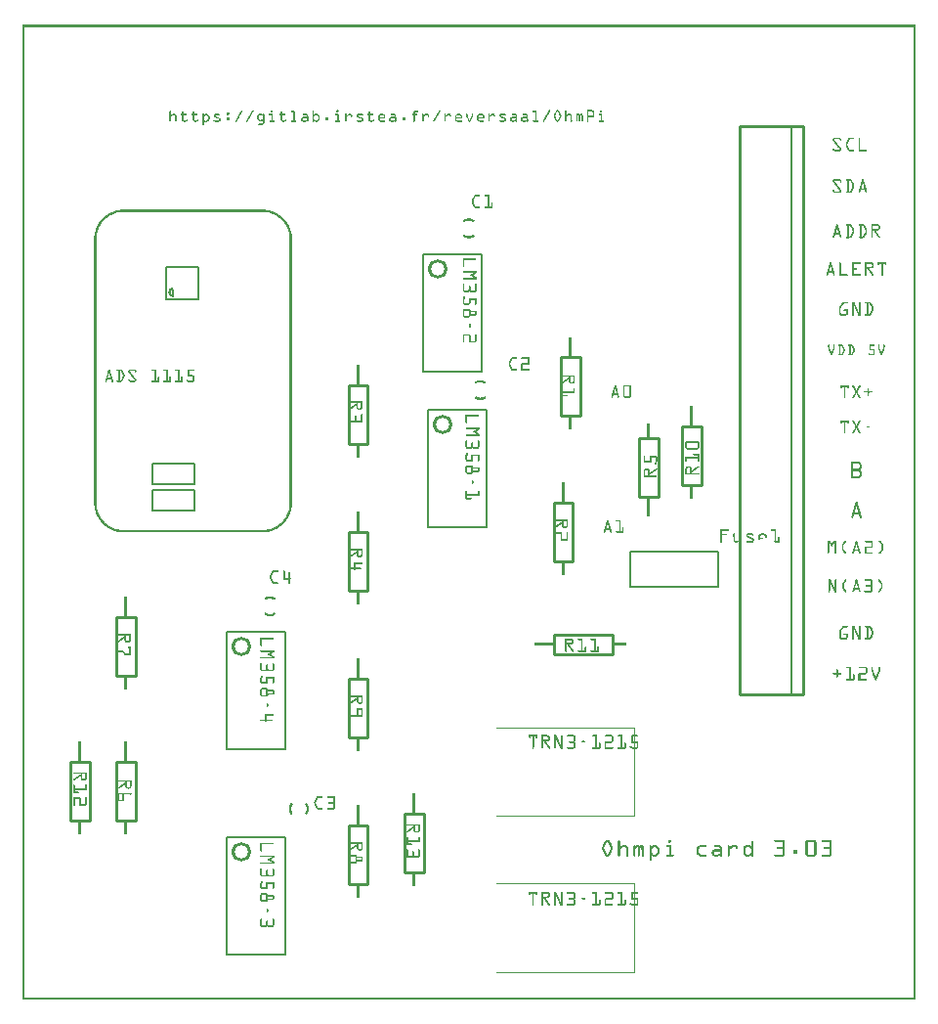
<source format=gto>
G04 MADE WITH FRITZING*
G04 WWW.FRITZING.ORG*
G04 DOUBLE SIDED*
G04 HOLES PLATED*
G04 CONTOUR ON CENTER OF CONTOUR VECTOR*
%ASAXBY*%
%FSLAX23Y23*%
%MOIN*%
%OFA0B0*%
%SFA1.0B1.0*%
%ADD10C,0.066567X0.046567*%
%ADD11C,0.010000*%
%ADD12C,0.005000*%
%ADD13C,0.008000*%
%ADD14C,0.002940*%
%ADD15R,0.001000X0.001000*%
%LNSILK1*%
G90*
G70*
G54D10*
X745Y1205D03*
X745Y505D03*
X1418Y2493D03*
X1433Y1962D03*
G54D11*
X229Y813D02*
X229Y613D01*
D02*
X229Y613D02*
X163Y613D01*
D02*
X163Y613D02*
X163Y813D01*
D02*
X163Y813D02*
X229Y813D01*
D02*
X2315Y1955D02*
X2315Y1755D01*
D02*
X2315Y1755D02*
X2249Y1755D01*
D02*
X2249Y1755D02*
X2249Y1955D01*
D02*
X2249Y1955D02*
X2315Y1955D01*
D02*
X1370Y636D02*
X1370Y436D01*
D02*
X1370Y436D02*
X1304Y436D01*
D02*
X1304Y436D02*
X1304Y636D01*
D02*
X1304Y636D02*
X1370Y636D01*
D02*
X1814Y1245D02*
X2014Y1245D01*
D02*
X2014Y1245D02*
X2014Y1179D01*
D02*
X2014Y1179D02*
X1814Y1179D01*
D02*
X1814Y1179D02*
X1814Y1245D01*
G54D12*
D02*
X444Y1668D02*
X444Y1738D01*
D02*
X444Y1738D02*
X586Y1738D01*
D02*
X586Y1738D02*
X586Y1668D01*
D02*
X586Y1668D02*
X444Y1668D01*
D02*
X444Y1758D02*
X444Y1828D01*
D02*
X444Y1828D02*
X586Y1828D01*
D02*
X586Y1828D02*
X586Y1758D01*
D02*
X586Y1758D02*
X444Y1758D01*
G54D13*
D02*
X490Y2498D02*
X600Y2498D01*
D02*
X600Y2498D02*
X600Y2388D01*
D02*
X600Y2388D02*
X490Y2388D01*
D02*
X490Y2388D02*
X490Y2498D01*
D02*
X514Y2423D02*
X514Y2400D01*
G54D11*
D02*
X2104Y1714D02*
X2104Y1914D01*
D02*
X2104Y1914D02*
X2170Y1914D01*
D02*
X2170Y1914D02*
X2170Y1714D01*
D02*
X2170Y1714D02*
X2104Y1714D01*
D02*
X1178Y2095D02*
X1178Y1895D01*
D02*
X1178Y1895D02*
X1112Y1895D01*
D02*
X1112Y1895D02*
X1112Y2095D01*
D02*
X1112Y2095D02*
X1178Y2095D01*
D02*
X386Y1306D02*
X386Y1106D01*
D02*
X386Y1106D02*
X320Y1106D01*
D02*
X320Y1106D02*
X320Y1306D01*
D02*
X320Y1306D02*
X386Y1306D01*
D02*
X386Y813D02*
X386Y613D01*
D02*
X386Y613D02*
X320Y613D01*
D02*
X320Y613D02*
X320Y813D01*
D02*
X320Y813D02*
X386Y813D01*
D02*
X1178Y1595D02*
X1178Y1395D01*
D02*
X1178Y1395D02*
X1112Y1395D01*
D02*
X1112Y1395D02*
X1112Y1595D01*
D02*
X1112Y1595D02*
X1178Y1595D01*
D02*
X1902Y2191D02*
X1902Y1991D01*
D02*
X1902Y1991D02*
X1836Y1991D01*
D02*
X1836Y1991D02*
X1836Y2191D01*
D02*
X1836Y2191D02*
X1902Y2191D01*
D02*
X1178Y1095D02*
X1178Y895D01*
D02*
X1178Y895D02*
X1112Y895D01*
D02*
X1112Y895D02*
X1112Y1095D01*
D02*
X1112Y1095D02*
X1178Y1095D01*
D02*
X1178Y595D02*
X1178Y395D01*
D02*
X1178Y395D02*
X1112Y395D01*
D02*
X1112Y395D02*
X1112Y595D01*
D02*
X1112Y595D02*
X1178Y595D01*
D02*
X1878Y1695D02*
X1878Y1495D01*
D02*
X1878Y1495D02*
X1812Y1495D01*
D02*
X1812Y1495D02*
X1812Y1695D01*
D02*
X1812Y1695D02*
X1878Y1695D01*
D02*
X2448Y2980D02*
X2448Y1041D01*
D02*
X2448Y1041D02*
X2664Y1041D01*
D02*
X2664Y1041D02*
X2664Y2980D01*
D02*
X2664Y2980D02*
X2448Y2980D01*
G54D12*
D02*
X2624Y1041D02*
X2624Y2980D01*
G54D13*
D02*
X895Y1255D02*
X895Y855D01*
D02*
X895Y1255D02*
X735Y1255D01*
D02*
X895Y855D02*
X695Y855D01*
D02*
X695Y1255D02*
X695Y855D01*
D02*
X695Y1255D02*
X735Y1255D01*
D02*
X735Y1255D02*
X755Y1255D01*
D02*
X895Y555D02*
X895Y155D01*
D02*
X895Y555D02*
X735Y555D01*
D02*
X895Y155D02*
X695Y155D01*
D02*
X695Y555D02*
X695Y155D01*
D02*
X695Y555D02*
X735Y555D01*
D02*
X735Y555D02*
X755Y555D01*
D02*
X1568Y2543D02*
X1568Y2143D01*
D02*
X1568Y2543D02*
X1408Y2543D01*
D02*
X1568Y2143D02*
X1368Y2143D01*
D02*
X1368Y2543D02*
X1368Y2143D01*
D02*
X1368Y2543D02*
X1408Y2543D01*
D02*
X1408Y2543D02*
X1428Y2543D01*
D02*
X1583Y2012D02*
X1583Y1612D01*
D02*
X1583Y2012D02*
X1423Y2012D01*
D02*
X1583Y1612D02*
X1383Y1612D01*
D02*
X1383Y2012D02*
X1383Y1612D01*
D02*
X1383Y2012D02*
X1423Y2012D01*
D02*
X1423Y2012D02*
X1443Y2012D01*
D02*
X2072Y1528D02*
X2372Y1528D01*
D02*
X2372Y1528D02*
X2372Y1408D01*
D02*
X2372Y1408D02*
X2072Y1408D01*
D02*
X2072Y1408D02*
X2072Y1528D01*
G54D14*
X1618Y398D02*
X2087Y398D01*
X2087Y96D01*
X1618Y96D01*
D02*
X1618Y930D02*
X2087Y930D01*
X2087Y628D01*
X1618Y628D01*
D02*
G54D15*
X0Y3324D02*
X3046Y3324D01*
X0Y3323D02*
X3046Y3323D01*
X0Y3322D02*
X3046Y3322D01*
X0Y3321D02*
X3046Y3321D01*
X0Y3320D02*
X3046Y3320D01*
X0Y3319D02*
X3046Y3319D01*
X0Y3318D02*
X3046Y3318D01*
X0Y3317D02*
X3046Y3317D01*
X0Y3316D02*
X7Y3316D01*
X3039Y3316D02*
X3046Y3316D01*
X0Y3315D02*
X7Y3315D01*
X3039Y3315D02*
X3046Y3315D01*
X0Y3314D02*
X7Y3314D01*
X3039Y3314D02*
X3046Y3314D01*
X0Y3313D02*
X7Y3313D01*
X3039Y3313D02*
X3046Y3313D01*
X0Y3312D02*
X7Y3312D01*
X3039Y3312D02*
X3046Y3312D01*
X0Y3311D02*
X7Y3311D01*
X3039Y3311D02*
X3046Y3311D01*
X0Y3310D02*
X7Y3310D01*
X3039Y3310D02*
X3046Y3310D01*
X0Y3309D02*
X7Y3309D01*
X3039Y3309D02*
X3046Y3309D01*
X0Y3308D02*
X7Y3308D01*
X3039Y3308D02*
X3046Y3308D01*
X0Y3307D02*
X7Y3307D01*
X3039Y3307D02*
X3046Y3307D01*
X0Y3306D02*
X7Y3306D01*
X3039Y3306D02*
X3046Y3306D01*
X0Y3305D02*
X7Y3305D01*
X3039Y3305D02*
X3046Y3305D01*
X0Y3304D02*
X7Y3304D01*
X3039Y3304D02*
X3046Y3304D01*
X0Y3303D02*
X7Y3303D01*
X3039Y3303D02*
X3046Y3303D01*
X0Y3302D02*
X7Y3302D01*
X3039Y3302D02*
X3046Y3302D01*
X0Y3301D02*
X7Y3301D01*
X3039Y3301D02*
X3046Y3301D01*
X0Y3300D02*
X7Y3300D01*
X3039Y3300D02*
X3046Y3300D01*
X0Y3299D02*
X7Y3299D01*
X3039Y3299D02*
X3046Y3299D01*
X0Y3298D02*
X7Y3298D01*
X3039Y3298D02*
X3046Y3298D01*
X0Y3297D02*
X7Y3297D01*
X3039Y3297D02*
X3046Y3297D01*
X0Y3296D02*
X7Y3296D01*
X3039Y3296D02*
X3046Y3296D01*
X0Y3295D02*
X7Y3295D01*
X3039Y3295D02*
X3046Y3295D01*
X0Y3294D02*
X7Y3294D01*
X3039Y3294D02*
X3046Y3294D01*
X0Y3293D02*
X7Y3293D01*
X3039Y3293D02*
X3046Y3293D01*
X0Y3292D02*
X7Y3292D01*
X3039Y3292D02*
X3046Y3292D01*
X0Y3291D02*
X7Y3291D01*
X3039Y3291D02*
X3046Y3291D01*
X0Y3290D02*
X7Y3290D01*
X3039Y3290D02*
X3046Y3290D01*
X0Y3289D02*
X7Y3289D01*
X3039Y3289D02*
X3046Y3289D01*
X0Y3288D02*
X7Y3288D01*
X3039Y3288D02*
X3046Y3288D01*
X0Y3287D02*
X7Y3287D01*
X3039Y3287D02*
X3046Y3287D01*
X0Y3286D02*
X7Y3286D01*
X3039Y3286D02*
X3046Y3286D01*
X0Y3285D02*
X7Y3285D01*
X3039Y3285D02*
X3046Y3285D01*
X0Y3284D02*
X7Y3284D01*
X3039Y3284D02*
X3046Y3284D01*
X0Y3283D02*
X7Y3283D01*
X3039Y3283D02*
X3046Y3283D01*
X0Y3282D02*
X7Y3282D01*
X3039Y3282D02*
X3046Y3282D01*
X0Y3281D02*
X7Y3281D01*
X3039Y3281D02*
X3046Y3281D01*
X0Y3280D02*
X7Y3280D01*
X3039Y3280D02*
X3046Y3280D01*
X0Y3279D02*
X7Y3279D01*
X3039Y3279D02*
X3046Y3279D01*
X0Y3278D02*
X7Y3278D01*
X3039Y3278D02*
X3046Y3278D01*
X0Y3277D02*
X7Y3277D01*
X3039Y3277D02*
X3046Y3277D01*
X0Y3276D02*
X7Y3276D01*
X3039Y3276D02*
X3046Y3276D01*
X0Y3275D02*
X7Y3275D01*
X3039Y3275D02*
X3046Y3275D01*
X0Y3274D02*
X7Y3274D01*
X3039Y3274D02*
X3046Y3274D01*
X0Y3273D02*
X7Y3273D01*
X3039Y3273D02*
X3046Y3273D01*
X0Y3272D02*
X7Y3272D01*
X3039Y3272D02*
X3046Y3272D01*
X0Y3271D02*
X7Y3271D01*
X3039Y3271D02*
X3046Y3271D01*
X0Y3270D02*
X7Y3270D01*
X3039Y3270D02*
X3046Y3270D01*
X0Y3269D02*
X7Y3269D01*
X3039Y3269D02*
X3046Y3269D01*
X0Y3268D02*
X7Y3268D01*
X3039Y3268D02*
X3046Y3268D01*
X0Y3267D02*
X7Y3267D01*
X3039Y3267D02*
X3046Y3267D01*
X0Y3266D02*
X7Y3266D01*
X3039Y3266D02*
X3046Y3266D01*
X0Y3265D02*
X7Y3265D01*
X3039Y3265D02*
X3046Y3265D01*
X0Y3264D02*
X7Y3264D01*
X3039Y3264D02*
X3046Y3264D01*
X0Y3263D02*
X7Y3263D01*
X3039Y3263D02*
X3046Y3263D01*
X0Y3262D02*
X7Y3262D01*
X3039Y3262D02*
X3046Y3262D01*
X0Y3261D02*
X7Y3261D01*
X3039Y3261D02*
X3046Y3261D01*
X0Y3260D02*
X7Y3260D01*
X3039Y3260D02*
X3046Y3260D01*
X0Y3259D02*
X7Y3259D01*
X3039Y3259D02*
X3046Y3259D01*
X0Y3258D02*
X7Y3258D01*
X3039Y3258D02*
X3046Y3258D01*
X0Y3257D02*
X7Y3257D01*
X3039Y3257D02*
X3046Y3257D01*
X0Y3256D02*
X7Y3256D01*
X3039Y3256D02*
X3046Y3256D01*
X0Y3255D02*
X7Y3255D01*
X3039Y3255D02*
X3046Y3255D01*
X0Y3254D02*
X7Y3254D01*
X3039Y3254D02*
X3046Y3254D01*
X0Y3253D02*
X7Y3253D01*
X3039Y3253D02*
X3046Y3253D01*
X0Y3252D02*
X7Y3252D01*
X3039Y3252D02*
X3046Y3252D01*
X0Y3251D02*
X7Y3251D01*
X3039Y3251D02*
X3046Y3251D01*
X0Y3250D02*
X7Y3250D01*
X3039Y3250D02*
X3046Y3250D01*
X0Y3249D02*
X7Y3249D01*
X3039Y3249D02*
X3046Y3249D01*
X0Y3248D02*
X7Y3248D01*
X3039Y3248D02*
X3046Y3248D01*
X0Y3247D02*
X7Y3247D01*
X3039Y3247D02*
X3046Y3247D01*
X0Y3246D02*
X7Y3246D01*
X3039Y3246D02*
X3046Y3246D01*
X0Y3245D02*
X7Y3245D01*
X3039Y3245D02*
X3046Y3245D01*
X0Y3244D02*
X7Y3244D01*
X3039Y3244D02*
X3046Y3244D01*
X0Y3243D02*
X7Y3243D01*
X3039Y3243D02*
X3046Y3243D01*
X0Y3242D02*
X7Y3242D01*
X3039Y3242D02*
X3046Y3242D01*
X0Y3241D02*
X7Y3241D01*
X3039Y3241D02*
X3046Y3241D01*
X0Y3240D02*
X7Y3240D01*
X3039Y3240D02*
X3046Y3240D01*
X0Y3239D02*
X7Y3239D01*
X3039Y3239D02*
X3046Y3239D01*
X0Y3238D02*
X7Y3238D01*
X3039Y3238D02*
X3046Y3238D01*
X0Y3237D02*
X7Y3237D01*
X3039Y3237D02*
X3046Y3237D01*
X0Y3236D02*
X7Y3236D01*
X3039Y3236D02*
X3046Y3236D01*
X0Y3235D02*
X7Y3235D01*
X3039Y3235D02*
X3046Y3235D01*
X0Y3234D02*
X7Y3234D01*
X3039Y3234D02*
X3046Y3234D01*
X0Y3233D02*
X7Y3233D01*
X3039Y3233D02*
X3046Y3233D01*
X0Y3232D02*
X7Y3232D01*
X3039Y3232D02*
X3046Y3232D01*
X0Y3231D02*
X7Y3231D01*
X3039Y3231D02*
X3046Y3231D01*
X0Y3230D02*
X7Y3230D01*
X3039Y3230D02*
X3046Y3230D01*
X0Y3229D02*
X7Y3229D01*
X3039Y3229D02*
X3046Y3229D01*
X0Y3228D02*
X7Y3228D01*
X3039Y3228D02*
X3046Y3228D01*
X0Y3227D02*
X7Y3227D01*
X3039Y3227D02*
X3046Y3227D01*
X0Y3226D02*
X7Y3226D01*
X3039Y3226D02*
X3046Y3226D01*
X0Y3225D02*
X7Y3225D01*
X3039Y3225D02*
X3046Y3225D01*
X0Y3224D02*
X7Y3224D01*
X3039Y3224D02*
X3046Y3224D01*
X0Y3223D02*
X7Y3223D01*
X3039Y3223D02*
X3046Y3223D01*
X0Y3222D02*
X7Y3222D01*
X3039Y3222D02*
X3046Y3222D01*
X0Y3221D02*
X7Y3221D01*
X3039Y3221D02*
X3046Y3221D01*
X0Y3220D02*
X7Y3220D01*
X3039Y3220D02*
X3046Y3220D01*
X0Y3219D02*
X7Y3219D01*
X3039Y3219D02*
X3046Y3219D01*
X0Y3218D02*
X7Y3218D01*
X3039Y3218D02*
X3046Y3218D01*
X0Y3217D02*
X7Y3217D01*
X3039Y3217D02*
X3046Y3217D01*
X0Y3216D02*
X7Y3216D01*
X3039Y3216D02*
X3046Y3216D01*
X0Y3215D02*
X7Y3215D01*
X3039Y3215D02*
X3046Y3215D01*
X0Y3214D02*
X7Y3214D01*
X3039Y3214D02*
X3046Y3214D01*
X0Y3213D02*
X7Y3213D01*
X3039Y3213D02*
X3046Y3213D01*
X0Y3212D02*
X7Y3212D01*
X3039Y3212D02*
X3046Y3212D01*
X0Y3211D02*
X7Y3211D01*
X3039Y3211D02*
X3046Y3211D01*
X0Y3210D02*
X7Y3210D01*
X3039Y3210D02*
X3046Y3210D01*
X0Y3209D02*
X7Y3209D01*
X3039Y3209D02*
X3046Y3209D01*
X0Y3208D02*
X7Y3208D01*
X3039Y3208D02*
X3046Y3208D01*
X0Y3207D02*
X7Y3207D01*
X3039Y3207D02*
X3046Y3207D01*
X0Y3206D02*
X7Y3206D01*
X3039Y3206D02*
X3046Y3206D01*
X0Y3205D02*
X7Y3205D01*
X3039Y3205D02*
X3046Y3205D01*
X0Y3204D02*
X7Y3204D01*
X3039Y3204D02*
X3046Y3204D01*
X0Y3203D02*
X7Y3203D01*
X3039Y3203D02*
X3046Y3203D01*
X0Y3202D02*
X7Y3202D01*
X3039Y3202D02*
X3046Y3202D01*
X0Y3201D02*
X7Y3201D01*
X3039Y3201D02*
X3046Y3201D01*
X0Y3200D02*
X7Y3200D01*
X3039Y3200D02*
X3046Y3200D01*
X0Y3199D02*
X7Y3199D01*
X3039Y3199D02*
X3046Y3199D01*
X0Y3198D02*
X7Y3198D01*
X3039Y3198D02*
X3046Y3198D01*
X0Y3197D02*
X7Y3197D01*
X3039Y3197D02*
X3046Y3197D01*
X0Y3196D02*
X7Y3196D01*
X3039Y3196D02*
X3046Y3196D01*
X0Y3195D02*
X7Y3195D01*
X3039Y3195D02*
X3046Y3195D01*
X0Y3194D02*
X7Y3194D01*
X3039Y3194D02*
X3046Y3194D01*
X0Y3193D02*
X7Y3193D01*
X3039Y3193D02*
X3046Y3193D01*
X0Y3192D02*
X7Y3192D01*
X3039Y3192D02*
X3046Y3192D01*
X0Y3191D02*
X7Y3191D01*
X3039Y3191D02*
X3046Y3191D01*
X0Y3190D02*
X7Y3190D01*
X3039Y3190D02*
X3046Y3190D01*
X0Y3189D02*
X7Y3189D01*
X3039Y3189D02*
X3046Y3189D01*
X0Y3188D02*
X7Y3188D01*
X3039Y3188D02*
X3046Y3188D01*
X0Y3187D02*
X7Y3187D01*
X3039Y3187D02*
X3046Y3187D01*
X0Y3186D02*
X7Y3186D01*
X3039Y3186D02*
X3046Y3186D01*
X0Y3185D02*
X7Y3185D01*
X3039Y3185D02*
X3046Y3185D01*
X0Y3184D02*
X7Y3184D01*
X3039Y3184D02*
X3046Y3184D01*
X0Y3183D02*
X7Y3183D01*
X3039Y3183D02*
X3046Y3183D01*
X0Y3182D02*
X7Y3182D01*
X3039Y3182D02*
X3046Y3182D01*
X0Y3181D02*
X7Y3181D01*
X3039Y3181D02*
X3046Y3181D01*
X0Y3180D02*
X7Y3180D01*
X3039Y3180D02*
X3046Y3180D01*
X0Y3179D02*
X7Y3179D01*
X3039Y3179D02*
X3046Y3179D01*
X0Y3178D02*
X7Y3178D01*
X3039Y3178D02*
X3046Y3178D01*
X0Y3177D02*
X7Y3177D01*
X3039Y3177D02*
X3046Y3177D01*
X0Y3176D02*
X7Y3176D01*
X3039Y3176D02*
X3046Y3176D01*
X0Y3175D02*
X7Y3175D01*
X3039Y3175D02*
X3046Y3175D01*
X0Y3174D02*
X7Y3174D01*
X3039Y3174D02*
X3046Y3174D01*
X0Y3173D02*
X7Y3173D01*
X3039Y3173D02*
X3046Y3173D01*
X0Y3172D02*
X7Y3172D01*
X3039Y3172D02*
X3046Y3172D01*
X0Y3171D02*
X7Y3171D01*
X3039Y3171D02*
X3046Y3171D01*
X0Y3170D02*
X7Y3170D01*
X3039Y3170D02*
X3046Y3170D01*
X0Y3169D02*
X7Y3169D01*
X3039Y3169D02*
X3046Y3169D01*
X0Y3168D02*
X7Y3168D01*
X3039Y3168D02*
X3046Y3168D01*
X0Y3167D02*
X7Y3167D01*
X3039Y3167D02*
X3046Y3167D01*
X0Y3166D02*
X7Y3166D01*
X3039Y3166D02*
X3046Y3166D01*
X0Y3165D02*
X7Y3165D01*
X3039Y3165D02*
X3046Y3165D01*
X0Y3164D02*
X7Y3164D01*
X3039Y3164D02*
X3046Y3164D01*
X0Y3163D02*
X7Y3163D01*
X3039Y3163D02*
X3046Y3163D01*
X0Y3162D02*
X7Y3162D01*
X3039Y3162D02*
X3046Y3162D01*
X0Y3161D02*
X7Y3161D01*
X3039Y3161D02*
X3046Y3161D01*
X0Y3160D02*
X7Y3160D01*
X3039Y3160D02*
X3046Y3160D01*
X0Y3159D02*
X7Y3159D01*
X3039Y3159D02*
X3046Y3159D01*
X0Y3158D02*
X7Y3158D01*
X3039Y3158D02*
X3046Y3158D01*
X0Y3157D02*
X7Y3157D01*
X3039Y3157D02*
X3046Y3157D01*
X0Y3156D02*
X7Y3156D01*
X3039Y3156D02*
X3046Y3156D01*
X0Y3155D02*
X7Y3155D01*
X3039Y3155D02*
X3046Y3155D01*
X0Y3154D02*
X7Y3154D01*
X3039Y3154D02*
X3046Y3154D01*
X0Y3153D02*
X7Y3153D01*
X3039Y3153D02*
X3046Y3153D01*
X0Y3152D02*
X7Y3152D01*
X3039Y3152D02*
X3046Y3152D01*
X0Y3151D02*
X7Y3151D01*
X3039Y3151D02*
X3046Y3151D01*
X0Y3150D02*
X7Y3150D01*
X3039Y3150D02*
X3046Y3150D01*
X0Y3149D02*
X7Y3149D01*
X3039Y3149D02*
X3046Y3149D01*
X0Y3148D02*
X7Y3148D01*
X3039Y3148D02*
X3046Y3148D01*
X0Y3147D02*
X7Y3147D01*
X3039Y3147D02*
X3046Y3147D01*
X0Y3146D02*
X7Y3146D01*
X3039Y3146D02*
X3046Y3146D01*
X0Y3145D02*
X7Y3145D01*
X3039Y3145D02*
X3046Y3145D01*
X0Y3144D02*
X7Y3144D01*
X3039Y3144D02*
X3046Y3144D01*
X0Y3143D02*
X7Y3143D01*
X3039Y3143D02*
X3046Y3143D01*
X0Y3142D02*
X7Y3142D01*
X3039Y3142D02*
X3046Y3142D01*
X0Y3141D02*
X7Y3141D01*
X3039Y3141D02*
X3046Y3141D01*
X0Y3140D02*
X7Y3140D01*
X3039Y3140D02*
X3046Y3140D01*
X0Y3139D02*
X7Y3139D01*
X3039Y3139D02*
X3046Y3139D01*
X0Y3138D02*
X7Y3138D01*
X3039Y3138D02*
X3046Y3138D01*
X0Y3137D02*
X7Y3137D01*
X3039Y3137D02*
X3046Y3137D01*
X0Y3136D02*
X7Y3136D01*
X3039Y3136D02*
X3046Y3136D01*
X0Y3135D02*
X7Y3135D01*
X3039Y3135D02*
X3046Y3135D01*
X0Y3134D02*
X7Y3134D01*
X3039Y3134D02*
X3046Y3134D01*
X0Y3133D02*
X7Y3133D01*
X3039Y3133D02*
X3046Y3133D01*
X0Y3132D02*
X7Y3132D01*
X3039Y3132D02*
X3046Y3132D01*
X0Y3131D02*
X7Y3131D01*
X3039Y3131D02*
X3046Y3131D01*
X0Y3130D02*
X7Y3130D01*
X3039Y3130D02*
X3046Y3130D01*
X0Y3129D02*
X7Y3129D01*
X3039Y3129D02*
X3046Y3129D01*
X0Y3128D02*
X7Y3128D01*
X3039Y3128D02*
X3046Y3128D01*
X0Y3127D02*
X7Y3127D01*
X3039Y3127D02*
X3046Y3127D01*
X0Y3126D02*
X7Y3126D01*
X3039Y3126D02*
X3046Y3126D01*
X0Y3125D02*
X7Y3125D01*
X3039Y3125D02*
X3046Y3125D01*
X0Y3124D02*
X7Y3124D01*
X3039Y3124D02*
X3046Y3124D01*
X0Y3123D02*
X7Y3123D01*
X3039Y3123D02*
X3046Y3123D01*
X0Y3122D02*
X7Y3122D01*
X3039Y3122D02*
X3046Y3122D01*
X0Y3121D02*
X7Y3121D01*
X3039Y3121D02*
X3046Y3121D01*
X0Y3120D02*
X7Y3120D01*
X3039Y3120D02*
X3046Y3120D01*
X0Y3119D02*
X7Y3119D01*
X3039Y3119D02*
X3046Y3119D01*
X0Y3118D02*
X7Y3118D01*
X3039Y3118D02*
X3046Y3118D01*
X0Y3117D02*
X7Y3117D01*
X3039Y3117D02*
X3046Y3117D01*
X0Y3116D02*
X7Y3116D01*
X3039Y3116D02*
X3046Y3116D01*
X0Y3115D02*
X7Y3115D01*
X3039Y3115D02*
X3046Y3115D01*
X0Y3114D02*
X7Y3114D01*
X3039Y3114D02*
X3046Y3114D01*
X0Y3113D02*
X7Y3113D01*
X3039Y3113D02*
X3046Y3113D01*
X0Y3112D02*
X7Y3112D01*
X3039Y3112D02*
X3046Y3112D01*
X0Y3111D02*
X7Y3111D01*
X3039Y3111D02*
X3046Y3111D01*
X0Y3110D02*
X7Y3110D01*
X3039Y3110D02*
X3046Y3110D01*
X0Y3109D02*
X7Y3109D01*
X3039Y3109D02*
X3046Y3109D01*
X0Y3108D02*
X7Y3108D01*
X3039Y3108D02*
X3046Y3108D01*
X0Y3107D02*
X7Y3107D01*
X3039Y3107D02*
X3046Y3107D01*
X0Y3106D02*
X7Y3106D01*
X3039Y3106D02*
X3046Y3106D01*
X0Y3105D02*
X7Y3105D01*
X3039Y3105D02*
X3046Y3105D01*
X0Y3104D02*
X7Y3104D01*
X3039Y3104D02*
X3046Y3104D01*
X0Y3103D02*
X7Y3103D01*
X3039Y3103D02*
X3046Y3103D01*
X0Y3102D02*
X7Y3102D01*
X3039Y3102D02*
X3046Y3102D01*
X0Y3101D02*
X7Y3101D01*
X3039Y3101D02*
X3046Y3101D01*
X0Y3100D02*
X7Y3100D01*
X3039Y3100D02*
X3046Y3100D01*
X0Y3099D02*
X7Y3099D01*
X3039Y3099D02*
X3046Y3099D01*
X0Y3098D02*
X7Y3098D01*
X3039Y3098D02*
X3046Y3098D01*
X0Y3097D02*
X7Y3097D01*
X3039Y3097D02*
X3046Y3097D01*
X0Y3096D02*
X7Y3096D01*
X3039Y3096D02*
X3046Y3096D01*
X0Y3095D02*
X7Y3095D01*
X3039Y3095D02*
X3046Y3095D01*
X0Y3094D02*
X7Y3094D01*
X3039Y3094D02*
X3046Y3094D01*
X0Y3093D02*
X7Y3093D01*
X3039Y3093D02*
X3046Y3093D01*
X0Y3092D02*
X7Y3092D01*
X3039Y3092D02*
X3046Y3092D01*
X0Y3091D02*
X7Y3091D01*
X3039Y3091D02*
X3046Y3091D01*
X0Y3090D02*
X7Y3090D01*
X3039Y3090D02*
X3046Y3090D01*
X0Y3089D02*
X7Y3089D01*
X3039Y3089D02*
X3046Y3089D01*
X0Y3088D02*
X7Y3088D01*
X3039Y3088D02*
X3046Y3088D01*
X0Y3087D02*
X7Y3087D01*
X3039Y3087D02*
X3046Y3087D01*
X0Y3086D02*
X7Y3086D01*
X3039Y3086D02*
X3046Y3086D01*
X0Y3085D02*
X7Y3085D01*
X3039Y3085D02*
X3046Y3085D01*
X0Y3084D02*
X7Y3084D01*
X3039Y3084D02*
X3046Y3084D01*
X0Y3083D02*
X7Y3083D01*
X3039Y3083D02*
X3046Y3083D01*
X0Y3082D02*
X7Y3082D01*
X3039Y3082D02*
X3046Y3082D01*
X0Y3081D02*
X7Y3081D01*
X3039Y3081D02*
X3046Y3081D01*
X0Y3080D02*
X7Y3080D01*
X3039Y3080D02*
X3046Y3080D01*
X0Y3079D02*
X7Y3079D01*
X3039Y3079D02*
X3046Y3079D01*
X0Y3078D02*
X7Y3078D01*
X3039Y3078D02*
X3046Y3078D01*
X0Y3077D02*
X7Y3077D01*
X3039Y3077D02*
X3046Y3077D01*
X0Y3076D02*
X7Y3076D01*
X3039Y3076D02*
X3046Y3076D01*
X0Y3075D02*
X7Y3075D01*
X3039Y3075D02*
X3046Y3075D01*
X0Y3074D02*
X7Y3074D01*
X3039Y3074D02*
X3046Y3074D01*
X0Y3073D02*
X7Y3073D01*
X3039Y3073D02*
X3046Y3073D01*
X0Y3072D02*
X7Y3072D01*
X3039Y3072D02*
X3046Y3072D01*
X0Y3071D02*
X7Y3071D01*
X3039Y3071D02*
X3046Y3071D01*
X0Y3070D02*
X7Y3070D01*
X3039Y3070D02*
X3046Y3070D01*
X0Y3069D02*
X7Y3069D01*
X3039Y3069D02*
X3046Y3069D01*
X0Y3068D02*
X7Y3068D01*
X3039Y3068D02*
X3046Y3068D01*
X0Y3067D02*
X7Y3067D01*
X3039Y3067D02*
X3046Y3067D01*
X0Y3066D02*
X7Y3066D01*
X3039Y3066D02*
X3046Y3066D01*
X0Y3065D02*
X7Y3065D01*
X3039Y3065D02*
X3046Y3065D01*
X0Y3064D02*
X7Y3064D01*
X3039Y3064D02*
X3046Y3064D01*
X0Y3063D02*
X7Y3063D01*
X3039Y3063D02*
X3046Y3063D01*
X0Y3062D02*
X7Y3062D01*
X3039Y3062D02*
X3046Y3062D01*
X0Y3061D02*
X7Y3061D01*
X3039Y3061D02*
X3046Y3061D01*
X0Y3060D02*
X7Y3060D01*
X3039Y3060D02*
X3046Y3060D01*
X0Y3059D02*
X7Y3059D01*
X3039Y3059D02*
X3046Y3059D01*
X0Y3058D02*
X7Y3058D01*
X3039Y3058D02*
X3046Y3058D01*
X0Y3057D02*
X7Y3057D01*
X3039Y3057D02*
X3046Y3057D01*
X0Y3056D02*
X7Y3056D01*
X3039Y3056D02*
X3046Y3056D01*
X0Y3055D02*
X7Y3055D01*
X3039Y3055D02*
X3046Y3055D01*
X0Y3054D02*
X7Y3054D01*
X3039Y3054D02*
X3046Y3054D01*
X0Y3053D02*
X7Y3053D01*
X3039Y3053D02*
X3046Y3053D01*
X0Y3052D02*
X7Y3052D01*
X3039Y3052D02*
X3046Y3052D01*
X0Y3051D02*
X7Y3051D01*
X3039Y3051D02*
X3046Y3051D01*
X0Y3050D02*
X7Y3050D01*
X3039Y3050D02*
X3046Y3050D01*
X0Y3049D02*
X7Y3049D01*
X3039Y3049D02*
X3046Y3049D01*
X0Y3048D02*
X7Y3048D01*
X3039Y3048D02*
X3046Y3048D01*
X0Y3047D02*
X7Y3047D01*
X3039Y3047D02*
X3046Y3047D01*
X0Y3046D02*
X7Y3046D01*
X3039Y3046D02*
X3046Y3046D01*
X0Y3045D02*
X7Y3045D01*
X3039Y3045D02*
X3046Y3045D01*
X0Y3044D02*
X7Y3044D01*
X3039Y3044D02*
X3046Y3044D01*
X0Y3043D02*
X7Y3043D01*
X3039Y3043D02*
X3046Y3043D01*
X0Y3042D02*
X7Y3042D01*
X3039Y3042D02*
X3046Y3042D01*
X0Y3041D02*
X7Y3041D01*
X3039Y3041D02*
X3046Y3041D01*
X0Y3040D02*
X7Y3040D01*
X3039Y3040D02*
X3046Y3040D01*
X0Y3039D02*
X7Y3039D01*
X3039Y3039D02*
X3046Y3039D01*
X0Y3038D02*
X7Y3038D01*
X3039Y3038D02*
X3046Y3038D01*
X0Y3037D02*
X7Y3037D01*
X3039Y3037D02*
X3046Y3037D01*
X0Y3036D02*
X7Y3036D01*
X3039Y3036D02*
X3046Y3036D01*
X0Y3035D02*
X7Y3035D01*
X3039Y3035D02*
X3046Y3035D01*
X0Y3034D02*
X7Y3034D01*
X3039Y3034D02*
X3046Y3034D01*
X0Y3033D02*
X7Y3033D01*
X749Y3033D02*
X749Y3033D01*
X786Y3033D02*
X786Y3033D01*
X849Y3033D02*
X850Y3033D01*
X1073Y3033D02*
X1075Y3033D01*
X1423Y3033D02*
X1423Y3033D01*
X1798Y3033D02*
X1798Y3033D01*
X1825Y3033D02*
X1826Y3033D01*
X1926Y3033D02*
X1944Y3033D01*
X1973Y3033D02*
X1974Y3033D01*
X3039Y3033D02*
X3046Y3033D01*
X0Y3032D02*
X7Y3032D01*
X747Y3032D02*
X750Y3032D01*
X785Y3032D02*
X788Y3032D01*
X847Y3032D02*
X853Y3032D01*
X1072Y3032D02*
X1077Y3032D01*
X1422Y3032D02*
X1425Y3032D01*
X1797Y3032D02*
X1800Y3032D01*
X1822Y3032D02*
X1828Y3032D01*
X1926Y3032D02*
X1947Y3032D01*
X1971Y3032D02*
X1977Y3032D01*
X3039Y3032D02*
X3046Y3032D01*
X0Y3031D02*
X7Y3031D01*
X747Y3031D02*
X751Y3031D01*
X784Y3031D02*
X788Y3031D01*
X847Y3031D02*
X853Y3031D01*
X1071Y3031D02*
X1078Y3031D01*
X1421Y3031D02*
X1425Y3031D01*
X1796Y3031D02*
X1800Y3031D01*
X1821Y3031D02*
X1830Y3031D01*
X1926Y3031D02*
X1948Y3031D01*
X1971Y3031D02*
X1977Y3031D01*
X3039Y3031D02*
X3046Y3031D01*
X0Y3030D02*
X7Y3030D01*
X503Y3030D02*
X505Y3030D01*
X746Y3030D02*
X751Y3030D01*
X783Y3030D02*
X788Y3030D01*
X846Y3030D02*
X853Y3030D01*
X917Y3030D02*
X927Y3030D01*
X990Y3030D02*
X993Y3030D01*
X1071Y3030D02*
X1078Y3030D01*
X1338Y3030D02*
X1349Y3030D01*
X1421Y3030D02*
X1425Y3030D01*
X1742Y3030D02*
X1752Y3030D01*
X1795Y3030D02*
X1800Y3030D01*
X1820Y3030D02*
X1831Y3030D01*
X1852Y3030D02*
X1855Y3030D01*
X1926Y3030D02*
X1949Y3030D01*
X1971Y3030D02*
X1977Y3030D01*
X3039Y3030D02*
X3046Y3030D01*
X0Y3029D02*
X7Y3029D01*
X502Y3029D02*
X506Y3029D01*
X546Y3029D02*
X547Y3029D01*
X584Y3029D02*
X584Y3029D01*
X745Y3029D02*
X750Y3029D01*
X783Y3029D02*
X788Y3029D01*
X846Y3029D02*
X853Y3029D01*
X883Y3029D02*
X884Y3029D01*
X917Y3029D02*
X928Y3029D01*
X989Y3029D02*
X993Y3029D01*
X1071Y3029D02*
X1078Y3029D01*
X1183Y3029D02*
X1184Y3029D01*
X1337Y3029D02*
X1350Y3029D01*
X1420Y3029D02*
X1425Y3029D01*
X1741Y3029D02*
X1752Y3029D01*
X1795Y3029D02*
X1800Y3029D01*
X1820Y3029D02*
X1831Y3029D01*
X1851Y3029D02*
X1855Y3029D01*
X1926Y3029D02*
X1949Y3029D01*
X1971Y3029D02*
X1977Y3029D01*
X3039Y3029D02*
X3046Y3029D01*
X0Y3028D02*
X7Y3028D01*
X502Y3028D02*
X506Y3028D01*
X545Y3028D02*
X548Y3028D01*
X582Y3028D02*
X585Y3028D01*
X745Y3028D02*
X750Y3028D01*
X782Y3028D02*
X787Y3028D01*
X847Y3028D02*
X853Y3028D01*
X882Y3028D02*
X885Y3028D01*
X917Y3028D02*
X928Y3028D01*
X989Y3028D02*
X993Y3028D01*
X1071Y3028D02*
X1078Y3028D01*
X1182Y3028D02*
X1185Y3028D01*
X1336Y3028D02*
X1350Y3028D01*
X1419Y3028D02*
X1424Y3028D01*
X1741Y3028D02*
X1752Y3028D01*
X1794Y3028D02*
X1799Y3028D01*
X1819Y3028D02*
X1832Y3028D01*
X1851Y3028D02*
X1855Y3028D01*
X1926Y3028D02*
X1930Y3028D01*
X1943Y3028D02*
X1950Y3028D01*
X1971Y3028D02*
X1977Y3028D01*
X3039Y3028D02*
X3046Y3028D01*
X0Y3027D02*
X7Y3027D01*
X502Y3027D02*
X506Y3027D01*
X545Y3027D02*
X548Y3027D01*
X582Y3027D02*
X586Y3027D01*
X744Y3027D02*
X749Y3027D01*
X782Y3027D02*
X787Y3027D01*
X847Y3027D02*
X852Y3027D01*
X882Y3027D02*
X886Y3027D01*
X917Y3027D02*
X928Y3027D01*
X989Y3027D02*
X993Y3027D01*
X1072Y3027D02*
X1077Y3027D01*
X1182Y3027D02*
X1185Y3027D01*
X1335Y3027D02*
X1349Y3027D01*
X1419Y3027D02*
X1424Y3027D01*
X1742Y3027D02*
X1753Y3027D01*
X1794Y3027D02*
X1799Y3027D01*
X1819Y3027D02*
X1823Y3027D01*
X1827Y3027D02*
X1832Y3027D01*
X1851Y3027D02*
X1855Y3027D01*
X1926Y3027D02*
X1930Y3027D01*
X1945Y3027D02*
X1950Y3027D01*
X1971Y3027D02*
X1977Y3027D01*
X3039Y3027D02*
X3046Y3027D01*
X0Y3026D02*
X7Y3026D01*
X502Y3026D02*
X506Y3026D01*
X544Y3026D02*
X548Y3026D01*
X582Y3026D02*
X586Y3026D01*
X698Y3026D02*
X704Y3026D01*
X744Y3026D02*
X749Y3026D01*
X781Y3026D02*
X786Y3026D01*
X882Y3026D02*
X886Y3026D01*
X924Y3026D02*
X928Y3026D01*
X989Y3026D02*
X993Y3026D01*
X1182Y3026D02*
X1185Y3026D01*
X1334Y3026D02*
X1342Y3026D01*
X1418Y3026D02*
X1423Y3026D01*
X1748Y3026D02*
X1753Y3026D01*
X1793Y3026D02*
X1798Y3026D01*
X1818Y3026D02*
X1823Y3026D01*
X1828Y3026D02*
X1833Y3026D01*
X1851Y3026D02*
X1855Y3026D01*
X1926Y3026D02*
X1930Y3026D01*
X1946Y3026D02*
X1950Y3026D01*
X3039Y3026D02*
X3046Y3026D01*
X0Y3025D02*
X7Y3025D01*
X502Y3025D02*
X506Y3025D01*
X544Y3025D02*
X548Y3025D01*
X582Y3025D02*
X586Y3025D01*
X697Y3025D02*
X705Y3025D01*
X743Y3025D02*
X748Y3025D01*
X781Y3025D02*
X786Y3025D01*
X882Y3025D02*
X886Y3025D01*
X924Y3025D02*
X928Y3025D01*
X989Y3025D02*
X993Y3025D01*
X1182Y3025D02*
X1186Y3025D01*
X1334Y3025D02*
X1339Y3025D01*
X1418Y3025D02*
X1423Y3025D01*
X1749Y3025D02*
X1753Y3025D01*
X1792Y3025D02*
X1797Y3025D01*
X1818Y3025D02*
X1822Y3025D01*
X1828Y3025D02*
X1833Y3025D01*
X1851Y3025D02*
X1855Y3025D01*
X1926Y3025D02*
X1930Y3025D01*
X1946Y3025D02*
X1950Y3025D01*
X3039Y3025D02*
X3046Y3025D01*
X0Y3024D02*
X7Y3024D01*
X502Y3024D02*
X506Y3024D01*
X544Y3024D02*
X548Y3024D01*
X582Y3024D02*
X586Y3024D01*
X697Y3024D02*
X706Y3024D01*
X742Y3024D02*
X748Y3024D01*
X780Y3024D02*
X785Y3024D01*
X882Y3024D02*
X886Y3024D01*
X924Y3024D02*
X928Y3024D01*
X989Y3024D02*
X993Y3024D01*
X1182Y3024D02*
X1186Y3024D01*
X1334Y3024D02*
X1338Y3024D01*
X1417Y3024D02*
X1422Y3024D01*
X1749Y3024D02*
X1753Y3024D01*
X1792Y3024D02*
X1797Y3024D01*
X1817Y3024D02*
X1822Y3024D01*
X1829Y3024D02*
X1834Y3024D01*
X1851Y3024D02*
X1855Y3024D01*
X1926Y3024D02*
X1930Y3024D01*
X1946Y3024D02*
X1950Y3024D01*
X3039Y3024D02*
X3046Y3024D01*
X0Y3023D02*
X7Y3023D01*
X502Y3023D02*
X506Y3023D01*
X544Y3023D02*
X548Y3023D01*
X582Y3023D02*
X586Y3023D01*
X696Y3023D02*
X706Y3023D01*
X742Y3023D02*
X747Y3023D01*
X779Y3023D02*
X784Y3023D01*
X882Y3023D02*
X886Y3023D01*
X924Y3023D02*
X928Y3023D01*
X989Y3023D02*
X993Y3023D01*
X1182Y3023D02*
X1186Y3023D01*
X1334Y3023D02*
X1338Y3023D01*
X1417Y3023D02*
X1422Y3023D01*
X1749Y3023D02*
X1753Y3023D01*
X1791Y3023D02*
X1796Y3023D01*
X1817Y3023D02*
X1821Y3023D01*
X1829Y3023D02*
X1834Y3023D01*
X1851Y3023D02*
X1855Y3023D01*
X1926Y3023D02*
X1930Y3023D01*
X1946Y3023D02*
X1950Y3023D01*
X3039Y3023D02*
X3046Y3023D01*
X0Y3022D02*
X7Y3022D01*
X502Y3022D02*
X506Y3022D01*
X544Y3022D02*
X548Y3022D01*
X582Y3022D02*
X586Y3022D01*
X696Y3022D02*
X706Y3022D01*
X741Y3022D02*
X746Y3022D01*
X779Y3022D02*
X784Y3022D01*
X882Y3022D02*
X886Y3022D01*
X924Y3022D02*
X928Y3022D01*
X989Y3022D02*
X993Y3022D01*
X1182Y3022D02*
X1186Y3022D01*
X1334Y3022D02*
X1338Y3022D01*
X1416Y3022D02*
X1421Y3022D01*
X1749Y3022D02*
X1753Y3022D01*
X1791Y3022D02*
X1796Y3022D01*
X1816Y3022D02*
X1821Y3022D01*
X1830Y3022D02*
X1835Y3022D01*
X1851Y3022D02*
X1855Y3022D01*
X1926Y3022D02*
X1930Y3022D01*
X1946Y3022D02*
X1950Y3022D01*
X3039Y3022D02*
X3046Y3022D01*
X0Y3021D02*
X7Y3021D01*
X502Y3021D02*
X506Y3021D01*
X544Y3021D02*
X549Y3021D01*
X582Y3021D02*
X586Y3021D01*
X696Y3021D02*
X706Y3021D01*
X741Y3021D02*
X746Y3021D01*
X778Y3021D02*
X783Y3021D01*
X882Y3021D02*
X886Y3021D01*
X924Y3021D02*
X928Y3021D01*
X989Y3021D02*
X993Y3021D01*
X1181Y3021D02*
X1186Y3021D01*
X1334Y3021D02*
X1338Y3021D01*
X1415Y3021D02*
X1420Y3021D01*
X1749Y3021D02*
X1753Y3021D01*
X1790Y3021D02*
X1795Y3021D01*
X1816Y3021D02*
X1820Y3021D01*
X1830Y3021D02*
X1835Y3021D01*
X1851Y3021D02*
X1855Y3021D01*
X1926Y3021D02*
X1930Y3021D01*
X1946Y3021D02*
X1950Y3021D01*
X3039Y3021D02*
X3046Y3021D01*
X0Y3020D02*
X7Y3020D01*
X502Y3020D02*
X506Y3020D01*
X513Y3020D02*
X521Y3020D01*
X540Y3020D02*
X559Y3020D01*
X578Y3020D02*
X597Y3020D01*
X615Y3020D02*
X618Y3020D01*
X623Y3020D02*
X629Y3020D01*
X656Y3020D02*
X671Y3020D01*
X696Y3020D02*
X706Y3020D01*
X740Y3020D02*
X745Y3020D01*
X778Y3020D02*
X783Y3020D01*
X808Y3020D02*
X816Y3020D01*
X822Y3020D02*
X824Y3020D01*
X842Y3020D02*
X852Y3020D01*
X877Y3020D02*
X897Y3020D01*
X924Y3020D02*
X928Y3020D01*
X957Y3020D02*
X970Y3020D01*
X989Y3020D02*
X993Y3020D01*
X998Y3020D02*
X1007Y3020D01*
X1067Y3020D02*
X1077Y3020D01*
X1102Y3020D02*
X1105Y3020D01*
X1113Y3020D02*
X1121Y3020D01*
X1143Y3020D02*
X1158Y3020D01*
X1177Y3020D02*
X1196Y3020D01*
X1220Y3020D02*
X1231Y3020D01*
X1257Y3020D02*
X1270Y3020D01*
X1330Y3020D02*
X1345Y3020D01*
X1365Y3020D02*
X1367Y3020D01*
X1375Y3020D02*
X1383Y3020D01*
X1415Y3020D02*
X1420Y3020D01*
X1440Y3020D02*
X1442Y3020D01*
X1450Y3020D02*
X1458Y3020D01*
X1483Y3020D02*
X1493Y3020D01*
X1515Y3020D02*
X1517Y3020D01*
X1534Y3020D02*
X1536Y3020D01*
X1558Y3020D02*
X1568Y3020D01*
X1590Y3020D02*
X1592Y3020D01*
X1600Y3020D02*
X1608Y3020D01*
X1631Y3020D02*
X1646Y3020D01*
X1669Y3020D02*
X1682Y3020D01*
X1707Y3020D02*
X1720Y3020D01*
X1749Y3020D02*
X1753Y3020D01*
X1790Y3020D02*
X1795Y3020D01*
X1815Y3020D02*
X1820Y3020D01*
X1831Y3020D02*
X1836Y3020D01*
X1851Y3020D02*
X1855Y3020D01*
X1862Y3020D02*
X1870Y3020D01*
X1889Y3020D02*
X1892Y3020D01*
X1895Y3020D02*
X1899Y3020D01*
X1904Y3020D02*
X1909Y3020D01*
X1926Y3020D02*
X1930Y3020D01*
X1946Y3020D02*
X1950Y3020D01*
X1967Y3020D02*
X1976Y3020D01*
X3039Y3020D02*
X3046Y3020D01*
X0Y3019D02*
X7Y3019D01*
X502Y3019D02*
X506Y3019D01*
X511Y3019D02*
X523Y3019D01*
X540Y3019D02*
X560Y3019D01*
X577Y3019D02*
X597Y3019D01*
X615Y3019D02*
X618Y3019D01*
X622Y3019D02*
X631Y3019D01*
X654Y3019D02*
X673Y3019D01*
X697Y3019D02*
X706Y3019D01*
X740Y3019D02*
X745Y3019D01*
X777Y3019D02*
X782Y3019D01*
X806Y3019D02*
X818Y3019D01*
X821Y3019D02*
X825Y3019D01*
X842Y3019D02*
X853Y3019D01*
X877Y3019D02*
X897Y3019D01*
X924Y3019D02*
X928Y3019D01*
X957Y3019D02*
X972Y3019D01*
X989Y3019D02*
X993Y3019D01*
X996Y3019D02*
X1008Y3019D01*
X1067Y3019D02*
X1078Y3019D01*
X1102Y3019D02*
X1105Y3019D01*
X1111Y3019D02*
X1122Y3019D01*
X1142Y3019D02*
X1160Y3019D01*
X1177Y3019D02*
X1197Y3019D01*
X1219Y3019D02*
X1233Y3019D01*
X1257Y3019D02*
X1272Y3019D01*
X1329Y3019D02*
X1345Y3019D01*
X1364Y3019D02*
X1368Y3019D01*
X1373Y3019D02*
X1385Y3019D01*
X1414Y3019D02*
X1419Y3019D01*
X1439Y3019D02*
X1443Y3019D01*
X1448Y3019D02*
X1460Y3019D01*
X1481Y3019D02*
X1495Y3019D01*
X1514Y3019D02*
X1518Y3019D01*
X1534Y3019D02*
X1537Y3019D01*
X1556Y3019D02*
X1570Y3019D01*
X1589Y3019D02*
X1593Y3019D01*
X1598Y3019D02*
X1610Y3019D01*
X1629Y3019D02*
X1647Y3019D01*
X1669Y3019D02*
X1684Y3019D01*
X1706Y3019D02*
X1721Y3019D01*
X1749Y3019D02*
X1753Y3019D01*
X1789Y3019D02*
X1794Y3019D01*
X1815Y3019D02*
X1819Y3019D01*
X1831Y3019D02*
X1836Y3019D01*
X1851Y3019D02*
X1855Y3019D01*
X1860Y3019D02*
X1872Y3019D01*
X1889Y3019D02*
X1901Y3019D01*
X1903Y3019D02*
X1910Y3019D01*
X1926Y3019D02*
X1930Y3019D01*
X1946Y3019D02*
X1950Y3019D01*
X1966Y3019D02*
X1977Y3019D01*
X3039Y3019D02*
X3046Y3019D01*
X0Y3018D02*
X7Y3018D01*
X502Y3018D02*
X506Y3018D01*
X509Y3018D02*
X524Y3018D01*
X539Y3018D02*
X560Y3018D01*
X577Y3018D02*
X598Y3018D01*
X614Y3018D02*
X618Y3018D01*
X621Y3018D02*
X632Y3018D01*
X654Y3018D02*
X674Y3018D01*
X697Y3018D02*
X705Y3018D01*
X739Y3018D02*
X744Y3018D01*
X776Y3018D02*
X781Y3018D01*
X805Y3018D02*
X819Y3018D01*
X821Y3018D02*
X825Y3018D01*
X842Y3018D02*
X853Y3018D01*
X877Y3018D02*
X897Y3018D01*
X924Y3018D02*
X928Y3018D01*
X957Y3018D02*
X973Y3018D01*
X989Y3018D02*
X993Y3018D01*
X995Y3018D02*
X1009Y3018D01*
X1067Y3018D02*
X1078Y3018D01*
X1102Y3018D02*
X1105Y3018D01*
X1110Y3018D02*
X1123Y3018D01*
X1141Y3018D02*
X1161Y3018D01*
X1177Y3018D02*
X1197Y3018D01*
X1217Y3018D02*
X1234Y3018D01*
X1257Y3018D02*
X1273Y3018D01*
X1329Y3018D02*
X1345Y3018D01*
X1364Y3018D02*
X1368Y3018D01*
X1372Y3018D02*
X1386Y3018D01*
X1414Y3018D02*
X1419Y3018D01*
X1439Y3018D02*
X1443Y3018D01*
X1447Y3018D02*
X1461Y3018D01*
X1480Y3018D02*
X1496Y3018D01*
X1514Y3018D02*
X1518Y3018D01*
X1533Y3018D02*
X1537Y3018D01*
X1555Y3018D02*
X1571Y3018D01*
X1589Y3018D02*
X1593Y3018D01*
X1597Y3018D02*
X1611Y3018D01*
X1628Y3018D02*
X1648Y3018D01*
X1669Y3018D02*
X1685Y3018D01*
X1706Y3018D02*
X1722Y3018D01*
X1749Y3018D02*
X1753Y3018D01*
X1788Y3018D02*
X1793Y3018D01*
X1814Y3018D02*
X1819Y3018D01*
X1832Y3018D02*
X1837Y3018D01*
X1851Y3018D02*
X1855Y3018D01*
X1859Y3018D02*
X1873Y3018D01*
X1889Y3018D02*
X1911Y3018D01*
X1926Y3018D02*
X1930Y3018D01*
X1946Y3018D02*
X1950Y3018D01*
X1966Y3018D02*
X1977Y3018D01*
X3039Y3018D02*
X3046Y3018D01*
X0Y3017D02*
X7Y3017D01*
X502Y3017D02*
X506Y3017D01*
X508Y3017D02*
X524Y3017D01*
X540Y3017D02*
X560Y3017D01*
X577Y3017D02*
X597Y3017D01*
X614Y3017D02*
X633Y3017D01*
X653Y3017D02*
X674Y3017D01*
X698Y3017D02*
X704Y3017D01*
X738Y3017D02*
X743Y3017D01*
X776Y3017D02*
X781Y3017D01*
X804Y3017D02*
X825Y3017D01*
X842Y3017D02*
X853Y3017D01*
X877Y3017D02*
X897Y3017D01*
X924Y3017D02*
X928Y3017D01*
X957Y3017D02*
X973Y3017D01*
X989Y3017D02*
X1010Y3017D01*
X1067Y3017D02*
X1078Y3017D01*
X1102Y3017D02*
X1106Y3017D01*
X1109Y3017D02*
X1124Y3017D01*
X1140Y3017D02*
X1162Y3017D01*
X1177Y3017D02*
X1197Y3017D01*
X1216Y3017D02*
X1235Y3017D01*
X1257Y3017D02*
X1273Y3017D01*
X1329Y3017D02*
X1345Y3017D01*
X1364Y3017D02*
X1368Y3017D01*
X1371Y3017D02*
X1386Y3017D01*
X1413Y3017D02*
X1418Y3017D01*
X1439Y3017D02*
X1443Y3017D01*
X1446Y3017D02*
X1461Y3017D01*
X1479Y3017D02*
X1497Y3017D01*
X1514Y3017D02*
X1518Y3017D01*
X1533Y3017D02*
X1537Y3017D01*
X1554Y3017D02*
X1572Y3017D01*
X1589Y3017D02*
X1593Y3017D01*
X1596Y3017D02*
X1611Y3017D01*
X1627Y3017D02*
X1649Y3017D01*
X1669Y3017D02*
X1686Y3017D01*
X1707Y3017D02*
X1723Y3017D01*
X1749Y3017D02*
X1753Y3017D01*
X1788Y3017D02*
X1793Y3017D01*
X1814Y3017D02*
X1818Y3017D01*
X1832Y3017D02*
X1837Y3017D01*
X1851Y3017D02*
X1855Y3017D01*
X1857Y3017D02*
X1873Y3017D01*
X1889Y3017D02*
X1911Y3017D01*
X1926Y3017D02*
X1930Y3017D01*
X1946Y3017D02*
X1950Y3017D01*
X1966Y3017D02*
X1977Y3017D01*
X3039Y3017D02*
X3046Y3017D01*
X0Y3016D02*
X7Y3016D01*
X502Y3016D02*
X524Y3016D01*
X541Y3016D02*
X559Y3016D01*
X579Y3016D02*
X596Y3016D01*
X614Y3016D02*
X635Y3016D01*
X653Y3016D02*
X675Y3016D01*
X738Y3016D02*
X743Y3016D01*
X775Y3016D02*
X780Y3016D01*
X803Y3016D02*
X825Y3016D01*
X843Y3016D02*
X853Y3016D01*
X878Y3016D02*
X896Y3016D01*
X924Y3016D02*
X928Y3016D01*
X958Y3016D02*
X974Y3016D01*
X989Y3016D02*
X1011Y3016D01*
X1068Y3016D02*
X1078Y3016D01*
X1102Y3016D02*
X1125Y3016D01*
X1140Y3016D02*
X1162Y3016D01*
X1178Y3016D02*
X1196Y3016D01*
X1215Y3016D02*
X1236Y3016D01*
X1258Y3016D02*
X1274Y3016D01*
X1331Y3016D02*
X1344Y3016D01*
X1364Y3016D02*
X1368Y3016D01*
X1370Y3016D02*
X1387Y3016D01*
X1412Y3016D02*
X1417Y3016D01*
X1439Y3016D02*
X1443Y3016D01*
X1445Y3016D02*
X1462Y3016D01*
X1478Y3016D02*
X1498Y3016D01*
X1514Y3016D02*
X1518Y3016D01*
X1533Y3016D02*
X1537Y3016D01*
X1553Y3016D02*
X1573Y3016D01*
X1589Y3016D02*
X1593Y3016D01*
X1595Y3016D02*
X1612Y3016D01*
X1627Y3016D02*
X1649Y3016D01*
X1671Y3016D02*
X1686Y3016D01*
X1708Y3016D02*
X1724Y3016D01*
X1749Y3016D02*
X1753Y3016D01*
X1787Y3016D02*
X1792Y3016D01*
X1814Y3016D02*
X1818Y3016D01*
X1833Y3016D02*
X1837Y3016D01*
X1851Y3016D02*
X1874Y3016D01*
X1889Y3016D02*
X1911Y3016D01*
X1926Y3016D02*
X1930Y3016D01*
X1946Y3016D02*
X1950Y3016D01*
X1968Y3016D02*
X1977Y3016D01*
X3039Y3016D02*
X3046Y3016D01*
X0Y3015D02*
X7Y3015D01*
X502Y3015D02*
X513Y3015D01*
X520Y3015D02*
X525Y3015D01*
X544Y3015D02*
X548Y3015D01*
X582Y3015D02*
X586Y3015D01*
X614Y3015D02*
X624Y3015D01*
X629Y3015D02*
X636Y3015D01*
X653Y3015D02*
X657Y3015D01*
X671Y3015D02*
X674Y3015D01*
X737Y3015D02*
X742Y3015D01*
X775Y3015D02*
X780Y3015D01*
X802Y3015D02*
X808Y3015D01*
X816Y3015D02*
X825Y3015D01*
X849Y3015D02*
X853Y3015D01*
X882Y3015D02*
X886Y3015D01*
X924Y3015D02*
X928Y3015D01*
X969Y3015D02*
X974Y3015D01*
X989Y3015D02*
X998Y3015D01*
X1006Y3015D02*
X1012Y3015D01*
X1074Y3015D02*
X1078Y3015D01*
X1102Y3015D02*
X1113Y3015D01*
X1120Y3015D02*
X1125Y3015D01*
X1140Y3015D02*
X1144Y3015D01*
X1158Y3015D02*
X1161Y3015D01*
X1182Y3015D02*
X1186Y3015D01*
X1215Y3015D02*
X1220Y3015D01*
X1231Y3015D02*
X1237Y3015D01*
X1269Y3015D02*
X1274Y3015D01*
X1334Y3015D02*
X1338Y3015D01*
X1364Y3015D02*
X1375Y3015D01*
X1383Y3015D02*
X1387Y3015D01*
X1412Y3015D02*
X1417Y3015D01*
X1439Y3015D02*
X1450Y3015D01*
X1458Y3015D02*
X1462Y3015D01*
X1477Y3015D02*
X1483Y3015D01*
X1493Y3015D02*
X1499Y3015D01*
X1514Y3015D02*
X1518Y3015D01*
X1533Y3015D02*
X1537Y3015D01*
X1552Y3015D02*
X1558Y3015D01*
X1568Y3015D02*
X1574Y3015D01*
X1589Y3015D02*
X1600Y3015D01*
X1608Y3015D02*
X1612Y3015D01*
X1627Y3015D02*
X1631Y3015D01*
X1645Y3015D02*
X1649Y3015D01*
X1682Y3015D02*
X1686Y3015D01*
X1719Y3015D02*
X1724Y3015D01*
X1749Y3015D02*
X1753Y3015D01*
X1787Y3015D02*
X1792Y3015D01*
X1813Y3015D02*
X1818Y3015D01*
X1833Y3015D02*
X1838Y3015D01*
X1851Y3015D02*
X1862Y3015D01*
X1869Y3015D02*
X1874Y3015D01*
X1889Y3015D02*
X1896Y3015D01*
X1898Y3015D02*
X1905Y3015D01*
X1907Y3015D02*
X1911Y3015D01*
X1926Y3015D02*
X1930Y3015D01*
X1946Y3015D02*
X1950Y3015D01*
X1973Y3015D02*
X1977Y3015D01*
X3039Y3015D02*
X3046Y3015D01*
X0Y3014D02*
X7Y3014D01*
X502Y3014D02*
X511Y3014D01*
X521Y3014D02*
X525Y3014D01*
X544Y3014D02*
X548Y3014D01*
X582Y3014D02*
X586Y3014D01*
X614Y3014D02*
X623Y3014D01*
X630Y3014D02*
X637Y3014D01*
X653Y3014D02*
X657Y3014D01*
X672Y3014D02*
X673Y3014D01*
X737Y3014D02*
X742Y3014D01*
X774Y3014D02*
X779Y3014D01*
X802Y3014D02*
X807Y3014D01*
X817Y3014D02*
X825Y3014D01*
X849Y3014D02*
X853Y3014D01*
X882Y3014D02*
X886Y3014D01*
X924Y3014D02*
X928Y3014D01*
X970Y3014D02*
X974Y3014D01*
X989Y3014D02*
X997Y3014D01*
X1007Y3014D02*
X1012Y3014D01*
X1074Y3014D02*
X1078Y3014D01*
X1102Y3014D02*
X1112Y3014D01*
X1121Y3014D02*
X1125Y3014D01*
X1140Y3014D02*
X1144Y3014D01*
X1159Y3014D02*
X1160Y3014D01*
X1182Y3014D02*
X1186Y3014D01*
X1214Y3014D02*
X1219Y3014D01*
X1232Y3014D02*
X1237Y3014D01*
X1270Y3014D02*
X1274Y3014D01*
X1334Y3014D02*
X1338Y3014D01*
X1364Y3014D02*
X1374Y3014D01*
X1383Y3014D02*
X1387Y3014D01*
X1411Y3014D02*
X1416Y3014D01*
X1439Y3014D02*
X1449Y3014D01*
X1458Y3014D02*
X1462Y3014D01*
X1477Y3014D02*
X1482Y3014D01*
X1494Y3014D02*
X1499Y3014D01*
X1514Y3014D02*
X1518Y3014D01*
X1533Y3014D02*
X1537Y3014D01*
X1552Y3014D02*
X1557Y3014D01*
X1569Y3014D02*
X1574Y3014D01*
X1589Y3014D02*
X1599Y3014D01*
X1608Y3014D02*
X1612Y3014D01*
X1627Y3014D02*
X1631Y3014D01*
X1647Y3014D02*
X1648Y3014D01*
X1682Y3014D02*
X1686Y3014D01*
X1720Y3014D02*
X1724Y3014D01*
X1749Y3014D02*
X1753Y3014D01*
X1786Y3014D02*
X1791Y3014D01*
X1813Y3014D02*
X1817Y3014D01*
X1833Y3014D02*
X1838Y3014D01*
X1851Y3014D02*
X1860Y3014D01*
X1870Y3014D02*
X1874Y3014D01*
X1889Y3014D02*
X1894Y3014D01*
X1898Y3014D02*
X1904Y3014D01*
X1907Y3014D02*
X1912Y3014D01*
X1926Y3014D02*
X1930Y3014D01*
X1945Y3014D02*
X1950Y3014D01*
X1973Y3014D02*
X1977Y3014D01*
X3039Y3014D02*
X3046Y3014D01*
X0Y3013D02*
X7Y3013D01*
X502Y3013D02*
X510Y3013D01*
X521Y3013D02*
X525Y3013D01*
X544Y3013D02*
X548Y3013D01*
X582Y3013D02*
X586Y3013D01*
X614Y3013D02*
X622Y3013D01*
X631Y3013D02*
X637Y3013D01*
X653Y3013D02*
X658Y3013D01*
X736Y3013D02*
X741Y3013D01*
X774Y3013D02*
X779Y3013D01*
X802Y3013D02*
X806Y3013D01*
X819Y3013D02*
X825Y3013D01*
X849Y3013D02*
X853Y3013D01*
X882Y3013D02*
X886Y3013D01*
X924Y3013D02*
X928Y3013D01*
X970Y3013D02*
X974Y3013D01*
X989Y3013D02*
X996Y3013D01*
X1008Y3013D02*
X1013Y3013D01*
X1074Y3013D02*
X1078Y3013D01*
X1102Y3013D02*
X1111Y3013D01*
X1121Y3013D02*
X1125Y3013D01*
X1140Y3013D02*
X1145Y3013D01*
X1182Y3013D02*
X1186Y3013D01*
X1214Y3013D02*
X1218Y3013D01*
X1233Y3013D02*
X1237Y3013D01*
X1270Y3013D02*
X1274Y3013D01*
X1334Y3013D02*
X1338Y3013D01*
X1364Y3013D02*
X1373Y3013D01*
X1383Y3013D02*
X1387Y3013D01*
X1411Y3013D02*
X1416Y3013D01*
X1439Y3013D02*
X1448Y3013D01*
X1458Y3013D02*
X1462Y3013D01*
X1476Y3013D02*
X1481Y3013D01*
X1495Y3013D02*
X1500Y3013D01*
X1514Y3013D02*
X1518Y3013D01*
X1533Y3013D02*
X1537Y3013D01*
X1551Y3013D02*
X1556Y3013D01*
X1570Y3013D02*
X1575Y3013D01*
X1589Y3013D02*
X1598Y3013D01*
X1608Y3013D02*
X1612Y3013D01*
X1627Y3013D02*
X1632Y3013D01*
X1683Y3013D02*
X1687Y3013D01*
X1720Y3013D02*
X1724Y3013D01*
X1749Y3013D02*
X1753Y3013D01*
X1785Y3013D02*
X1790Y3013D01*
X1813Y3013D02*
X1817Y3013D01*
X1834Y3013D02*
X1838Y3013D01*
X1851Y3013D02*
X1859Y3013D01*
X1870Y3013D02*
X1874Y3013D01*
X1889Y3013D02*
X1893Y3013D01*
X1898Y3013D02*
X1903Y3013D01*
X1908Y3013D02*
X1912Y3013D01*
X1926Y3013D02*
X1950Y3013D01*
X1973Y3013D02*
X1977Y3013D01*
X3039Y3013D02*
X3046Y3013D01*
X0Y3012D02*
X7Y3012D01*
X502Y3012D02*
X508Y3012D01*
X521Y3012D02*
X525Y3012D01*
X544Y3012D02*
X548Y3012D01*
X582Y3012D02*
X586Y3012D01*
X614Y3012D02*
X620Y3012D01*
X632Y3012D02*
X637Y3012D01*
X653Y3012D02*
X660Y3012D01*
X736Y3012D02*
X740Y3012D01*
X773Y3012D02*
X778Y3012D01*
X802Y3012D02*
X806Y3012D01*
X820Y3012D02*
X825Y3012D01*
X849Y3012D02*
X853Y3012D01*
X882Y3012D02*
X886Y3012D01*
X924Y3012D02*
X928Y3012D01*
X971Y3012D02*
X975Y3012D01*
X989Y3012D02*
X995Y3012D01*
X1008Y3012D02*
X1013Y3012D01*
X1074Y3012D02*
X1078Y3012D01*
X1102Y3012D02*
X1109Y3012D01*
X1121Y3012D02*
X1125Y3012D01*
X1140Y3012D02*
X1147Y3012D01*
X1182Y3012D02*
X1186Y3012D01*
X1214Y3012D02*
X1218Y3012D01*
X1233Y3012D02*
X1237Y3012D01*
X1270Y3012D02*
X1274Y3012D01*
X1334Y3012D02*
X1338Y3012D01*
X1364Y3012D02*
X1372Y3012D01*
X1383Y3012D02*
X1387Y3012D01*
X1410Y3012D02*
X1415Y3012D01*
X1439Y3012D02*
X1447Y3012D01*
X1458Y3012D02*
X1462Y3012D01*
X1476Y3012D02*
X1480Y3012D01*
X1496Y3012D02*
X1500Y3012D01*
X1515Y3012D02*
X1519Y3012D01*
X1532Y3012D02*
X1537Y3012D01*
X1551Y3012D02*
X1555Y3012D01*
X1571Y3012D02*
X1575Y3012D01*
X1589Y3012D02*
X1597Y3012D01*
X1608Y3012D02*
X1612Y3012D01*
X1627Y3012D02*
X1634Y3012D01*
X1683Y3012D02*
X1687Y3012D01*
X1720Y3012D02*
X1724Y3012D01*
X1749Y3012D02*
X1753Y3012D01*
X1785Y3012D02*
X1790Y3012D01*
X1813Y3012D02*
X1817Y3012D01*
X1834Y3012D02*
X1838Y3012D01*
X1851Y3012D02*
X1857Y3012D01*
X1870Y3012D02*
X1874Y3012D01*
X1889Y3012D02*
X1893Y3012D01*
X1898Y3012D02*
X1902Y3012D01*
X1908Y3012D02*
X1912Y3012D01*
X1926Y3012D02*
X1949Y3012D01*
X1973Y3012D02*
X1977Y3012D01*
X3039Y3012D02*
X3046Y3012D01*
X0Y3011D02*
X7Y3011D01*
X502Y3011D02*
X506Y3011D01*
X521Y3011D02*
X525Y3011D01*
X544Y3011D02*
X548Y3011D01*
X582Y3011D02*
X586Y3011D01*
X614Y3011D02*
X619Y3011D01*
X633Y3011D02*
X638Y3011D01*
X653Y3011D02*
X662Y3011D01*
X735Y3011D02*
X740Y3011D01*
X772Y3011D02*
X777Y3011D01*
X802Y3011D02*
X806Y3011D01*
X821Y3011D02*
X825Y3011D01*
X849Y3011D02*
X853Y3011D01*
X882Y3011D02*
X886Y3011D01*
X924Y3011D02*
X928Y3011D01*
X971Y3011D02*
X975Y3011D01*
X989Y3011D02*
X994Y3011D01*
X1009Y3011D02*
X1013Y3011D01*
X1074Y3011D02*
X1078Y3011D01*
X1102Y3011D02*
X1108Y3011D01*
X1121Y3011D02*
X1125Y3011D01*
X1141Y3011D02*
X1149Y3011D01*
X1182Y3011D02*
X1186Y3011D01*
X1214Y3011D02*
X1218Y3011D01*
X1233Y3011D02*
X1237Y3011D01*
X1270Y3011D02*
X1274Y3011D01*
X1334Y3011D02*
X1338Y3011D01*
X1364Y3011D02*
X1370Y3011D01*
X1384Y3011D02*
X1387Y3011D01*
X1410Y3011D02*
X1415Y3011D01*
X1439Y3011D02*
X1445Y3011D01*
X1459Y3011D02*
X1462Y3011D01*
X1476Y3011D02*
X1480Y3011D01*
X1496Y3011D02*
X1500Y3011D01*
X1515Y3011D02*
X1519Y3011D01*
X1532Y3011D02*
X1536Y3011D01*
X1551Y3011D02*
X1555Y3011D01*
X1571Y3011D02*
X1575Y3011D01*
X1589Y3011D02*
X1595Y3011D01*
X1609Y3011D02*
X1612Y3011D01*
X1628Y3011D02*
X1636Y3011D01*
X1683Y3011D02*
X1687Y3011D01*
X1720Y3011D02*
X1724Y3011D01*
X1749Y3011D02*
X1753Y3011D01*
X1784Y3011D02*
X1789Y3011D01*
X1813Y3011D02*
X1818Y3011D01*
X1833Y3011D02*
X1837Y3011D01*
X1851Y3011D02*
X1856Y3011D01*
X1870Y3011D02*
X1874Y3011D01*
X1889Y3011D02*
X1893Y3011D01*
X1898Y3011D02*
X1902Y3011D01*
X1908Y3011D02*
X1912Y3011D01*
X1926Y3011D02*
X1949Y3011D01*
X1973Y3011D02*
X1977Y3011D01*
X3039Y3011D02*
X3046Y3011D01*
X0Y3010D02*
X7Y3010D01*
X502Y3010D02*
X506Y3010D01*
X521Y3010D02*
X525Y3010D01*
X544Y3010D02*
X548Y3010D01*
X582Y3010D02*
X586Y3010D01*
X614Y3010D02*
X619Y3010D01*
X634Y3010D02*
X638Y3010D01*
X654Y3010D02*
X664Y3010D01*
X734Y3010D02*
X739Y3010D01*
X772Y3010D02*
X777Y3010D01*
X802Y3010D02*
X806Y3010D01*
X821Y3010D02*
X825Y3010D01*
X849Y3010D02*
X853Y3010D01*
X882Y3010D02*
X886Y3010D01*
X924Y3010D02*
X928Y3010D01*
X957Y3010D02*
X975Y3010D01*
X989Y3010D02*
X993Y3010D01*
X1009Y3010D02*
X1013Y3010D01*
X1074Y3010D02*
X1078Y3010D01*
X1102Y3010D02*
X1107Y3010D01*
X1122Y3010D02*
X1124Y3010D01*
X1142Y3010D02*
X1151Y3010D01*
X1182Y3010D02*
X1186Y3010D01*
X1214Y3010D02*
X1218Y3010D01*
X1233Y3010D02*
X1237Y3010D01*
X1257Y3010D02*
X1274Y3010D01*
X1334Y3010D02*
X1338Y3010D01*
X1364Y3010D02*
X1369Y3010D01*
X1385Y3010D02*
X1386Y3010D01*
X1409Y3010D02*
X1414Y3010D01*
X1439Y3010D02*
X1444Y3010D01*
X1460Y3010D02*
X1461Y3010D01*
X1476Y3010D02*
X1480Y3010D01*
X1496Y3010D02*
X1500Y3010D01*
X1515Y3010D02*
X1520Y3010D01*
X1531Y3010D02*
X1536Y3010D01*
X1551Y3010D02*
X1555Y3010D01*
X1571Y3010D02*
X1575Y3010D01*
X1589Y3010D02*
X1594Y3010D01*
X1609Y3010D02*
X1611Y3010D01*
X1629Y3010D02*
X1639Y3010D01*
X1669Y3010D02*
X1687Y3010D01*
X1707Y3010D02*
X1724Y3010D01*
X1749Y3010D02*
X1753Y3010D01*
X1784Y3010D02*
X1789Y3010D01*
X1813Y3010D02*
X1818Y3010D01*
X1833Y3010D02*
X1837Y3010D01*
X1851Y3010D02*
X1855Y3010D01*
X1870Y3010D02*
X1874Y3010D01*
X1889Y3010D02*
X1893Y3010D01*
X1898Y3010D02*
X1902Y3010D01*
X1908Y3010D02*
X1912Y3010D01*
X1926Y3010D02*
X1948Y3010D01*
X1973Y3010D02*
X1977Y3010D01*
X3039Y3010D02*
X3046Y3010D01*
X0Y3009D02*
X7Y3009D01*
X502Y3009D02*
X506Y3009D01*
X521Y3009D02*
X525Y3009D01*
X544Y3009D02*
X548Y3009D01*
X582Y3009D02*
X586Y3009D01*
X614Y3009D02*
X618Y3009D01*
X634Y3009D02*
X638Y3009D01*
X656Y3009D02*
X666Y3009D01*
X734Y3009D02*
X739Y3009D01*
X771Y3009D02*
X776Y3009D01*
X802Y3009D02*
X806Y3009D01*
X821Y3009D02*
X825Y3009D01*
X849Y3009D02*
X853Y3009D01*
X882Y3009D02*
X886Y3009D01*
X924Y3009D02*
X928Y3009D01*
X955Y3009D02*
X975Y3009D01*
X989Y3009D02*
X993Y3009D01*
X1009Y3009D02*
X1013Y3009D01*
X1074Y3009D02*
X1078Y3009D01*
X1102Y3009D02*
X1106Y3009D01*
X1143Y3009D02*
X1154Y3009D01*
X1182Y3009D02*
X1186Y3009D01*
X1214Y3009D02*
X1218Y3009D01*
X1233Y3009D02*
X1237Y3009D01*
X1255Y3009D02*
X1274Y3009D01*
X1334Y3009D02*
X1338Y3009D01*
X1364Y3009D02*
X1368Y3009D01*
X1408Y3009D02*
X1413Y3009D01*
X1439Y3009D02*
X1443Y3009D01*
X1476Y3009D02*
X1480Y3009D01*
X1496Y3009D02*
X1500Y3009D01*
X1516Y3009D02*
X1520Y3009D01*
X1531Y3009D02*
X1535Y3009D01*
X1551Y3009D02*
X1555Y3009D01*
X1571Y3009D02*
X1575Y3009D01*
X1589Y3009D02*
X1593Y3009D01*
X1630Y3009D02*
X1641Y3009D01*
X1667Y3009D02*
X1687Y3009D01*
X1704Y3009D02*
X1724Y3009D01*
X1749Y3009D02*
X1753Y3009D01*
X1783Y3009D02*
X1788Y3009D01*
X1814Y3009D02*
X1818Y3009D01*
X1832Y3009D02*
X1837Y3009D01*
X1851Y3009D02*
X1855Y3009D01*
X1870Y3009D02*
X1874Y3009D01*
X1889Y3009D02*
X1893Y3009D01*
X1898Y3009D02*
X1902Y3009D01*
X1908Y3009D02*
X1912Y3009D01*
X1926Y3009D02*
X1946Y3009D01*
X1973Y3009D02*
X1977Y3009D01*
X3039Y3009D02*
X3046Y3009D01*
X0Y3008D02*
X7Y3008D01*
X502Y3008D02*
X506Y3008D01*
X521Y3008D02*
X525Y3008D01*
X544Y3008D02*
X548Y3008D01*
X582Y3008D02*
X586Y3008D01*
X614Y3008D02*
X618Y3008D01*
X634Y3008D02*
X638Y3008D01*
X658Y3008D02*
X669Y3008D01*
X697Y3008D02*
X705Y3008D01*
X733Y3008D02*
X738Y3008D01*
X771Y3008D02*
X776Y3008D01*
X802Y3008D02*
X806Y3008D01*
X821Y3008D02*
X825Y3008D01*
X849Y3008D02*
X853Y3008D01*
X882Y3008D02*
X886Y3008D01*
X924Y3008D02*
X928Y3008D01*
X954Y3008D02*
X975Y3008D01*
X989Y3008D02*
X993Y3008D01*
X1009Y3008D02*
X1013Y3008D01*
X1035Y3008D02*
X1042Y3008D01*
X1074Y3008D02*
X1078Y3008D01*
X1102Y3008D02*
X1106Y3008D01*
X1145Y3008D02*
X1156Y3008D01*
X1182Y3008D02*
X1186Y3008D01*
X1214Y3008D02*
X1237Y3008D01*
X1253Y3008D02*
X1274Y3008D01*
X1297Y3008D02*
X1305Y3008D01*
X1334Y3008D02*
X1338Y3008D01*
X1364Y3008D02*
X1368Y3008D01*
X1408Y3008D02*
X1413Y3008D01*
X1439Y3008D02*
X1443Y3008D01*
X1476Y3008D02*
X1500Y3008D01*
X1516Y3008D02*
X1521Y3008D01*
X1530Y3008D02*
X1535Y3008D01*
X1551Y3008D02*
X1575Y3008D01*
X1589Y3008D02*
X1593Y3008D01*
X1632Y3008D02*
X1643Y3008D01*
X1666Y3008D02*
X1687Y3008D01*
X1703Y3008D02*
X1724Y3008D01*
X1749Y3008D02*
X1753Y3008D01*
X1783Y3008D02*
X1788Y3008D01*
X1814Y3008D02*
X1819Y3008D01*
X1832Y3008D02*
X1837Y3008D01*
X1851Y3008D02*
X1855Y3008D01*
X1870Y3008D02*
X1874Y3008D01*
X1889Y3008D02*
X1893Y3008D01*
X1898Y3008D02*
X1902Y3008D01*
X1908Y3008D02*
X1912Y3008D01*
X1926Y3008D02*
X1930Y3008D01*
X1973Y3008D02*
X1977Y3008D01*
X3039Y3008D02*
X3046Y3008D01*
X0Y3007D02*
X7Y3007D01*
X502Y3007D02*
X506Y3007D01*
X521Y3007D02*
X525Y3007D01*
X544Y3007D02*
X548Y3007D01*
X582Y3007D02*
X586Y3007D01*
X614Y3007D02*
X618Y3007D01*
X634Y3007D02*
X638Y3007D01*
X660Y3007D02*
X671Y3007D01*
X697Y3007D02*
X706Y3007D01*
X733Y3007D02*
X738Y3007D01*
X770Y3007D02*
X775Y3007D01*
X802Y3007D02*
X806Y3007D01*
X821Y3007D02*
X825Y3007D01*
X849Y3007D02*
X853Y3007D01*
X882Y3007D02*
X886Y3007D01*
X924Y3007D02*
X928Y3007D01*
X953Y3007D02*
X975Y3007D01*
X989Y3007D02*
X993Y3007D01*
X1009Y3007D02*
X1013Y3007D01*
X1034Y3007D02*
X1043Y3007D01*
X1074Y3007D02*
X1078Y3007D01*
X1102Y3007D02*
X1106Y3007D01*
X1147Y3007D02*
X1158Y3007D01*
X1182Y3007D02*
X1186Y3007D01*
X1214Y3007D02*
X1237Y3007D01*
X1253Y3007D02*
X1275Y3007D01*
X1296Y3007D02*
X1305Y3007D01*
X1334Y3007D02*
X1338Y3007D01*
X1364Y3007D02*
X1368Y3007D01*
X1407Y3007D02*
X1412Y3007D01*
X1439Y3007D02*
X1443Y3007D01*
X1476Y3007D02*
X1500Y3007D01*
X1517Y3007D02*
X1521Y3007D01*
X1530Y3007D02*
X1534Y3007D01*
X1551Y3007D02*
X1575Y3007D01*
X1589Y3007D02*
X1593Y3007D01*
X1634Y3007D02*
X1645Y3007D01*
X1665Y3007D02*
X1687Y3007D01*
X1702Y3007D02*
X1724Y3007D01*
X1749Y3007D02*
X1753Y3007D01*
X1782Y3007D02*
X1787Y3007D01*
X1815Y3007D02*
X1819Y3007D01*
X1831Y3007D02*
X1836Y3007D01*
X1851Y3007D02*
X1855Y3007D01*
X1870Y3007D02*
X1874Y3007D01*
X1889Y3007D02*
X1893Y3007D01*
X1898Y3007D02*
X1902Y3007D01*
X1908Y3007D02*
X1912Y3007D01*
X1926Y3007D02*
X1930Y3007D01*
X1973Y3007D02*
X1977Y3007D01*
X3039Y3007D02*
X3046Y3007D01*
X0Y3006D02*
X7Y3006D01*
X502Y3006D02*
X506Y3006D01*
X521Y3006D02*
X525Y3006D01*
X544Y3006D02*
X548Y3006D01*
X582Y3006D02*
X586Y3006D01*
X614Y3006D02*
X618Y3006D01*
X634Y3006D02*
X638Y3006D01*
X662Y3006D02*
X673Y3006D01*
X696Y3006D02*
X706Y3006D01*
X732Y3006D02*
X737Y3006D01*
X769Y3006D02*
X774Y3006D01*
X802Y3006D02*
X806Y3006D01*
X821Y3006D02*
X825Y3006D01*
X849Y3006D02*
X853Y3006D01*
X882Y3006D02*
X886Y3006D01*
X924Y3006D02*
X928Y3006D01*
X952Y3006D02*
X975Y3006D01*
X989Y3006D02*
X993Y3006D01*
X1009Y3006D02*
X1013Y3006D01*
X1034Y3006D02*
X1043Y3006D01*
X1074Y3006D02*
X1078Y3006D01*
X1102Y3006D02*
X1106Y3006D01*
X1149Y3006D02*
X1160Y3006D01*
X1182Y3006D02*
X1186Y3006D01*
X1214Y3006D02*
X1237Y3006D01*
X1252Y3006D02*
X1275Y3006D01*
X1296Y3006D02*
X1305Y3006D01*
X1334Y3006D02*
X1338Y3006D01*
X1364Y3006D02*
X1368Y3006D01*
X1407Y3006D02*
X1412Y3006D01*
X1439Y3006D02*
X1443Y3006D01*
X1476Y3006D02*
X1500Y3006D01*
X1517Y3006D02*
X1522Y3006D01*
X1530Y3006D02*
X1534Y3006D01*
X1551Y3006D02*
X1575Y3006D01*
X1589Y3006D02*
X1593Y3006D01*
X1636Y3006D02*
X1647Y3006D01*
X1664Y3006D02*
X1687Y3006D01*
X1702Y3006D02*
X1724Y3006D01*
X1749Y3006D02*
X1753Y3006D01*
X1781Y3006D02*
X1786Y3006D01*
X1815Y3006D02*
X1820Y3006D01*
X1831Y3006D02*
X1836Y3006D01*
X1851Y3006D02*
X1855Y3006D01*
X1870Y3006D02*
X1874Y3006D01*
X1889Y3006D02*
X1893Y3006D01*
X1898Y3006D02*
X1902Y3006D01*
X1908Y3006D02*
X1912Y3006D01*
X1926Y3006D02*
X1930Y3006D01*
X1973Y3006D02*
X1977Y3006D01*
X3039Y3006D02*
X3046Y3006D01*
X0Y3005D02*
X7Y3005D01*
X502Y3005D02*
X506Y3005D01*
X521Y3005D02*
X525Y3005D01*
X544Y3005D02*
X548Y3005D01*
X582Y3005D02*
X586Y3005D01*
X614Y3005D02*
X618Y3005D01*
X634Y3005D02*
X638Y3005D01*
X664Y3005D02*
X674Y3005D01*
X696Y3005D02*
X706Y3005D01*
X731Y3005D02*
X736Y3005D01*
X769Y3005D02*
X774Y3005D01*
X802Y3005D02*
X806Y3005D01*
X821Y3005D02*
X825Y3005D01*
X849Y3005D02*
X853Y3005D01*
X882Y3005D02*
X886Y3005D01*
X924Y3005D02*
X928Y3005D01*
X952Y3005D02*
X957Y3005D01*
X969Y3005D02*
X975Y3005D01*
X989Y3005D02*
X993Y3005D01*
X1009Y3005D02*
X1013Y3005D01*
X1034Y3005D02*
X1043Y3005D01*
X1074Y3005D02*
X1078Y3005D01*
X1102Y3005D02*
X1106Y3005D01*
X1151Y3005D02*
X1161Y3005D01*
X1182Y3005D02*
X1186Y3005D01*
X1214Y3005D02*
X1237Y3005D01*
X1252Y3005D02*
X1257Y3005D01*
X1269Y3005D02*
X1275Y3005D01*
X1296Y3005D02*
X1305Y3005D01*
X1334Y3005D02*
X1338Y3005D01*
X1364Y3005D02*
X1368Y3005D01*
X1406Y3005D02*
X1411Y3005D01*
X1439Y3005D02*
X1443Y3005D01*
X1476Y3005D02*
X1499Y3005D01*
X1518Y3005D02*
X1522Y3005D01*
X1529Y3005D02*
X1533Y3005D01*
X1551Y3005D02*
X1574Y3005D01*
X1589Y3005D02*
X1593Y3005D01*
X1639Y3005D02*
X1648Y3005D01*
X1664Y3005D02*
X1669Y3005D01*
X1681Y3005D02*
X1687Y3005D01*
X1701Y3005D02*
X1707Y3005D01*
X1719Y3005D02*
X1724Y3005D01*
X1749Y3005D02*
X1753Y3005D01*
X1781Y3005D02*
X1786Y3005D01*
X1816Y3005D02*
X1820Y3005D01*
X1830Y3005D02*
X1835Y3005D01*
X1851Y3005D02*
X1855Y3005D01*
X1870Y3005D02*
X1874Y3005D01*
X1889Y3005D02*
X1893Y3005D01*
X1898Y3005D02*
X1902Y3005D01*
X1908Y3005D02*
X1912Y3005D01*
X1926Y3005D02*
X1930Y3005D01*
X1973Y3005D02*
X1977Y3005D01*
X3039Y3005D02*
X3046Y3005D01*
X0Y3004D02*
X7Y3004D01*
X502Y3004D02*
X506Y3004D01*
X521Y3004D02*
X525Y3004D01*
X544Y3004D02*
X548Y3004D01*
X582Y3004D02*
X586Y3004D01*
X614Y3004D02*
X618Y3004D01*
X634Y3004D02*
X638Y3004D01*
X666Y3004D02*
X674Y3004D01*
X696Y3004D02*
X706Y3004D01*
X731Y3004D02*
X736Y3004D01*
X768Y3004D02*
X773Y3004D01*
X802Y3004D02*
X806Y3004D01*
X820Y3004D02*
X825Y3004D01*
X849Y3004D02*
X853Y3004D01*
X882Y3004D02*
X886Y3004D01*
X924Y3004D02*
X928Y3004D01*
X952Y3004D02*
X956Y3004D01*
X970Y3004D02*
X975Y3004D01*
X989Y3004D02*
X993Y3004D01*
X1009Y3004D02*
X1013Y3004D01*
X1034Y3004D02*
X1043Y3004D01*
X1074Y3004D02*
X1078Y3004D01*
X1102Y3004D02*
X1106Y3004D01*
X1154Y3004D02*
X1162Y3004D01*
X1182Y3004D02*
X1186Y3004D01*
X1214Y3004D02*
X1237Y3004D01*
X1252Y3004D02*
X1256Y3004D01*
X1270Y3004D02*
X1275Y3004D01*
X1296Y3004D02*
X1305Y3004D01*
X1334Y3004D02*
X1338Y3004D01*
X1364Y3004D02*
X1368Y3004D01*
X1405Y3004D02*
X1410Y3004D01*
X1439Y3004D02*
X1443Y3004D01*
X1476Y3004D02*
X1499Y3004D01*
X1518Y3004D02*
X1522Y3004D01*
X1529Y3004D02*
X1533Y3004D01*
X1551Y3004D02*
X1574Y3004D01*
X1589Y3004D02*
X1593Y3004D01*
X1641Y3004D02*
X1649Y3004D01*
X1664Y3004D02*
X1668Y3004D01*
X1682Y3004D02*
X1687Y3004D01*
X1701Y3004D02*
X1705Y3004D01*
X1720Y3004D02*
X1724Y3004D01*
X1749Y3004D02*
X1753Y3004D01*
X1780Y3004D02*
X1785Y3004D01*
X1816Y3004D02*
X1821Y3004D01*
X1830Y3004D02*
X1835Y3004D01*
X1851Y3004D02*
X1855Y3004D01*
X1870Y3004D02*
X1874Y3004D01*
X1889Y3004D02*
X1893Y3004D01*
X1898Y3004D02*
X1902Y3004D01*
X1908Y3004D02*
X1912Y3004D01*
X1926Y3004D02*
X1930Y3004D01*
X1973Y3004D02*
X1977Y3004D01*
X3039Y3004D02*
X3046Y3004D01*
X0Y3003D02*
X7Y3003D01*
X502Y3003D02*
X506Y3003D01*
X521Y3003D02*
X525Y3003D01*
X544Y3003D02*
X548Y3003D01*
X582Y3003D02*
X586Y3003D01*
X614Y3003D02*
X618Y3003D01*
X634Y3003D02*
X638Y3003D01*
X669Y3003D02*
X675Y3003D01*
X696Y3003D02*
X706Y3003D01*
X730Y3003D02*
X735Y3003D01*
X768Y3003D02*
X773Y3003D01*
X802Y3003D02*
X806Y3003D01*
X819Y3003D02*
X825Y3003D01*
X849Y3003D02*
X853Y3003D01*
X882Y3003D02*
X886Y3003D01*
X924Y3003D02*
X928Y3003D01*
X952Y3003D02*
X956Y3003D01*
X971Y3003D02*
X975Y3003D01*
X989Y3003D02*
X993Y3003D01*
X1009Y3003D02*
X1013Y3003D01*
X1034Y3003D02*
X1043Y3003D01*
X1074Y3003D02*
X1078Y3003D01*
X1102Y3003D02*
X1106Y3003D01*
X1156Y3003D02*
X1162Y3003D01*
X1182Y3003D02*
X1186Y3003D01*
X1214Y3003D02*
X1218Y3003D01*
X1251Y3003D02*
X1255Y3003D01*
X1271Y3003D02*
X1275Y3003D01*
X1296Y3003D02*
X1305Y3003D01*
X1334Y3003D02*
X1338Y3003D01*
X1364Y3003D02*
X1368Y3003D01*
X1405Y3003D02*
X1410Y3003D01*
X1439Y3003D02*
X1443Y3003D01*
X1476Y3003D02*
X1481Y3003D01*
X1519Y3003D02*
X1523Y3003D01*
X1528Y3003D02*
X1532Y3003D01*
X1551Y3003D02*
X1556Y3003D01*
X1589Y3003D02*
X1593Y3003D01*
X1643Y3003D02*
X1649Y3003D01*
X1664Y3003D02*
X1668Y3003D01*
X1683Y3003D02*
X1687Y3003D01*
X1701Y3003D02*
X1705Y3003D01*
X1720Y3003D02*
X1724Y3003D01*
X1749Y3003D02*
X1753Y3003D01*
X1780Y3003D02*
X1785Y3003D01*
X1817Y3003D02*
X1821Y3003D01*
X1829Y3003D02*
X1834Y3003D01*
X1851Y3003D02*
X1855Y3003D01*
X1870Y3003D02*
X1874Y3003D01*
X1889Y3003D02*
X1893Y3003D01*
X1898Y3003D02*
X1902Y3003D01*
X1908Y3003D02*
X1912Y3003D01*
X1926Y3003D02*
X1930Y3003D01*
X1973Y3003D02*
X1977Y3003D01*
X3039Y3003D02*
X3046Y3003D01*
X0Y3002D02*
X7Y3002D01*
X502Y3002D02*
X506Y3002D01*
X521Y3002D02*
X525Y3002D01*
X544Y3002D02*
X548Y3002D01*
X582Y3002D02*
X586Y3002D01*
X614Y3002D02*
X619Y3002D01*
X634Y3002D02*
X638Y3002D01*
X670Y3002D02*
X675Y3002D01*
X696Y3002D02*
X706Y3002D01*
X730Y3002D02*
X735Y3002D01*
X767Y3002D02*
X772Y3002D01*
X802Y3002D02*
X807Y3002D01*
X818Y3002D02*
X825Y3002D01*
X849Y3002D02*
X853Y3002D01*
X882Y3002D02*
X886Y3002D01*
X924Y3002D02*
X928Y3002D01*
X952Y3002D02*
X956Y3002D01*
X971Y3002D02*
X975Y3002D01*
X989Y3002D02*
X994Y3002D01*
X1009Y3002D02*
X1013Y3002D01*
X1034Y3002D02*
X1043Y3002D01*
X1074Y3002D02*
X1078Y3002D01*
X1102Y3002D02*
X1106Y3002D01*
X1157Y3002D02*
X1162Y3002D01*
X1182Y3002D02*
X1186Y3002D01*
X1214Y3002D02*
X1218Y3002D01*
X1251Y3002D02*
X1255Y3002D01*
X1271Y3002D02*
X1275Y3002D01*
X1296Y3002D02*
X1305Y3002D01*
X1334Y3002D02*
X1338Y3002D01*
X1364Y3002D02*
X1368Y3002D01*
X1404Y3002D02*
X1409Y3002D01*
X1439Y3002D02*
X1443Y3002D01*
X1476Y3002D02*
X1480Y3002D01*
X1519Y3002D02*
X1523Y3002D01*
X1528Y3002D02*
X1532Y3002D01*
X1551Y3002D02*
X1555Y3002D01*
X1589Y3002D02*
X1593Y3002D01*
X1645Y3002D02*
X1649Y3002D01*
X1664Y3002D02*
X1668Y3002D01*
X1683Y3002D02*
X1687Y3002D01*
X1701Y3002D02*
X1705Y3002D01*
X1720Y3002D02*
X1724Y3002D01*
X1749Y3002D02*
X1753Y3002D01*
X1779Y3002D02*
X1784Y3002D01*
X1817Y3002D02*
X1822Y3002D01*
X1829Y3002D02*
X1834Y3002D01*
X1851Y3002D02*
X1855Y3002D01*
X1870Y3002D02*
X1874Y3002D01*
X1889Y3002D02*
X1893Y3002D01*
X1898Y3002D02*
X1902Y3002D01*
X1908Y3002D02*
X1912Y3002D01*
X1926Y3002D02*
X1930Y3002D01*
X1973Y3002D02*
X1977Y3002D01*
X3039Y3002D02*
X3046Y3002D01*
X0Y3001D02*
X7Y3001D01*
X502Y3001D02*
X506Y3001D01*
X521Y3001D02*
X525Y3001D01*
X544Y3001D02*
X548Y3001D01*
X559Y3001D02*
X562Y3001D01*
X582Y3001D02*
X586Y3001D01*
X597Y3001D02*
X600Y3001D01*
X614Y3001D02*
X620Y3001D01*
X633Y3001D02*
X638Y3001D01*
X671Y3001D02*
X675Y3001D01*
X697Y3001D02*
X706Y3001D01*
X729Y3001D02*
X734Y3001D01*
X767Y3001D02*
X772Y3001D01*
X802Y3001D02*
X808Y3001D01*
X817Y3001D02*
X825Y3001D01*
X849Y3001D02*
X853Y3001D01*
X882Y3001D02*
X886Y3001D01*
X897Y3001D02*
X899Y3001D01*
X924Y3001D02*
X928Y3001D01*
X952Y3001D02*
X956Y3001D01*
X971Y3001D02*
X975Y3001D01*
X989Y3001D02*
X995Y3001D01*
X1008Y3001D02*
X1013Y3001D01*
X1034Y3001D02*
X1043Y3001D01*
X1074Y3001D02*
X1078Y3001D01*
X1102Y3001D02*
X1106Y3001D01*
X1158Y3001D02*
X1162Y3001D01*
X1182Y3001D02*
X1186Y3001D01*
X1196Y3001D02*
X1199Y3001D01*
X1214Y3001D02*
X1218Y3001D01*
X1251Y3001D02*
X1255Y3001D01*
X1271Y3001D02*
X1275Y3001D01*
X1296Y3001D02*
X1305Y3001D01*
X1334Y3001D02*
X1338Y3001D01*
X1364Y3001D02*
X1368Y3001D01*
X1404Y3001D02*
X1409Y3001D01*
X1439Y3001D02*
X1443Y3001D01*
X1476Y3001D02*
X1481Y3001D01*
X1520Y3001D02*
X1524Y3001D01*
X1527Y3001D02*
X1532Y3001D01*
X1551Y3001D02*
X1555Y3001D01*
X1589Y3001D02*
X1593Y3001D01*
X1645Y3001D02*
X1650Y3001D01*
X1664Y3001D02*
X1668Y3001D01*
X1683Y3001D02*
X1687Y3001D01*
X1701Y3001D02*
X1705Y3001D01*
X1721Y3001D02*
X1724Y3001D01*
X1749Y3001D02*
X1753Y3001D01*
X1778Y3001D02*
X1783Y3001D01*
X1818Y3001D02*
X1822Y3001D01*
X1828Y3001D02*
X1833Y3001D01*
X1851Y3001D02*
X1855Y3001D01*
X1870Y3001D02*
X1874Y3001D01*
X1889Y3001D02*
X1893Y3001D01*
X1898Y3001D02*
X1902Y3001D01*
X1908Y3001D02*
X1912Y3001D01*
X1926Y3001D02*
X1930Y3001D01*
X1973Y3001D02*
X1977Y3001D01*
X3039Y3001D02*
X3046Y3001D01*
X0Y3000D02*
X7Y3000D01*
X502Y3000D02*
X506Y3000D01*
X521Y3000D02*
X525Y3000D01*
X545Y3000D02*
X549Y3000D01*
X559Y3000D02*
X563Y3000D01*
X582Y3000D02*
X586Y3000D01*
X596Y3000D02*
X600Y3000D01*
X614Y3000D02*
X621Y3000D01*
X632Y3000D02*
X637Y3000D01*
X671Y3000D02*
X675Y3000D01*
X697Y3000D02*
X705Y3000D01*
X729Y3000D02*
X733Y3000D01*
X766Y3000D02*
X771Y3000D01*
X803Y3000D02*
X809Y3000D01*
X815Y3000D02*
X825Y3000D01*
X849Y3000D02*
X853Y3000D01*
X882Y3000D02*
X886Y3000D01*
X896Y3000D02*
X900Y3000D01*
X924Y3000D02*
X928Y3000D01*
X952Y3000D02*
X956Y3000D01*
X970Y3000D02*
X975Y3000D01*
X989Y3000D02*
X996Y3000D01*
X1008Y3000D02*
X1012Y3000D01*
X1034Y3000D02*
X1042Y3000D01*
X1074Y3000D02*
X1078Y3000D01*
X1102Y3000D02*
X1106Y3000D01*
X1158Y3000D02*
X1162Y3000D01*
X1182Y3000D02*
X1186Y3000D01*
X1196Y3000D02*
X1200Y3000D01*
X1214Y3000D02*
X1219Y3000D01*
X1252Y3000D02*
X1255Y3000D01*
X1270Y3000D02*
X1275Y3000D01*
X1297Y3000D02*
X1305Y3000D01*
X1334Y3000D02*
X1338Y3000D01*
X1364Y3000D02*
X1368Y3000D01*
X1403Y3000D02*
X1408Y3000D01*
X1439Y3000D02*
X1443Y3000D01*
X1477Y3000D02*
X1481Y3000D01*
X1520Y3000D02*
X1524Y3000D01*
X1527Y3000D02*
X1531Y3000D01*
X1552Y3000D02*
X1556Y3000D01*
X1589Y3000D02*
X1593Y3000D01*
X1645Y3000D02*
X1650Y3000D01*
X1664Y3000D02*
X1668Y3000D01*
X1682Y3000D02*
X1687Y3000D01*
X1701Y3000D02*
X1705Y3000D01*
X1719Y3000D02*
X1725Y3000D01*
X1749Y3000D02*
X1753Y3000D01*
X1778Y3000D02*
X1783Y3000D01*
X1818Y3000D02*
X1823Y3000D01*
X1828Y3000D02*
X1833Y3000D01*
X1851Y3000D02*
X1855Y3000D01*
X1870Y3000D02*
X1874Y3000D01*
X1889Y3000D02*
X1893Y3000D01*
X1898Y3000D02*
X1902Y3000D01*
X1908Y3000D02*
X1912Y3000D01*
X1926Y3000D02*
X1930Y3000D01*
X1973Y3000D02*
X1977Y3000D01*
X3039Y3000D02*
X3046Y3000D01*
X0Y2999D02*
X7Y2999D01*
X502Y2999D02*
X506Y2999D01*
X521Y2999D02*
X525Y2999D01*
X545Y2999D02*
X549Y2999D01*
X558Y2999D02*
X563Y2999D01*
X582Y2999D02*
X586Y2999D01*
X596Y2999D02*
X600Y2999D01*
X614Y2999D02*
X622Y2999D01*
X631Y2999D02*
X637Y2999D01*
X653Y2999D02*
X655Y2999D01*
X671Y2999D02*
X675Y2999D01*
X728Y2999D02*
X733Y2999D01*
X765Y2999D02*
X770Y2999D01*
X804Y2999D02*
X825Y2999D01*
X849Y2999D02*
X853Y2999D01*
X882Y2999D02*
X886Y2999D01*
X896Y2999D02*
X900Y2999D01*
X924Y2999D02*
X928Y2999D01*
X952Y2999D02*
X956Y2999D01*
X968Y2999D02*
X975Y2999D01*
X989Y2999D02*
X998Y2999D01*
X1007Y2999D02*
X1012Y2999D01*
X1074Y2999D02*
X1078Y2999D01*
X1102Y2999D02*
X1106Y2999D01*
X1140Y2999D02*
X1142Y2999D01*
X1158Y2999D02*
X1162Y2999D01*
X1182Y2999D02*
X1186Y2999D01*
X1195Y2999D02*
X1200Y2999D01*
X1214Y2999D02*
X1220Y2999D01*
X1252Y2999D02*
X1256Y2999D01*
X1268Y2999D02*
X1275Y2999D01*
X1334Y2999D02*
X1338Y2999D01*
X1364Y2999D02*
X1368Y2999D01*
X1403Y2999D02*
X1408Y2999D01*
X1439Y2999D02*
X1443Y2999D01*
X1477Y2999D02*
X1482Y2999D01*
X1520Y2999D02*
X1525Y2999D01*
X1527Y2999D02*
X1531Y2999D01*
X1552Y2999D02*
X1557Y2999D01*
X1589Y2999D02*
X1593Y2999D01*
X1627Y2999D02*
X1630Y2999D01*
X1645Y2999D02*
X1650Y2999D01*
X1664Y2999D02*
X1668Y2999D01*
X1680Y2999D02*
X1687Y2999D01*
X1701Y2999D02*
X1706Y2999D01*
X1717Y2999D02*
X1725Y2999D01*
X1749Y2999D02*
X1753Y2999D01*
X1777Y2999D02*
X1782Y2999D01*
X1819Y2999D02*
X1823Y2999D01*
X1827Y2999D02*
X1832Y2999D01*
X1851Y2999D02*
X1855Y2999D01*
X1871Y2999D02*
X1874Y2999D01*
X1889Y2999D02*
X1893Y2999D01*
X1898Y2999D02*
X1902Y2999D01*
X1908Y2999D02*
X1912Y2999D01*
X1926Y2999D02*
X1930Y2999D01*
X1973Y2999D02*
X1977Y2999D01*
X3039Y2999D02*
X3046Y2999D01*
X0Y2998D02*
X7Y2998D01*
X502Y2998D02*
X506Y2998D01*
X521Y2998D02*
X525Y2998D01*
X545Y2998D02*
X550Y2998D01*
X557Y2998D02*
X562Y2998D01*
X582Y2998D02*
X587Y2998D01*
X595Y2998D02*
X600Y2998D01*
X614Y2998D02*
X623Y2998D01*
X630Y2998D02*
X636Y2998D01*
X652Y2998D02*
X657Y2998D01*
X669Y2998D02*
X675Y2998D01*
X727Y2998D02*
X732Y2998D01*
X765Y2998D02*
X770Y2998D01*
X805Y2998D02*
X825Y2998D01*
X849Y2998D02*
X853Y2998D01*
X882Y2998D02*
X887Y2998D01*
X894Y2998D02*
X900Y2998D01*
X924Y2998D02*
X928Y2998D01*
X952Y2998D02*
X957Y2998D01*
X966Y2998D02*
X975Y2998D01*
X989Y2998D02*
X999Y2998D01*
X1005Y2998D02*
X1012Y2998D01*
X1074Y2998D02*
X1078Y2998D01*
X1102Y2998D02*
X1106Y2998D01*
X1139Y2998D02*
X1144Y2998D01*
X1156Y2998D02*
X1162Y2998D01*
X1182Y2998D02*
X1187Y2998D01*
X1194Y2998D02*
X1200Y2998D01*
X1215Y2998D02*
X1221Y2998D01*
X1252Y2998D02*
X1257Y2998D01*
X1266Y2998D02*
X1275Y2998D01*
X1334Y2998D02*
X1338Y2998D01*
X1364Y2998D02*
X1368Y2998D01*
X1402Y2998D02*
X1407Y2998D01*
X1439Y2998D02*
X1443Y2998D01*
X1477Y2998D02*
X1484Y2998D01*
X1521Y2998D02*
X1530Y2998D01*
X1552Y2998D02*
X1559Y2998D01*
X1589Y2998D02*
X1593Y2998D01*
X1626Y2998D02*
X1631Y2998D01*
X1644Y2998D02*
X1649Y2998D01*
X1664Y2998D02*
X1669Y2998D01*
X1678Y2998D02*
X1687Y2998D01*
X1702Y2998D02*
X1707Y2998D01*
X1715Y2998D02*
X1725Y2998D01*
X1748Y2998D02*
X1753Y2998D01*
X1777Y2998D02*
X1782Y2998D01*
X1819Y2998D02*
X1832Y2998D01*
X1851Y2998D02*
X1855Y2998D01*
X1871Y2998D02*
X1874Y2998D01*
X1889Y2998D02*
X1893Y2998D01*
X1898Y2998D02*
X1902Y2998D01*
X1908Y2998D02*
X1912Y2998D01*
X1926Y2998D02*
X1930Y2998D01*
X1973Y2998D02*
X1978Y2998D01*
X3039Y2998D02*
X3046Y2998D01*
X0Y2997D02*
X7Y2997D01*
X502Y2997D02*
X506Y2997D01*
X521Y2997D02*
X525Y2997D01*
X545Y2997D02*
X562Y2997D01*
X583Y2997D02*
X600Y2997D01*
X614Y2997D02*
X624Y2997D01*
X628Y2997D02*
X635Y2997D01*
X652Y2997D02*
X675Y2997D01*
X727Y2997D02*
X732Y2997D01*
X764Y2997D02*
X769Y2997D01*
X806Y2997D02*
X819Y2997D01*
X821Y2997D02*
X825Y2997D01*
X843Y2997D02*
X859Y2997D01*
X883Y2997D02*
X899Y2997D01*
X917Y2997D02*
X934Y2997D01*
X952Y2997D02*
X975Y2997D01*
X989Y2997D02*
X1011Y2997D01*
X1067Y2997D02*
X1084Y2997D01*
X1102Y2997D02*
X1106Y2997D01*
X1139Y2997D02*
X1162Y2997D01*
X1182Y2997D02*
X1199Y2997D01*
X1216Y2997D02*
X1237Y2997D01*
X1252Y2997D02*
X1275Y2997D01*
X1334Y2997D02*
X1338Y2997D01*
X1364Y2997D02*
X1368Y2997D01*
X1401Y2997D02*
X1406Y2997D01*
X1439Y2997D02*
X1443Y2997D01*
X1478Y2997D02*
X1499Y2997D01*
X1521Y2997D02*
X1530Y2997D01*
X1553Y2997D02*
X1574Y2997D01*
X1589Y2997D02*
X1593Y2997D01*
X1626Y2997D02*
X1649Y2997D01*
X1664Y2997D02*
X1687Y2997D01*
X1702Y2997D02*
X1725Y2997D01*
X1742Y2997D02*
X1759Y2997D01*
X1776Y2997D02*
X1781Y2997D01*
X1820Y2997D02*
X1831Y2997D01*
X1851Y2997D02*
X1855Y2997D01*
X1871Y2997D02*
X1875Y2997D01*
X1889Y2997D02*
X1893Y2997D01*
X1898Y2997D02*
X1902Y2997D01*
X1908Y2997D02*
X1912Y2997D01*
X1926Y2997D02*
X1930Y2997D01*
X1967Y2997D02*
X1984Y2997D01*
X3039Y2997D02*
X3046Y2997D01*
X0Y2996D02*
X7Y2996D01*
X502Y2996D02*
X506Y2996D01*
X521Y2996D02*
X525Y2996D01*
X546Y2996D02*
X561Y2996D01*
X583Y2996D02*
X599Y2996D01*
X614Y2996D02*
X634Y2996D01*
X652Y2996D02*
X674Y2996D01*
X726Y2996D02*
X731Y2996D01*
X764Y2996D02*
X769Y2996D01*
X807Y2996D02*
X817Y2996D01*
X821Y2996D02*
X825Y2996D01*
X842Y2996D02*
X860Y2996D01*
X883Y2996D02*
X899Y2996D01*
X917Y2996D02*
X935Y2996D01*
X953Y2996D02*
X975Y2996D01*
X989Y2996D02*
X1010Y2996D01*
X1067Y2996D02*
X1085Y2996D01*
X1102Y2996D02*
X1105Y2996D01*
X1140Y2996D02*
X1161Y2996D01*
X1183Y2996D02*
X1199Y2996D01*
X1217Y2996D02*
X1237Y2996D01*
X1253Y2996D02*
X1275Y2996D01*
X1334Y2996D02*
X1338Y2996D01*
X1364Y2996D02*
X1368Y2996D01*
X1401Y2996D02*
X1406Y2996D01*
X1439Y2996D02*
X1443Y2996D01*
X1479Y2996D02*
X1500Y2996D01*
X1522Y2996D02*
X1529Y2996D01*
X1554Y2996D02*
X1575Y2996D01*
X1589Y2996D02*
X1593Y2996D01*
X1627Y2996D02*
X1649Y2996D01*
X1665Y2996D02*
X1687Y2996D01*
X1702Y2996D02*
X1725Y2996D01*
X1741Y2996D02*
X1760Y2996D01*
X1776Y2996D02*
X1781Y2996D01*
X1820Y2996D02*
X1831Y2996D01*
X1851Y2996D02*
X1855Y2996D01*
X1871Y2996D02*
X1875Y2996D01*
X1889Y2996D02*
X1893Y2996D01*
X1898Y2996D02*
X1902Y2996D01*
X1908Y2996D02*
X1912Y2996D01*
X1926Y2996D02*
X1930Y2996D01*
X1966Y2996D02*
X1984Y2996D01*
X3039Y2996D02*
X3046Y2996D01*
X0Y2995D02*
X7Y2995D01*
X502Y2995D02*
X506Y2995D01*
X521Y2995D02*
X525Y2995D01*
X547Y2995D02*
X561Y2995D01*
X584Y2995D02*
X598Y2995D01*
X614Y2995D02*
X618Y2995D01*
X620Y2995D02*
X633Y2995D01*
X653Y2995D02*
X673Y2995D01*
X726Y2995D02*
X731Y2995D01*
X764Y2995D02*
X768Y2995D01*
X810Y2995D02*
X815Y2995D01*
X821Y2995D02*
X825Y2995D01*
X842Y2995D02*
X860Y2995D01*
X884Y2995D02*
X898Y2995D01*
X917Y2995D02*
X935Y2995D01*
X954Y2995D02*
X975Y2995D01*
X989Y2995D02*
X993Y2995D01*
X996Y2995D02*
X1009Y2995D01*
X1067Y2995D02*
X1085Y2995D01*
X1102Y2995D02*
X1105Y2995D01*
X1141Y2995D02*
X1160Y2995D01*
X1184Y2995D02*
X1198Y2995D01*
X1218Y2995D02*
X1237Y2995D01*
X1254Y2995D02*
X1275Y2995D01*
X1334Y2995D02*
X1338Y2995D01*
X1364Y2995D02*
X1368Y2995D01*
X1401Y2995D02*
X1405Y2995D01*
X1439Y2995D02*
X1443Y2995D01*
X1480Y2995D02*
X1500Y2995D01*
X1522Y2995D02*
X1529Y2995D01*
X1555Y2995D02*
X1575Y2995D01*
X1589Y2995D02*
X1593Y2995D01*
X1628Y2995D02*
X1648Y2995D01*
X1666Y2995D02*
X1687Y2995D01*
X1703Y2995D02*
X1725Y2995D01*
X1741Y2995D02*
X1760Y2995D01*
X1776Y2995D02*
X1780Y2995D01*
X1821Y2995D02*
X1830Y2995D01*
X1851Y2995D02*
X1855Y2995D01*
X1871Y2995D02*
X1875Y2995D01*
X1889Y2995D02*
X1892Y2995D01*
X1898Y2995D02*
X1902Y2995D01*
X1908Y2995D02*
X1912Y2995D01*
X1926Y2995D02*
X1929Y2995D01*
X1966Y2995D02*
X1985Y2995D01*
X3039Y2995D02*
X3046Y2995D01*
X0Y2994D02*
X7Y2994D01*
X502Y2994D02*
X505Y2994D01*
X522Y2994D02*
X525Y2994D01*
X548Y2994D02*
X559Y2994D01*
X585Y2994D02*
X597Y2994D01*
X614Y2994D02*
X618Y2994D01*
X621Y2994D02*
X632Y2994D01*
X655Y2994D02*
X672Y2994D01*
X727Y2994D02*
X730Y2994D01*
X764Y2994D02*
X767Y2994D01*
X821Y2994D02*
X825Y2994D01*
X842Y2994D02*
X860Y2994D01*
X885Y2994D02*
X897Y2994D01*
X917Y2994D02*
X935Y2994D01*
X955Y2994D02*
X968Y2994D01*
X972Y2994D02*
X975Y2994D01*
X990Y2994D02*
X993Y2994D01*
X997Y2994D02*
X1007Y2994D01*
X1067Y2994D02*
X1085Y2994D01*
X1102Y2994D02*
X1105Y2994D01*
X1142Y2994D02*
X1159Y2994D01*
X1185Y2994D02*
X1197Y2994D01*
X1219Y2994D02*
X1237Y2994D01*
X1255Y2994D02*
X1268Y2994D01*
X1271Y2994D02*
X1275Y2994D01*
X1334Y2994D02*
X1337Y2994D01*
X1364Y2994D02*
X1367Y2994D01*
X1401Y2994D02*
X1404Y2994D01*
X1439Y2994D02*
X1442Y2994D01*
X1481Y2994D02*
X1499Y2994D01*
X1523Y2994D02*
X1528Y2994D01*
X1556Y2994D02*
X1574Y2994D01*
X1589Y2994D02*
X1592Y2994D01*
X1629Y2994D02*
X1646Y2994D01*
X1667Y2994D02*
X1680Y2994D01*
X1684Y2994D02*
X1687Y2994D01*
X1705Y2994D02*
X1717Y2994D01*
X1721Y2994D02*
X1724Y2994D01*
X1742Y2994D02*
X1759Y2994D01*
X1776Y2994D02*
X1779Y2994D01*
X1822Y2994D02*
X1829Y2994D01*
X1852Y2994D02*
X1855Y2994D01*
X1871Y2994D02*
X1874Y2994D01*
X1889Y2994D02*
X1892Y2994D01*
X1899Y2994D02*
X1902Y2994D01*
X1909Y2994D02*
X1912Y2994D01*
X1926Y2994D02*
X1929Y2994D01*
X1966Y2994D02*
X1984Y2994D01*
X3039Y2994D02*
X3046Y2994D01*
X0Y2993D02*
X7Y2993D01*
X503Y2993D02*
X504Y2993D01*
X523Y2993D02*
X524Y2993D01*
X550Y2993D02*
X557Y2993D01*
X588Y2993D02*
X594Y2993D01*
X614Y2993D02*
X618Y2993D01*
X622Y2993D02*
X630Y2993D01*
X657Y2993D02*
X670Y2993D01*
X728Y2993D02*
X729Y2993D01*
X765Y2993D02*
X766Y2993D01*
X821Y2993D02*
X825Y2993D01*
X844Y2993D02*
X859Y2993D01*
X888Y2993D02*
X894Y2993D01*
X918Y2993D02*
X934Y2993D01*
X957Y2993D02*
X965Y2993D01*
X973Y2993D02*
X974Y2993D01*
X991Y2993D02*
X992Y2993D01*
X999Y2993D02*
X1005Y2993D01*
X1068Y2993D02*
X1083Y2993D01*
X1103Y2993D02*
X1104Y2993D01*
X1145Y2993D02*
X1157Y2993D01*
X1187Y2993D02*
X1194Y2993D01*
X1221Y2993D02*
X1235Y2993D01*
X1257Y2993D02*
X1265Y2993D01*
X1272Y2993D02*
X1274Y2993D01*
X1335Y2993D02*
X1336Y2993D01*
X1366Y2993D02*
X1366Y2993D01*
X1403Y2993D02*
X1403Y2993D01*
X1440Y2993D02*
X1441Y2993D01*
X1484Y2993D02*
X1498Y2993D01*
X1524Y2993D02*
X1527Y2993D01*
X1559Y2993D02*
X1573Y2993D01*
X1590Y2993D02*
X1591Y2993D01*
X1632Y2993D02*
X1644Y2993D01*
X1669Y2993D02*
X1677Y2993D01*
X1685Y2993D02*
X1686Y2993D01*
X1707Y2993D02*
X1715Y2993D01*
X1722Y2993D02*
X1723Y2993D01*
X1743Y2993D02*
X1758Y2993D01*
X1777Y2993D02*
X1778Y2993D01*
X1824Y2993D02*
X1826Y2993D01*
X1853Y2993D02*
X1854Y2993D01*
X1872Y2993D02*
X1873Y2993D01*
X1890Y2993D02*
X1891Y2993D01*
X1900Y2993D02*
X1901Y2993D01*
X1910Y2993D02*
X1911Y2993D01*
X1927Y2993D02*
X1928Y2993D01*
X1968Y2993D02*
X1983Y2993D01*
X3039Y2993D02*
X3046Y2993D01*
X0Y2992D02*
X7Y2992D01*
X614Y2992D02*
X618Y2992D01*
X624Y2992D02*
X628Y2992D01*
X821Y2992D02*
X825Y2992D01*
X3039Y2992D02*
X3046Y2992D01*
X0Y2991D02*
X7Y2991D01*
X614Y2991D02*
X618Y2991D01*
X821Y2991D02*
X825Y2991D01*
X3039Y2991D02*
X3046Y2991D01*
X0Y2990D02*
X7Y2990D01*
X614Y2990D02*
X618Y2990D01*
X821Y2990D02*
X825Y2990D01*
X3039Y2990D02*
X3046Y2990D01*
X0Y2989D02*
X7Y2989D01*
X614Y2989D02*
X618Y2989D01*
X820Y2989D02*
X825Y2989D01*
X3039Y2989D02*
X3046Y2989D01*
X0Y2988D02*
X7Y2988D01*
X614Y2988D02*
X618Y2988D01*
X819Y2988D02*
X825Y2988D01*
X3039Y2988D02*
X3046Y2988D01*
X0Y2987D02*
X7Y2987D01*
X614Y2987D02*
X618Y2987D01*
X806Y2987D02*
X824Y2987D01*
X3039Y2987D02*
X3046Y2987D01*
X0Y2986D02*
X7Y2986D01*
X614Y2986D02*
X618Y2986D01*
X805Y2986D02*
X823Y2986D01*
X3039Y2986D02*
X3046Y2986D01*
X0Y2985D02*
X7Y2985D01*
X614Y2985D02*
X618Y2985D01*
X804Y2985D02*
X822Y2985D01*
X3039Y2985D02*
X3046Y2985D01*
X0Y2984D02*
X7Y2984D01*
X615Y2984D02*
X618Y2984D01*
X804Y2984D02*
X821Y2984D01*
X3039Y2984D02*
X3046Y2984D01*
X0Y2983D02*
X7Y2983D01*
X615Y2983D02*
X618Y2983D01*
X805Y2983D02*
X819Y2983D01*
X3039Y2983D02*
X3046Y2983D01*
X0Y2982D02*
X7Y2982D01*
X3039Y2982D02*
X3046Y2982D01*
X0Y2981D02*
X7Y2981D01*
X3039Y2981D02*
X3046Y2981D01*
X0Y2980D02*
X7Y2980D01*
X3039Y2980D02*
X3046Y2980D01*
X0Y2979D02*
X7Y2979D01*
X3039Y2979D02*
X3046Y2979D01*
X0Y2978D02*
X7Y2978D01*
X3039Y2978D02*
X3046Y2978D01*
X0Y2977D02*
X7Y2977D01*
X3039Y2977D02*
X3046Y2977D01*
X0Y2976D02*
X7Y2976D01*
X3039Y2976D02*
X3046Y2976D01*
X0Y2975D02*
X7Y2975D01*
X3039Y2975D02*
X3046Y2975D01*
X0Y2974D02*
X7Y2974D01*
X3039Y2974D02*
X3046Y2974D01*
X0Y2973D02*
X7Y2973D01*
X3039Y2973D02*
X3046Y2973D01*
X0Y2972D02*
X7Y2972D01*
X3039Y2972D02*
X3046Y2972D01*
X0Y2971D02*
X7Y2971D01*
X3039Y2971D02*
X3046Y2971D01*
X0Y2970D02*
X7Y2970D01*
X3039Y2970D02*
X3046Y2970D01*
X0Y2969D02*
X7Y2969D01*
X3039Y2969D02*
X3046Y2969D01*
X0Y2968D02*
X7Y2968D01*
X3039Y2968D02*
X3046Y2968D01*
X0Y2967D02*
X7Y2967D01*
X3039Y2967D02*
X3046Y2967D01*
X0Y2966D02*
X7Y2966D01*
X3039Y2966D02*
X3046Y2966D01*
X0Y2965D02*
X7Y2965D01*
X3039Y2965D02*
X3046Y2965D01*
X0Y2964D02*
X7Y2964D01*
X3039Y2964D02*
X3046Y2964D01*
X0Y2963D02*
X7Y2963D01*
X3039Y2963D02*
X3046Y2963D01*
X0Y2962D02*
X7Y2962D01*
X3039Y2962D02*
X3046Y2962D01*
X0Y2961D02*
X7Y2961D01*
X3039Y2961D02*
X3046Y2961D01*
X0Y2960D02*
X7Y2960D01*
X3039Y2960D02*
X3046Y2960D01*
X0Y2959D02*
X7Y2959D01*
X3039Y2959D02*
X3046Y2959D01*
X0Y2958D02*
X7Y2958D01*
X3039Y2958D02*
X3046Y2958D01*
X0Y2957D02*
X7Y2957D01*
X3039Y2957D02*
X3046Y2957D01*
X0Y2956D02*
X7Y2956D01*
X3039Y2956D02*
X3046Y2956D01*
X0Y2955D02*
X7Y2955D01*
X3039Y2955D02*
X3046Y2955D01*
X0Y2954D02*
X7Y2954D01*
X3039Y2954D02*
X3046Y2954D01*
X0Y2953D02*
X7Y2953D01*
X3039Y2953D02*
X3046Y2953D01*
X0Y2952D02*
X7Y2952D01*
X3039Y2952D02*
X3046Y2952D01*
X0Y2951D02*
X7Y2951D01*
X3039Y2951D02*
X3046Y2951D01*
X0Y2950D02*
X7Y2950D01*
X3039Y2950D02*
X3046Y2950D01*
X0Y2949D02*
X7Y2949D01*
X3039Y2949D02*
X3046Y2949D01*
X0Y2948D02*
X7Y2948D01*
X3039Y2948D02*
X3046Y2948D01*
X0Y2947D02*
X7Y2947D01*
X3039Y2947D02*
X3046Y2947D01*
X0Y2946D02*
X7Y2946D01*
X3039Y2946D02*
X3046Y2946D01*
X0Y2945D02*
X7Y2945D01*
X3039Y2945D02*
X3046Y2945D01*
X0Y2944D02*
X7Y2944D01*
X3039Y2944D02*
X3046Y2944D01*
X0Y2943D02*
X7Y2943D01*
X3039Y2943D02*
X3046Y2943D01*
X0Y2942D02*
X7Y2942D01*
X3039Y2942D02*
X3046Y2942D01*
X0Y2941D02*
X7Y2941D01*
X3039Y2941D02*
X3046Y2941D01*
X0Y2940D02*
X7Y2940D01*
X3039Y2940D02*
X3046Y2940D01*
X0Y2939D02*
X7Y2939D01*
X2770Y2939D02*
X2788Y2939D01*
X2822Y2939D02*
X2836Y2939D01*
X2854Y2939D02*
X2856Y2939D01*
X3039Y2939D02*
X3046Y2939D01*
X0Y2938D02*
X7Y2938D01*
X2768Y2938D02*
X2790Y2938D01*
X2819Y2938D02*
X2837Y2938D01*
X2853Y2938D02*
X2857Y2938D01*
X3039Y2938D02*
X3046Y2938D01*
X0Y2937D02*
X7Y2937D01*
X2766Y2937D02*
X2791Y2937D01*
X2818Y2937D02*
X2837Y2937D01*
X2853Y2937D02*
X2857Y2937D01*
X3039Y2937D02*
X3046Y2937D01*
X0Y2936D02*
X7Y2936D01*
X2766Y2936D02*
X2792Y2936D01*
X2817Y2936D02*
X2838Y2936D01*
X2853Y2936D02*
X2857Y2936D01*
X3039Y2936D02*
X3046Y2936D01*
X0Y2935D02*
X7Y2935D01*
X2765Y2935D02*
X2793Y2935D01*
X2817Y2935D02*
X2837Y2935D01*
X2853Y2935D02*
X2857Y2935D01*
X3039Y2935D02*
X3046Y2935D01*
X0Y2934D02*
X7Y2934D01*
X2765Y2934D02*
X2793Y2934D01*
X2816Y2934D02*
X2836Y2934D01*
X2853Y2934D02*
X2857Y2934D01*
X3039Y2934D02*
X3046Y2934D01*
X0Y2933D02*
X7Y2933D01*
X2765Y2933D02*
X2770Y2933D01*
X2788Y2933D02*
X2793Y2933D01*
X2816Y2933D02*
X2822Y2933D01*
X2853Y2933D02*
X2857Y2933D01*
X3039Y2933D02*
X3046Y2933D01*
X0Y2932D02*
X7Y2932D01*
X2765Y2932D02*
X2770Y2932D01*
X2788Y2932D02*
X2794Y2932D01*
X2815Y2932D02*
X2821Y2932D01*
X2853Y2932D02*
X2857Y2932D01*
X3039Y2932D02*
X3046Y2932D01*
X0Y2931D02*
X7Y2931D01*
X2765Y2931D02*
X2770Y2931D01*
X2789Y2931D02*
X2794Y2931D01*
X2815Y2931D02*
X2820Y2931D01*
X2853Y2931D02*
X2857Y2931D01*
X3039Y2931D02*
X3046Y2931D01*
X0Y2930D02*
X7Y2930D01*
X2765Y2930D02*
X2771Y2930D01*
X2789Y2930D02*
X2793Y2930D01*
X2814Y2930D02*
X2820Y2930D01*
X2853Y2930D02*
X2857Y2930D01*
X3039Y2930D02*
X3046Y2930D01*
X0Y2929D02*
X7Y2929D01*
X2766Y2929D02*
X2772Y2929D01*
X2790Y2929D02*
X2793Y2929D01*
X2814Y2929D02*
X2819Y2929D01*
X2853Y2929D02*
X2857Y2929D01*
X3039Y2929D02*
X3046Y2929D01*
X0Y2928D02*
X7Y2928D01*
X2766Y2928D02*
X2773Y2928D01*
X2813Y2928D02*
X2819Y2928D01*
X2853Y2928D02*
X2857Y2928D01*
X3039Y2928D02*
X3046Y2928D01*
X0Y2927D02*
X7Y2927D01*
X2767Y2927D02*
X2774Y2927D01*
X2813Y2927D02*
X2818Y2927D01*
X2853Y2927D02*
X2857Y2927D01*
X3039Y2927D02*
X3046Y2927D01*
X0Y2926D02*
X7Y2926D01*
X2768Y2926D02*
X2774Y2926D01*
X2812Y2926D02*
X2818Y2926D01*
X2853Y2926D02*
X2857Y2926D01*
X3039Y2926D02*
X3046Y2926D01*
X0Y2925D02*
X7Y2925D01*
X2769Y2925D02*
X2775Y2925D01*
X2812Y2925D02*
X2817Y2925D01*
X2853Y2925D02*
X2857Y2925D01*
X3039Y2925D02*
X3046Y2925D01*
X0Y2924D02*
X7Y2924D01*
X2769Y2924D02*
X2776Y2924D01*
X2811Y2924D02*
X2817Y2924D01*
X2853Y2924D02*
X2857Y2924D01*
X3039Y2924D02*
X3046Y2924D01*
X0Y2923D02*
X7Y2923D01*
X2770Y2923D02*
X2777Y2923D01*
X2811Y2923D02*
X2816Y2923D01*
X2853Y2923D02*
X2857Y2923D01*
X3039Y2923D02*
X3046Y2923D01*
X0Y2922D02*
X7Y2922D01*
X2771Y2922D02*
X2777Y2922D01*
X2810Y2922D02*
X2816Y2922D01*
X2853Y2922D02*
X2857Y2922D01*
X3039Y2922D02*
X3046Y2922D01*
X0Y2921D02*
X7Y2921D01*
X2772Y2921D02*
X2778Y2921D01*
X2810Y2921D02*
X2815Y2921D01*
X2853Y2921D02*
X2857Y2921D01*
X3039Y2921D02*
X3046Y2921D01*
X0Y2920D02*
X7Y2920D01*
X2772Y2920D02*
X2779Y2920D01*
X2809Y2920D02*
X2815Y2920D01*
X2853Y2920D02*
X2857Y2920D01*
X3039Y2920D02*
X3046Y2920D01*
X0Y2919D02*
X7Y2919D01*
X2773Y2919D02*
X2780Y2919D01*
X2809Y2919D02*
X2814Y2919D01*
X2853Y2919D02*
X2857Y2919D01*
X3039Y2919D02*
X3046Y2919D01*
X0Y2918D02*
X7Y2918D01*
X2774Y2918D02*
X2780Y2918D01*
X2809Y2918D02*
X2814Y2918D01*
X2853Y2918D02*
X2857Y2918D01*
X3039Y2918D02*
X3046Y2918D01*
X0Y2917D02*
X7Y2917D01*
X2775Y2917D02*
X2781Y2917D01*
X2809Y2917D02*
X2814Y2917D01*
X2853Y2917D02*
X2857Y2917D01*
X3039Y2917D02*
X3046Y2917D01*
X0Y2916D02*
X7Y2916D01*
X2775Y2916D02*
X2782Y2916D01*
X2809Y2916D02*
X2814Y2916D01*
X2853Y2916D02*
X2857Y2916D01*
X3039Y2916D02*
X3046Y2916D01*
X0Y2915D02*
X7Y2915D01*
X2776Y2915D02*
X2783Y2915D01*
X2809Y2915D02*
X2814Y2915D01*
X2853Y2915D02*
X2857Y2915D01*
X3039Y2915D02*
X3046Y2915D01*
X0Y2914D02*
X7Y2914D01*
X2777Y2914D02*
X2784Y2914D01*
X2809Y2914D02*
X2814Y2914D01*
X2853Y2914D02*
X2857Y2914D01*
X3039Y2914D02*
X3046Y2914D01*
X0Y2913D02*
X7Y2913D01*
X2778Y2913D02*
X2784Y2913D01*
X2809Y2913D02*
X2814Y2913D01*
X2853Y2913D02*
X2857Y2913D01*
X3039Y2913D02*
X3046Y2913D01*
X0Y2912D02*
X7Y2912D01*
X2779Y2912D02*
X2785Y2912D01*
X2809Y2912D02*
X2814Y2912D01*
X2853Y2912D02*
X2857Y2912D01*
X3039Y2912D02*
X3046Y2912D01*
X0Y2911D02*
X7Y2911D01*
X2779Y2911D02*
X2786Y2911D01*
X2809Y2911D02*
X2815Y2911D01*
X2853Y2911D02*
X2857Y2911D01*
X3039Y2911D02*
X3046Y2911D01*
X0Y2910D02*
X7Y2910D01*
X2780Y2910D02*
X2787Y2910D01*
X2810Y2910D02*
X2815Y2910D01*
X2853Y2910D02*
X2857Y2910D01*
X3039Y2910D02*
X3046Y2910D01*
X0Y2909D02*
X7Y2909D01*
X2781Y2909D02*
X2787Y2909D01*
X2810Y2909D02*
X2816Y2909D01*
X2853Y2909D02*
X2857Y2909D01*
X3039Y2909D02*
X3046Y2909D01*
X0Y2908D02*
X7Y2908D01*
X2782Y2908D02*
X2788Y2908D01*
X2811Y2908D02*
X2816Y2908D01*
X2853Y2908D02*
X2857Y2908D01*
X3039Y2908D02*
X3046Y2908D01*
X0Y2907D02*
X7Y2907D01*
X2782Y2907D02*
X2789Y2907D01*
X2811Y2907D02*
X2817Y2907D01*
X2853Y2907D02*
X2857Y2907D01*
X3039Y2907D02*
X3046Y2907D01*
X0Y2906D02*
X7Y2906D01*
X2783Y2906D02*
X2790Y2906D01*
X2812Y2906D02*
X2817Y2906D01*
X2853Y2906D02*
X2857Y2906D01*
X3039Y2906D02*
X3046Y2906D01*
X0Y2905D02*
X7Y2905D01*
X2784Y2905D02*
X2791Y2905D01*
X2812Y2905D02*
X2818Y2905D01*
X2853Y2905D02*
X2857Y2905D01*
X3039Y2905D02*
X3046Y2905D01*
X0Y2904D02*
X7Y2904D01*
X2785Y2904D02*
X2791Y2904D01*
X2813Y2904D02*
X2818Y2904D01*
X2853Y2904D02*
X2857Y2904D01*
X3039Y2904D02*
X3046Y2904D01*
X0Y2903D02*
X7Y2903D01*
X2786Y2903D02*
X2792Y2903D01*
X2813Y2903D02*
X2819Y2903D01*
X2853Y2903D02*
X2857Y2903D01*
X3039Y2903D02*
X3046Y2903D01*
X0Y2902D02*
X7Y2902D01*
X2765Y2902D02*
X2769Y2902D01*
X2786Y2902D02*
X2793Y2902D01*
X2814Y2902D02*
X2819Y2902D01*
X2853Y2902D02*
X2857Y2902D01*
X3039Y2902D02*
X3046Y2902D01*
X0Y2901D02*
X7Y2901D01*
X2765Y2901D02*
X2769Y2901D01*
X2787Y2901D02*
X2793Y2901D01*
X2814Y2901D02*
X2820Y2901D01*
X2853Y2901D02*
X2857Y2901D01*
X3039Y2901D02*
X3046Y2901D01*
X0Y2900D02*
X7Y2900D01*
X2765Y2900D02*
X2770Y2900D01*
X2788Y2900D02*
X2793Y2900D01*
X2815Y2900D02*
X2820Y2900D01*
X2853Y2900D02*
X2857Y2900D01*
X3039Y2900D02*
X3046Y2900D01*
X0Y2899D02*
X7Y2899D01*
X2765Y2899D02*
X2770Y2899D01*
X2788Y2899D02*
X2794Y2899D01*
X2815Y2899D02*
X2821Y2899D01*
X2853Y2899D02*
X2857Y2899D01*
X3039Y2899D02*
X3046Y2899D01*
X0Y2898D02*
X7Y2898D01*
X2765Y2898D02*
X2794Y2898D01*
X2816Y2898D02*
X2833Y2898D01*
X2853Y2898D02*
X2877Y2898D01*
X3039Y2898D02*
X3046Y2898D01*
X0Y2897D02*
X7Y2897D01*
X2765Y2897D02*
X2793Y2897D01*
X2816Y2897D02*
X2837Y2897D01*
X2853Y2897D02*
X2881Y2897D01*
X3039Y2897D02*
X3046Y2897D01*
X0Y2896D02*
X7Y2896D01*
X2766Y2896D02*
X2793Y2896D01*
X2817Y2896D02*
X2837Y2896D01*
X2853Y2896D02*
X2881Y2896D01*
X3039Y2896D02*
X3046Y2896D01*
X0Y2895D02*
X7Y2895D01*
X2766Y2895D02*
X2792Y2895D01*
X2818Y2895D02*
X2838Y2895D01*
X2853Y2895D02*
X2881Y2895D01*
X3039Y2895D02*
X3046Y2895D01*
X0Y2894D02*
X7Y2894D01*
X2767Y2894D02*
X2792Y2894D01*
X2819Y2894D02*
X2837Y2894D01*
X2853Y2894D02*
X2881Y2894D01*
X3039Y2894D02*
X3046Y2894D01*
X0Y2893D02*
X7Y2893D01*
X2769Y2893D02*
X2790Y2893D01*
X2820Y2893D02*
X2837Y2893D01*
X2853Y2893D02*
X2881Y2893D01*
X3039Y2893D02*
X3046Y2893D01*
X0Y2892D02*
X7Y2892D01*
X3039Y2892D02*
X3046Y2892D01*
X0Y2891D02*
X7Y2891D01*
X3039Y2891D02*
X3046Y2891D01*
X0Y2890D02*
X7Y2890D01*
X3039Y2890D02*
X3046Y2890D01*
X0Y2889D02*
X7Y2889D01*
X3039Y2889D02*
X3046Y2889D01*
X0Y2888D02*
X7Y2888D01*
X3039Y2888D02*
X3046Y2888D01*
X0Y2887D02*
X7Y2887D01*
X3039Y2887D02*
X3046Y2887D01*
X0Y2886D02*
X7Y2886D01*
X3039Y2886D02*
X3046Y2886D01*
X0Y2885D02*
X7Y2885D01*
X3039Y2885D02*
X3046Y2885D01*
X0Y2884D02*
X7Y2884D01*
X3039Y2884D02*
X3046Y2884D01*
X0Y2883D02*
X7Y2883D01*
X3039Y2883D02*
X3046Y2883D01*
X0Y2882D02*
X7Y2882D01*
X3039Y2882D02*
X3046Y2882D01*
X0Y2881D02*
X7Y2881D01*
X3039Y2881D02*
X3046Y2881D01*
X0Y2880D02*
X7Y2880D01*
X3039Y2880D02*
X3046Y2880D01*
X0Y2879D02*
X7Y2879D01*
X3039Y2879D02*
X3046Y2879D01*
X0Y2878D02*
X7Y2878D01*
X3039Y2878D02*
X3046Y2878D01*
X0Y2877D02*
X7Y2877D01*
X3039Y2877D02*
X3046Y2877D01*
X0Y2876D02*
X7Y2876D01*
X3039Y2876D02*
X3046Y2876D01*
X0Y2875D02*
X7Y2875D01*
X3039Y2875D02*
X3046Y2875D01*
X0Y2874D02*
X7Y2874D01*
X3039Y2874D02*
X3046Y2874D01*
X0Y2873D02*
X7Y2873D01*
X3039Y2873D02*
X3046Y2873D01*
X0Y2872D02*
X7Y2872D01*
X3039Y2872D02*
X3046Y2872D01*
X0Y2871D02*
X7Y2871D01*
X3039Y2871D02*
X3046Y2871D01*
X0Y2870D02*
X7Y2870D01*
X3039Y2870D02*
X3046Y2870D01*
X0Y2869D02*
X7Y2869D01*
X3039Y2869D02*
X3046Y2869D01*
X0Y2868D02*
X7Y2868D01*
X3039Y2868D02*
X3046Y2868D01*
X0Y2867D02*
X7Y2867D01*
X3039Y2867D02*
X3046Y2867D01*
X0Y2866D02*
X7Y2866D01*
X3039Y2866D02*
X3046Y2866D01*
X0Y2865D02*
X7Y2865D01*
X3039Y2865D02*
X3046Y2865D01*
X0Y2864D02*
X7Y2864D01*
X3039Y2864D02*
X3046Y2864D01*
X0Y2863D02*
X7Y2863D01*
X3039Y2863D02*
X3046Y2863D01*
X0Y2862D02*
X7Y2862D01*
X3039Y2862D02*
X3046Y2862D01*
X0Y2861D02*
X7Y2861D01*
X3039Y2861D02*
X3046Y2861D01*
X0Y2860D02*
X7Y2860D01*
X3039Y2860D02*
X3046Y2860D01*
X0Y2859D02*
X7Y2859D01*
X3039Y2859D02*
X3046Y2859D01*
X0Y2858D02*
X7Y2858D01*
X3039Y2858D02*
X3046Y2858D01*
X0Y2857D02*
X7Y2857D01*
X3039Y2857D02*
X3046Y2857D01*
X0Y2856D02*
X7Y2856D01*
X3039Y2856D02*
X3046Y2856D01*
X0Y2855D02*
X7Y2855D01*
X3039Y2855D02*
X3046Y2855D01*
X0Y2854D02*
X7Y2854D01*
X3039Y2854D02*
X3046Y2854D01*
X0Y2853D02*
X7Y2853D01*
X3039Y2853D02*
X3046Y2853D01*
X0Y2852D02*
X7Y2852D01*
X3039Y2852D02*
X3046Y2852D01*
X0Y2851D02*
X7Y2851D01*
X3039Y2851D02*
X3046Y2851D01*
X0Y2850D02*
X7Y2850D01*
X3039Y2850D02*
X3046Y2850D01*
X0Y2849D02*
X7Y2849D01*
X3039Y2849D02*
X3046Y2849D01*
X0Y2848D02*
X7Y2848D01*
X3039Y2848D02*
X3046Y2848D01*
X0Y2847D02*
X7Y2847D01*
X3039Y2847D02*
X3046Y2847D01*
X0Y2846D02*
X7Y2846D01*
X3039Y2846D02*
X3046Y2846D01*
X0Y2845D02*
X7Y2845D01*
X3039Y2845D02*
X3046Y2845D01*
X0Y2844D02*
X7Y2844D01*
X3039Y2844D02*
X3046Y2844D01*
X0Y2843D02*
X7Y2843D01*
X3039Y2843D02*
X3046Y2843D01*
X0Y2842D02*
X7Y2842D01*
X3039Y2842D02*
X3046Y2842D01*
X0Y2841D02*
X7Y2841D01*
X3039Y2841D02*
X3046Y2841D01*
X0Y2840D02*
X7Y2840D01*
X3039Y2840D02*
X3046Y2840D01*
X0Y2839D02*
X7Y2839D01*
X3039Y2839D02*
X3046Y2839D01*
X0Y2838D02*
X7Y2838D01*
X3039Y2838D02*
X3046Y2838D01*
X0Y2837D02*
X7Y2837D01*
X3039Y2837D02*
X3046Y2837D01*
X0Y2836D02*
X7Y2836D01*
X3039Y2836D02*
X3046Y2836D01*
X0Y2835D02*
X7Y2835D01*
X3039Y2835D02*
X3046Y2835D01*
X0Y2834D02*
X7Y2834D01*
X3039Y2834D02*
X3046Y2834D01*
X0Y2833D02*
X7Y2833D01*
X3039Y2833D02*
X3046Y2833D01*
X0Y2832D02*
X7Y2832D01*
X3039Y2832D02*
X3046Y2832D01*
X0Y2831D02*
X7Y2831D01*
X3039Y2831D02*
X3046Y2831D01*
X0Y2830D02*
X7Y2830D01*
X3039Y2830D02*
X3046Y2830D01*
X0Y2829D02*
X7Y2829D01*
X3039Y2829D02*
X3046Y2829D01*
X0Y2828D02*
X7Y2828D01*
X3039Y2828D02*
X3046Y2828D01*
X0Y2827D02*
X7Y2827D01*
X3039Y2827D02*
X3046Y2827D01*
X0Y2826D02*
X7Y2826D01*
X3039Y2826D02*
X3046Y2826D01*
X0Y2825D02*
X7Y2825D01*
X3039Y2825D02*
X3046Y2825D01*
X0Y2824D02*
X7Y2824D01*
X3039Y2824D02*
X3046Y2824D01*
X0Y2823D02*
X7Y2823D01*
X3039Y2823D02*
X3046Y2823D01*
X0Y2822D02*
X7Y2822D01*
X3039Y2822D02*
X3046Y2822D01*
X0Y2821D02*
X7Y2821D01*
X3039Y2821D02*
X3046Y2821D01*
X0Y2820D02*
X7Y2820D01*
X3039Y2820D02*
X3046Y2820D01*
X0Y2819D02*
X7Y2819D01*
X3039Y2819D02*
X3046Y2819D01*
X0Y2818D02*
X7Y2818D01*
X3039Y2818D02*
X3046Y2818D01*
X0Y2817D02*
X7Y2817D01*
X3039Y2817D02*
X3046Y2817D01*
X0Y2816D02*
X7Y2816D01*
X3039Y2816D02*
X3046Y2816D01*
X0Y2815D02*
X7Y2815D01*
X3039Y2815D02*
X3046Y2815D01*
X0Y2814D02*
X7Y2814D01*
X3039Y2814D02*
X3046Y2814D01*
X0Y2813D02*
X7Y2813D01*
X3039Y2813D02*
X3046Y2813D01*
X0Y2812D02*
X7Y2812D01*
X3039Y2812D02*
X3046Y2812D01*
X0Y2811D02*
X7Y2811D01*
X3039Y2811D02*
X3046Y2811D01*
X0Y2810D02*
X7Y2810D01*
X3039Y2810D02*
X3046Y2810D01*
X0Y2809D02*
X7Y2809D01*
X3039Y2809D02*
X3046Y2809D01*
X0Y2808D02*
X7Y2808D01*
X3039Y2808D02*
X3046Y2808D01*
X0Y2807D02*
X7Y2807D01*
X3039Y2807D02*
X3046Y2807D01*
X0Y2806D02*
X7Y2806D01*
X3039Y2806D02*
X3046Y2806D01*
X0Y2805D02*
X7Y2805D01*
X3039Y2805D02*
X3046Y2805D01*
X0Y2804D02*
X7Y2804D01*
X3039Y2804D02*
X3046Y2804D01*
X0Y2803D02*
X7Y2803D01*
X3039Y2803D02*
X3046Y2803D01*
X0Y2802D02*
X7Y2802D01*
X3039Y2802D02*
X3046Y2802D01*
X0Y2801D02*
X7Y2801D01*
X3039Y2801D02*
X3046Y2801D01*
X0Y2800D02*
X7Y2800D01*
X3039Y2800D02*
X3046Y2800D01*
X0Y2799D02*
X7Y2799D01*
X3039Y2799D02*
X3046Y2799D01*
X0Y2798D02*
X7Y2798D01*
X3039Y2798D02*
X3046Y2798D01*
X0Y2797D02*
X7Y2797D01*
X2768Y2797D02*
X2789Y2797D01*
X2809Y2797D02*
X2826Y2797D01*
X2865Y2797D02*
X2869Y2797D01*
X3039Y2797D02*
X3046Y2797D01*
X0Y2796D02*
X7Y2796D01*
X2767Y2796D02*
X2791Y2796D01*
X2809Y2796D02*
X2827Y2796D01*
X2865Y2796D02*
X2869Y2796D01*
X3039Y2796D02*
X3046Y2796D01*
X0Y2795D02*
X7Y2795D01*
X2766Y2795D02*
X2792Y2795D01*
X2809Y2795D02*
X2829Y2795D01*
X2864Y2795D02*
X2870Y2795D01*
X3039Y2795D02*
X3046Y2795D01*
X0Y2794D02*
X7Y2794D01*
X2765Y2794D02*
X2792Y2794D01*
X2809Y2794D02*
X2829Y2794D01*
X2864Y2794D02*
X2870Y2794D01*
X3039Y2794D02*
X3046Y2794D01*
X0Y2793D02*
X7Y2793D01*
X2765Y2793D02*
X2793Y2793D01*
X2809Y2793D02*
X2830Y2793D01*
X2864Y2793D02*
X2870Y2793D01*
X3039Y2793D02*
X3046Y2793D01*
X0Y2792D02*
X7Y2792D01*
X2765Y2792D02*
X2793Y2792D01*
X2813Y2792D02*
X2830Y2792D01*
X2864Y2792D02*
X2871Y2792D01*
X3039Y2792D02*
X3046Y2792D01*
X0Y2791D02*
X7Y2791D01*
X2765Y2791D02*
X2770Y2791D01*
X2788Y2791D02*
X2794Y2791D01*
X2815Y2791D02*
X2819Y2791D01*
X2825Y2791D02*
X2831Y2791D01*
X2863Y2791D02*
X2871Y2791D01*
X3039Y2791D02*
X3046Y2791D01*
X0Y2790D02*
X7Y2790D01*
X2765Y2790D02*
X2770Y2790D01*
X2789Y2790D02*
X2794Y2790D01*
X2815Y2790D02*
X2819Y2790D01*
X2826Y2790D02*
X2831Y2790D01*
X2863Y2790D02*
X2871Y2790D01*
X3039Y2790D02*
X3046Y2790D01*
X0Y2789D02*
X7Y2789D01*
X2765Y2789D02*
X2771Y2789D01*
X2789Y2789D02*
X2793Y2789D01*
X2815Y2789D02*
X2819Y2789D01*
X2826Y2789D02*
X2832Y2789D01*
X2863Y2789D02*
X2871Y2789D01*
X3039Y2789D02*
X3046Y2789D01*
X0Y2788D02*
X7Y2788D01*
X2765Y2788D02*
X2772Y2788D01*
X2789Y2788D02*
X2793Y2788D01*
X2815Y2788D02*
X2819Y2788D01*
X2827Y2788D02*
X2832Y2788D01*
X2862Y2788D02*
X2872Y2788D01*
X3039Y2788D02*
X3046Y2788D01*
X0Y2787D02*
X7Y2787D01*
X2766Y2787D02*
X2772Y2787D01*
X2790Y2787D02*
X2792Y2787D01*
X2815Y2787D02*
X2819Y2787D01*
X2827Y2787D02*
X2833Y2787D01*
X2862Y2787D02*
X2872Y2787D01*
X3039Y2787D02*
X3046Y2787D01*
X0Y2786D02*
X7Y2786D01*
X2767Y2786D02*
X2773Y2786D01*
X2815Y2786D02*
X2819Y2786D01*
X2828Y2786D02*
X2833Y2786D01*
X2862Y2786D02*
X2872Y2786D01*
X3039Y2786D02*
X3046Y2786D01*
X0Y2785D02*
X7Y2785D01*
X2767Y2785D02*
X2774Y2785D01*
X2815Y2785D02*
X2819Y2785D01*
X2828Y2785D02*
X2834Y2785D01*
X2862Y2785D02*
X2873Y2785D01*
X3039Y2785D02*
X3046Y2785D01*
X0Y2784D02*
X7Y2784D01*
X2768Y2784D02*
X2775Y2784D01*
X2815Y2784D02*
X2819Y2784D01*
X2829Y2784D02*
X2834Y2784D01*
X2861Y2784D02*
X2873Y2784D01*
X3039Y2784D02*
X3046Y2784D01*
X0Y2783D02*
X7Y2783D01*
X2769Y2783D02*
X2775Y2783D01*
X2815Y2783D02*
X2819Y2783D01*
X2829Y2783D02*
X2835Y2783D01*
X2861Y2783D02*
X2866Y2783D01*
X2868Y2783D02*
X2873Y2783D01*
X3039Y2783D02*
X3046Y2783D01*
X0Y2782D02*
X7Y2782D01*
X2770Y2782D02*
X2776Y2782D01*
X2815Y2782D02*
X2819Y2782D01*
X2830Y2782D02*
X2835Y2782D01*
X2861Y2782D02*
X2866Y2782D01*
X2868Y2782D02*
X2873Y2782D01*
X3039Y2782D02*
X3046Y2782D01*
X0Y2781D02*
X7Y2781D01*
X2770Y2781D02*
X2777Y2781D01*
X2815Y2781D02*
X2819Y2781D01*
X2830Y2781D02*
X2836Y2781D01*
X2860Y2781D02*
X2866Y2781D01*
X2868Y2781D02*
X2874Y2781D01*
X3039Y2781D02*
X3046Y2781D01*
X0Y2780D02*
X7Y2780D01*
X2771Y2780D02*
X2778Y2780D01*
X2815Y2780D02*
X2819Y2780D01*
X2831Y2780D02*
X2836Y2780D01*
X2860Y2780D02*
X2865Y2780D01*
X2869Y2780D02*
X2874Y2780D01*
X3039Y2780D02*
X3046Y2780D01*
X0Y2779D02*
X7Y2779D01*
X2772Y2779D02*
X2779Y2779D01*
X2815Y2779D02*
X2819Y2779D01*
X2831Y2779D02*
X2837Y2779D01*
X2860Y2779D02*
X2865Y2779D01*
X2869Y2779D02*
X2874Y2779D01*
X3039Y2779D02*
X3046Y2779D01*
X0Y2778D02*
X7Y2778D01*
X2773Y2778D02*
X2779Y2778D01*
X2815Y2778D02*
X2819Y2778D01*
X2832Y2778D02*
X2837Y2778D01*
X2859Y2778D02*
X2865Y2778D01*
X2869Y2778D02*
X2875Y2778D01*
X3039Y2778D02*
X3046Y2778D01*
X0Y2777D02*
X7Y2777D01*
X2774Y2777D02*
X2780Y2777D01*
X2815Y2777D02*
X2819Y2777D01*
X2832Y2777D02*
X2837Y2777D01*
X2859Y2777D02*
X2864Y2777D01*
X2870Y2777D02*
X2875Y2777D01*
X3039Y2777D02*
X3046Y2777D01*
X0Y2776D02*
X7Y2776D01*
X2774Y2776D02*
X2781Y2776D01*
X2815Y2776D02*
X2819Y2776D01*
X2832Y2776D02*
X2837Y2776D01*
X2859Y2776D02*
X2864Y2776D01*
X2870Y2776D02*
X2875Y2776D01*
X3039Y2776D02*
X3046Y2776D01*
X0Y2775D02*
X7Y2775D01*
X2775Y2775D02*
X2782Y2775D01*
X2815Y2775D02*
X2819Y2775D01*
X2832Y2775D02*
X2837Y2775D01*
X2859Y2775D02*
X2864Y2775D01*
X2870Y2775D02*
X2876Y2775D01*
X3039Y2775D02*
X3046Y2775D01*
X0Y2774D02*
X7Y2774D01*
X2776Y2774D02*
X2782Y2774D01*
X2815Y2774D02*
X2819Y2774D01*
X2833Y2774D02*
X2838Y2774D01*
X2858Y2774D02*
X2864Y2774D01*
X2870Y2774D02*
X2876Y2774D01*
X3039Y2774D02*
X3046Y2774D01*
X0Y2773D02*
X7Y2773D01*
X2777Y2773D02*
X2783Y2773D01*
X2815Y2773D02*
X2819Y2773D01*
X2832Y2773D02*
X2837Y2773D01*
X2858Y2773D02*
X2863Y2773D01*
X2871Y2773D02*
X2876Y2773D01*
X3039Y2773D02*
X3046Y2773D01*
X0Y2772D02*
X7Y2772D01*
X2777Y2772D02*
X2784Y2772D01*
X2815Y2772D02*
X2819Y2772D01*
X2832Y2772D02*
X2837Y2772D01*
X2858Y2772D02*
X2863Y2772D01*
X2871Y2772D02*
X2876Y2772D01*
X3039Y2772D02*
X3046Y2772D01*
X0Y2771D02*
X7Y2771D01*
X2778Y2771D02*
X2785Y2771D01*
X2815Y2771D02*
X2819Y2771D01*
X2832Y2771D02*
X2837Y2771D01*
X2857Y2771D02*
X2863Y2771D01*
X2871Y2771D02*
X2877Y2771D01*
X3039Y2771D02*
X3046Y2771D01*
X0Y2770D02*
X7Y2770D01*
X2779Y2770D02*
X2786Y2770D01*
X2815Y2770D02*
X2819Y2770D01*
X2831Y2770D02*
X2837Y2770D01*
X2857Y2770D02*
X2862Y2770D01*
X2872Y2770D02*
X2877Y2770D01*
X3039Y2770D02*
X3046Y2770D01*
X0Y2769D02*
X7Y2769D01*
X2780Y2769D02*
X2786Y2769D01*
X2815Y2769D02*
X2819Y2769D01*
X2831Y2769D02*
X2836Y2769D01*
X2857Y2769D02*
X2862Y2769D01*
X2872Y2769D02*
X2877Y2769D01*
X3039Y2769D02*
X3046Y2769D01*
X0Y2768D02*
X7Y2768D01*
X2781Y2768D02*
X2787Y2768D01*
X2815Y2768D02*
X2819Y2768D01*
X2830Y2768D02*
X2836Y2768D01*
X2857Y2768D02*
X2862Y2768D01*
X2872Y2768D02*
X2878Y2768D01*
X3039Y2768D02*
X3046Y2768D01*
X0Y2767D02*
X7Y2767D01*
X2781Y2767D02*
X2788Y2767D01*
X2815Y2767D02*
X2819Y2767D01*
X2830Y2767D02*
X2836Y2767D01*
X2856Y2767D02*
X2862Y2767D01*
X2872Y2767D02*
X2878Y2767D01*
X3039Y2767D02*
X3046Y2767D01*
X0Y2766D02*
X7Y2766D01*
X2782Y2766D02*
X2789Y2766D01*
X2815Y2766D02*
X2819Y2766D01*
X2829Y2766D02*
X2835Y2766D01*
X2856Y2766D02*
X2878Y2766D01*
X3039Y2766D02*
X3046Y2766D01*
X0Y2765D02*
X7Y2765D01*
X2783Y2765D02*
X2789Y2765D01*
X2815Y2765D02*
X2819Y2765D01*
X2829Y2765D02*
X2835Y2765D01*
X2856Y2765D02*
X2878Y2765D01*
X3039Y2765D02*
X3046Y2765D01*
X0Y2764D02*
X7Y2764D01*
X2784Y2764D02*
X2790Y2764D01*
X2815Y2764D02*
X2819Y2764D01*
X2828Y2764D02*
X2834Y2764D01*
X2855Y2764D02*
X2879Y2764D01*
X3039Y2764D02*
X3046Y2764D01*
X0Y2763D02*
X7Y2763D01*
X2784Y2763D02*
X2791Y2763D01*
X2815Y2763D02*
X2819Y2763D01*
X2828Y2763D02*
X2834Y2763D01*
X2855Y2763D02*
X2879Y2763D01*
X3039Y2763D02*
X3046Y2763D01*
X0Y2762D02*
X7Y2762D01*
X2785Y2762D02*
X2792Y2762D01*
X2815Y2762D02*
X2819Y2762D01*
X2827Y2762D02*
X2833Y2762D01*
X2855Y2762D02*
X2879Y2762D01*
X3039Y2762D02*
X3046Y2762D01*
X0Y2761D02*
X7Y2761D01*
X2766Y2761D02*
X2768Y2761D01*
X2786Y2761D02*
X2792Y2761D01*
X2815Y2761D02*
X2819Y2761D01*
X2827Y2761D02*
X2833Y2761D01*
X2855Y2761D02*
X2880Y2761D01*
X3039Y2761D02*
X3046Y2761D01*
X0Y2760D02*
X7Y2760D01*
X2765Y2760D02*
X2769Y2760D01*
X2787Y2760D02*
X2793Y2760D01*
X2815Y2760D02*
X2819Y2760D01*
X2826Y2760D02*
X2832Y2760D01*
X2854Y2760D02*
X2859Y2760D01*
X2875Y2760D02*
X2880Y2760D01*
X3039Y2760D02*
X3046Y2760D01*
X0Y2759D02*
X7Y2759D01*
X2765Y2759D02*
X2769Y2759D01*
X2787Y2759D02*
X2793Y2759D01*
X2815Y2759D02*
X2819Y2759D01*
X2826Y2759D02*
X2832Y2759D01*
X2854Y2759D02*
X2859Y2759D01*
X2875Y2759D02*
X2880Y2759D01*
X3039Y2759D02*
X3046Y2759D01*
X0Y2758D02*
X7Y2758D01*
X2765Y2758D02*
X2770Y2758D01*
X2788Y2758D02*
X2794Y2758D01*
X2815Y2758D02*
X2819Y2758D01*
X2825Y2758D02*
X2831Y2758D01*
X2854Y2758D02*
X2859Y2758D01*
X2875Y2758D02*
X2881Y2758D01*
X3039Y2758D02*
X3046Y2758D01*
X0Y2757D02*
X7Y2757D01*
X2765Y2757D02*
X2770Y2757D01*
X2788Y2757D02*
X2794Y2757D01*
X2814Y2757D02*
X2820Y2757D01*
X2824Y2757D02*
X2831Y2757D01*
X2853Y2757D02*
X2859Y2757D01*
X2875Y2757D02*
X2881Y2757D01*
X3039Y2757D02*
X3046Y2757D01*
X0Y2756D02*
X7Y2756D01*
X2765Y2756D02*
X2793Y2756D01*
X2810Y2756D02*
X2830Y2756D01*
X2853Y2756D02*
X2858Y2756D01*
X2876Y2756D02*
X2881Y2756D01*
X3039Y2756D02*
X3046Y2756D01*
X0Y2755D02*
X7Y2755D01*
X2765Y2755D02*
X2793Y2755D01*
X2809Y2755D02*
X2830Y2755D01*
X2853Y2755D02*
X2858Y2755D01*
X2876Y2755D02*
X2881Y2755D01*
X3039Y2755D02*
X3046Y2755D01*
X0Y2754D02*
X7Y2754D01*
X2766Y2754D02*
X2793Y2754D01*
X2809Y2754D02*
X2829Y2754D01*
X2853Y2754D02*
X2858Y2754D01*
X2876Y2754D02*
X2881Y2754D01*
X3039Y2754D02*
X3046Y2754D01*
X0Y2753D02*
X7Y2753D01*
X2767Y2753D02*
X2792Y2753D01*
X2809Y2753D02*
X2828Y2753D01*
X2853Y2753D02*
X2857Y2753D01*
X2877Y2753D02*
X2881Y2753D01*
X3039Y2753D02*
X3046Y2753D01*
X0Y2752D02*
X7Y2752D01*
X2768Y2752D02*
X2791Y2752D01*
X2809Y2752D02*
X2827Y2752D01*
X2853Y2752D02*
X2857Y2752D01*
X2877Y2752D02*
X2881Y2752D01*
X3039Y2752D02*
X3046Y2752D01*
X0Y2751D02*
X7Y2751D01*
X2770Y2751D02*
X2789Y2751D01*
X2810Y2751D02*
X2824Y2751D01*
X2854Y2751D02*
X2856Y2751D01*
X2878Y2751D02*
X2880Y2751D01*
X3039Y2751D02*
X3046Y2751D01*
X0Y2750D02*
X7Y2750D01*
X3039Y2750D02*
X3046Y2750D01*
X0Y2749D02*
X7Y2749D01*
X3039Y2749D02*
X3046Y2749D01*
X0Y2748D02*
X7Y2748D01*
X3039Y2748D02*
X3046Y2748D01*
X0Y2747D02*
X7Y2747D01*
X3039Y2747D02*
X3046Y2747D01*
X0Y2746D02*
X7Y2746D01*
X3039Y2746D02*
X3046Y2746D01*
X0Y2745D02*
X7Y2745D01*
X3039Y2745D02*
X3046Y2745D01*
X0Y2744D02*
X7Y2744D01*
X1545Y2744D02*
X1560Y2744D01*
X1577Y2744D02*
X1592Y2744D01*
X3039Y2744D02*
X3046Y2744D01*
X0Y2743D02*
X7Y2743D01*
X1543Y2743D02*
X1561Y2743D01*
X1576Y2743D02*
X1592Y2743D01*
X3039Y2743D02*
X3046Y2743D01*
X0Y2742D02*
X7Y2742D01*
X1542Y2742D02*
X1561Y2742D01*
X1576Y2742D02*
X1592Y2742D01*
X3039Y2742D02*
X3046Y2742D01*
X0Y2741D02*
X7Y2741D01*
X1541Y2741D02*
X1561Y2741D01*
X1576Y2741D02*
X1592Y2741D01*
X3039Y2741D02*
X3046Y2741D01*
X0Y2740D02*
X7Y2740D01*
X1540Y2740D02*
X1560Y2740D01*
X1576Y2740D02*
X1592Y2740D01*
X3039Y2740D02*
X3046Y2740D01*
X0Y2739D02*
X7Y2739D01*
X1540Y2739D02*
X1558Y2739D01*
X1579Y2739D02*
X1592Y2739D01*
X3039Y2739D02*
X3046Y2739D01*
X0Y2738D02*
X7Y2738D01*
X1539Y2738D02*
X1545Y2738D01*
X1588Y2738D02*
X1592Y2738D01*
X3039Y2738D02*
X3046Y2738D01*
X0Y2737D02*
X7Y2737D01*
X1539Y2737D02*
X1544Y2737D01*
X1588Y2737D02*
X1592Y2737D01*
X3039Y2737D02*
X3046Y2737D01*
X0Y2736D02*
X7Y2736D01*
X1538Y2736D02*
X1544Y2736D01*
X1588Y2736D02*
X1592Y2736D01*
X3039Y2736D02*
X3046Y2736D01*
X0Y2735D02*
X7Y2735D01*
X1538Y2735D02*
X1543Y2735D01*
X1588Y2735D02*
X1592Y2735D01*
X3039Y2735D02*
X3046Y2735D01*
X0Y2734D02*
X7Y2734D01*
X1537Y2734D02*
X1543Y2734D01*
X1588Y2734D02*
X1592Y2734D01*
X3039Y2734D02*
X3046Y2734D01*
X0Y2733D02*
X7Y2733D01*
X1537Y2733D02*
X1542Y2733D01*
X1588Y2733D02*
X1592Y2733D01*
X3039Y2733D02*
X3046Y2733D01*
X0Y2732D02*
X7Y2732D01*
X1536Y2732D02*
X1542Y2732D01*
X1588Y2732D02*
X1592Y2732D01*
X3039Y2732D02*
X3046Y2732D01*
X0Y2731D02*
X7Y2731D01*
X1536Y2731D02*
X1541Y2731D01*
X1588Y2731D02*
X1592Y2731D01*
X3039Y2731D02*
X3046Y2731D01*
X0Y2730D02*
X7Y2730D01*
X1535Y2730D02*
X1541Y2730D01*
X1588Y2730D02*
X1592Y2730D01*
X3039Y2730D02*
X3046Y2730D01*
X0Y2729D02*
X7Y2729D01*
X1535Y2729D02*
X1540Y2729D01*
X1588Y2729D02*
X1592Y2729D01*
X3039Y2729D02*
X3046Y2729D01*
X0Y2728D02*
X7Y2728D01*
X1534Y2728D02*
X1540Y2728D01*
X1588Y2728D02*
X1592Y2728D01*
X3039Y2728D02*
X3046Y2728D01*
X0Y2727D02*
X7Y2727D01*
X1534Y2727D02*
X1539Y2727D01*
X1588Y2727D02*
X1592Y2727D01*
X3039Y2727D02*
X3046Y2727D01*
X0Y2726D02*
X7Y2726D01*
X1534Y2726D02*
X1539Y2726D01*
X1588Y2726D02*
X1592Y2726D01*
X3039Y2726D02*
X3046Y2726D01*
X0Y2725D02*
X7Y2725D01*
X1533Y2725D02*
X1538Y2725D01*
X1588Y2725D02*
X1592Y2725D01*
X3039Y2725D02*
X3046Y2725D01*
X0Y2724D02*
X7Y2724D01*
X1533Y2724D02*
X1538Y2724D01*
X1588Y2724D02*
X1592Y2724D01*
X3039Y2724D02*
X3046Y2724D01*
X0Y2723D02*
X7Y2723D01*
X1533Y2723D02*
X1538Y2723D01*
X1588Y2723D02*
X1592Y2723D01*
X3039Y2723D02*
X3046Y2723D01*
X0Y2722D02*
X7Y2722D01*
X1533Y2722D02*
X1538Y2722D01*
X1588Y2722D02*
X1592Y2722D01*
X3039Y2722D02*
X3046Y2722D01*
X0Y2721D02*
X7Y2721D01*
X1533Y2721D02*
X1538Y2721D01*
X1588Y2721D02*
X1592Y2721D01*
X3039Y2721D02*
X3046Y2721D01*
X0Y2720D02*
X7Y2720D01*
X1533Y2720D02*
X1538Y2720D01*
X1588Y2720D02*
X1592Y2720D01*
X3039Y2720D02*
X3046Y2720D01*
X0Y2719D02*
X7Y2719D01*
X1533Y2719D02*
X1538Y2719D01*
X1588Y2719D02*
X1592Y2719D01*
X1601Y2719D02*
X1603Y2719D01*
X3039Y2719D02*
X3046Y2719D01*
X0Y2718D02*
X7Y2718D01*
X1533Y2718D02*
X1538Y2718D01*
X1588Y2718D02*
X1592Y2718D01*
X1600Y2718D02*
X1604Y2718D01*
X3039Y2718D02*
X3046Y2718D01*
X0Y2717D02*
X7Y2717D01*
X1534Y2717D02*
X1539Y2717D01*
X1588Y2717D02*
X1592Y2717D01*
X1600Y2717D02*
X1604Y2717D01*
X3039Y2717D02*
X3046Y2717D01*
X0Y2716D02*
X7Y2716D01*
X1534Y2716D02*
X1539Y2716D01*
X1588Y2716D02*
X1592Y2716D01*
X1599Y2716D02*
X1604Y2716D01*
X3039Y2716D02*
X3046Y2716D01*
X0Y2715D02*
X7Y2715D01*
X1534Y2715D02*
X1540Y2715D01*
X1588Y2715D02*
X1592Y2715D01*
X1599Y2715D02*
X1604Y2715D01*
X3039Y2715D02*
X3046Y2715D01*
X0Y2714D02*
X7Y2714D01*
X1535Y2714D02*
X1540Y2714D01*
X1588Y2714D02*
X1592Y2714D01*
X1599Y2714D02*
X1604Y2714D01*
X3039Y2714D02*
X3046Y2714D01*
X0Y2713D02*
X7Y2713D01*
X1535Y2713D02*
X1541Y2713D01*
X1588Y2713D02*
X1592Y2713D01*
X1599Y2713D02*
X1604Y2713D01*
X3039Y2713D02*
X3046Y2713D01*
X0Y2712D02*
X7Y2712D01*
X1536Y2712D02*
X1541Y2712D01*
X1588Y2712D02*
X1592Y2712D01*
X1599Y2712D02*
X1604Y2712D01*
X3039Y2712D02*
X3046Y2712D01*
X0Y2711D02*
X7Y2711D01*
X1536Y2711D02*
X1542Y2711D01*
X1588Y2711D02*
X1592Y2711D01*
X1599Y2711D02*
X1604Y2711D01*
X3039Y2711D02*
X3046Y2711D01*
X0Y2710D02*
X7Y2710D01*
X1537Y2710D02*
X1542Y2710D01*
X1588Y2710D02*
X1592Y2710D01*
X1599Y2710D02*
X1604Y2710D01*
X3039Y2710D02*
X3046Y2710D01*
X0Y2709D02*
X7Y2709D01*
X1537Y2709D02*
X1543Y2709D01*
X1588Y2709D02*
X1592Y2709D01*
X1599Y2709D02*
X1604Y2709D01*
X3039Y2709D02*
X3046Y2709D01*
X0Y2708D02*
X7Y2708D01*
X1538Y2708D02*
X1543Y2708D01*
X1588Y2708D02*
X1592Y2708D01*
X1599Y2708D02*
X1604Y2708D01*
X3039Y2708D02*
X3046Y2708D01*
X0Y2707D02*
X7Y2707D01*
X1538Y2707D02*
X1544Y2707D01*
X1588Y2707D02*
X1592Y2707D01*
X1599Y2707D02*
X1604Y2707D01*
X3039Y2707D02*
X3046Y2707D01*
X0Y2706D02*
X7Y2706D01*
X1539Y2706D02*
X1544Y2706D01*
X1588Y2706D02*
X1592Y2706D01*
X1599Y2706D02*
X1604Y2706D01*
X3039Y2706D02*
X3046Y2706D01*
X0Y2705D02*
X7Y2705D01*
X1539Y2705D02*
X1545Y2705D01*
X1588Y2705D02*
X1592Y2705D01*
X1599Y2705D02*
X1604Y2705D01*
X3039Y2705D02*
X3046Y2705D01*
X0Y2704D02*
X7Y2704D01*
X1540Y2704D02*
X1559Y2704D01*
X1578Y2704D02*
X1604Y2704D01*
X3039Y2704D02*
X3046Y2704D01*
X0Y2703D02*
X7Y2703D01*
X1540Y2703D02*
X1561Y2703D01*
X1576Y2703D02*
X1604Y2703D01*
X3039Y2703D02*
X3046Y2703D01*
X0Y2702D02*
X7Y2702D01*
X1541Y2702D02*
X1561Y2702D01*
X1576Y2702D02*
X1604Y2702D01*
X3039Y2702D02*
X3046Y2702D01*
X0Y2701D02*
X7Y2701D01*
X1542Y2701D02*
X1561Y2701D01*
X1576Y2701D02*
X1604Y2701D01*
X3039Y2701D02*
X3046Y2701D01*
X0Y2700D02*
X7Y2700D01*
X1543Y2700D02*
X1561Y2700D01*
X1576Y2700D02*
X1604Y2700D01*
X3039Y2700D02*
X3046Y2700D01*
X0Y2699D02*
X7Y2699D01*
X1545Y2699D02*
X1560Y2699D01*
X1577Y2699D02*
X1603Y2699D01*
X3039Y2699D02*
X3046Y2699D01*
X0Y2698D02*
X7Y2698D01*
X3039Y2698D02*
X3046Y2698D01*
X0Y2697D02*
X7Y2697D01*
X3039Y2697D02*
X3046Y2697D01*
X0Y2696D02*
X7Y2696D01*
X3039Y2696D02*
X3046Y2696D01*
X0Y2695D02*
X7Y2695D01*
X3039Y2695D02*
X3046Y2695D01*
X0Y2694D02*
X7Y2694D01*
X3039Y2694D02*
X3046Y2694D01*
X0Y2693D02*
X7Y2693D01*
X333Y2693D02*
X831Y2693D01*
X3039Y2693D02*
X3046Y2693D01*
X0Y2692D02*
X7Y2692D01*
X327Y2692D02*
X837Y2692D01*
X3039Y2692D02*
X3046Y2692D01*
X0Y2691D02*
X7Y2691D01*
X322Y2691D02*
X842Y2691D01*
X3039Y2691D02*
X3046Y2691D01*
X0Y2690D02*
X7Y2690D01*
X318Y2690D02*
X846Y2690D01*
X3039Y2690D02*
X3046Y2690D01*
X0Y2689D02*
X7Y2689D01*
X315Y2689D02*
X849Y2689D01*
X3039Y2689D02*
X3046Y2689D01*
X0Y2688D02*
X7Y2688D01*
X312Y2688D02*
X852Y2688D01*
X3039Y2688D02*
X3046Y2688D01*
X0Y2687D02*
X7Y2687D01*
X309Y2687D02*
X855Y2687D01*
X3039Y2687D02*
X3046Y2687D01*
X0Y2686D02*
X7Y2686D01*
X307Y2686D02*
X857Y2686D01*
X3039Y2686D02*
X3046Y2686D01*
X0Y2685D02*
X7Y2685D01*
X304Y2685D02*
X332Y2685D01*
X832Y2685D02*
X860Y2685D01*
X3039Y2685D02*
X3046Y2685D01*
X0Y2684D02*
X7Y2684D01*
X302Y2684D02*
X326Y2684D01*
X838Y2684D02*
X862Y2684D01*
X3039Y2684D02*
X3046Y2684D01*
X0Y2683D02*
X7Y2683D01*
X300Y2683D02*
X321Y2683D01*
X843Y2683D02*
X864Y2683D01*
X3039Y2683D02*
X3046Y2683D01*
X0Y2682D02*
X7Y2682D01*
X298Y2682D02*
X318Y2682D01*
X846Y2682D02*
X866Y2682D01*
X3039Y2682D02*
X3046Y2682D01*
X0Y2681D02*
X7Y2681D01*
X296Y2681D02*
X314Y2681D01*
X849Y2681D02*
X868Y2681D01*
X3039Y2681D02*
X3046Y2681D01*
X0Y2680D02*
X7Y2680D01*
X294Y2680D02*
X312Y2680D01*
X852Y2680D02*
X869Y2680D01*
X3039Y2680D02*
X3046Y2680D01*
X0Y2679D02*
X7Y2679D01*
X293Y2679D02*
X309Y2679D01*
X855Y2679D02*
X871Y2679D01*
X3039Y2679D02*
X3046Y2679D01*
X0Y2678D02*
X7Y2678D01*
X291Y2678D02*
X307Y2678D01*
X857Y2678D02*
X873Y2678D01*
X3039Y2678D02*
X3046Y2678D01*
X0Y2677D02*
X7Y2677D01*
X290Y2677D02*
X305Y2677D01*
X859Y2677D02*
X874Y2677D01*
X3039Y2677D02*
X3046Y2677D01*
X0Y2676D02*
X7Y2676D01*
X288Y2676D02*
X303Y2676D01*
X861Y2676D02*
X876Y2676D01*
X3039Y2676D02*
X3046Y2676D01*
X0Y2675D02*
X7Y2675D01*
X287Y2675D02*
X301Y2675D01*
X863Y2675D02*
X877Y2675D01*
X3039Y2675D02*
X3046Y2675D01*
X0Y2674D02*
X7Y2674D01*
X285Y2674D02*
X299Y2674D01*
X865Y2674D02*
X879Y2674D01*
X3039Y2674D02*
X3046Y2674D01*
X0Y2673D02*
X7Y2673D01*
X284Y2673D02*
X297Y2673D01*
X867Y2673D02*
X880Y2673D01*
X3039Y2673D02*
X3046Y2673D01*
X0Y2672D02*
X7Y2672D01*
X283Y2672D02*
X296Y2672D01*
X868Y2672D02*
X881Y2672D01*
X3039Y2672D02*
X3046Y2672D01*
X0Y2671D02*
X7Y2671D01*
X281Y2671D02*
X294Y2671D01*
X870Y2671D02*
X882Y2671D01*
X3039Y2671D02*
X3046Y2671D01*
X0Y2670D02*
X7Y2670D01*
X280Y2670D02*
X292Y2670D01*
X871Y2670D02*
X884Y2670D01*
X3039Y2670D02*
X3046Y2670D01*
X0Y2669D02*
X7Y2669D01*
X279Y2669D02*
X291Y2669D01*
X873Y2669D02*
X885Y2669D01*
X3039Y2669D02*
X3046Y2669D01*
X0Y2668D02*
X7Y2668D01*
X278Y2668D02*
X290Y2668D01*
X874Y2668D02*
X886Y2668D01*
X3039Y2668D02*
X3046Y2668D01*
X0Y2667D02*
X7Y2667D01*
X277Y2667D02*
X288Y2667D01*
X875Y2667D02*
X887Y2667D01*
X3039Y2667D02*
X3046Y2667D01*
X0Y2666D02*
X7Y2666D01*
X276Y2666D02*
X287Y2666D01*
X877Y2666D02*
X888Y2666D01*
X3039Y2666D02*
X3046Y2666D01*
X0Y2665D02*
X7Y2665D01*
X275Y2665D02*
X286Y2665D01*
X878Y2665D02*
X889Y2665D01*
X3039Y2665D02*
X3046Y2665D01*
X0Y2664D02*
X7Y2664D01*
X274Y2664D02*
X285Y2664D01*
X879Y2664D02*
X890Y2664D01*
X3039Y2664D02*
X3046Y2664D01*
X0Y2663D02*
X7Y2663D01*
X273Y2663D02*
X284Y2663D01*
X880Y2663D02*
X891Y2663D01*
X1516Y2663D02*
X1529Y2663D01*
X3039Y2663D02*
X3046Y2663D01*
X0Y2662D02*
X7Y2662D01*
X272Y2662D02*
X282Y2662D01*
X881Y2662D02*
X892Y2662D01*
X1512Y2662D02*
X1533Y2662D01*
X3039Y2662D02*
X3046Y2662D01*
X0Y2661D02*
X7Y2661D01*
X271Y2661D02*
X281Y2661D01*
X883Y2661D02*
X893Y2661D01*
X1509Y2661D02*
X1535Y2661D01*
X3039Y2661D02*
X3046Y2661D01*
X0Y2660D02*
X7Y2660D01*
X270Y2660D02*
X280Y2660D01*
X884Y2660D02*
X894Y2660D01*
X1507Y2660D02*
X1537Y2660D01*
X3039Y2660D02*
X3046Y2660D01*
X0Y2659D02*
X7Y2659D01*
X269Y2659D02*
X279Y2659D01*
X885Y2659D02*
X895Y2659D01*
X1506Y2659D02*
X1539Y2659D01*
X3039Y2659D02*
X3046Y2659D01*
X0Y2658D02*
X7Y2658D01*
X268Y2658D02*
X278Y2658D01*
X886Y2658D02*
X896Y2658D01*
X1504Y2658D02*
X1541Y2658D01*
X3039Y2658D02*
X3046Y2658D01*
X0Y2657D02*
X7Y2657D01*
X268Y2657D02*
X277Y2657D01*
X887Y2657D02*
X896Y2657D01*
X1503Y2657D02*
X1542Y2657D01*
X3039Y2657D02*
X3046Y2657D01*
X0Y2656D02*
X7Y2656D01*
X267Y2656D02*
X276Y2656D01*
X888Y2656D02*
X897Y2656D01*
X1503Y2656D02*
X1520Y2656D01*
X1525Y2656D02*
X1542Y2656D01*
X3039Y2656D02*
X3046Y2656D01*
X0Y2655D02*
X7Y2655D01*
X266Y2655D02*
X275Y2655D01*
X888Y2655D02*
X898Y2655D01*
X1504Y2655D02*
X1514Y2655D01*
X1530Y2655D02*
X1541Y2655D01*
X3039Y2655D02*
X3046Y2655D01*
X0Y2654D02*
X7Y2654D01*
X265Y2654D02*
X275Y2654D01*
X889Y2654D02*
X899Y2654D01*
X1505Y2654D02*
X1512Y2654D01*
X1533Y2654D02*
X1540Y2654D01*
X3039Y2654D02*
X3046Y2654D01*
X0Y2653D02*
X7Y2653D01*
X264Y2653D02*
X274Y2653D01*
X890Y2653D02*
X899Y2653D01*
X1505Y2653D02*
X1510Y2653D01*
X1535Y2653D02*
X1539Y2653D01*
X3039Y2653D02*
X3046Y2653D01*
X0Y2652D02*
X7Y2652D01*
X264Y2652D02*
X273Y2652D01*
X891Y2652D02*
X900Y2652D01*
X1506Y2652D02*
X1508Y2652D01*
X1536Y2652D02*
X1539Y2652D01*
X3039Y2652D02*
X3046Y2652D01*
X0Y2651D02*
X7Y2651D01*
X263Y2651D02*
X272Y2651D01*
X892Y2651D02*
X901Y2651D01*
X1507Y2651D02*
X1507Y2651D01*
X1538Y2651D02*
X1538Y2651D01*
X3039Y2651D02*
X3046Y2651D01*
X0Y2650D02*
X7Y2650D01*
X262Y2650D02*
X271Y2650D01*
X893Y2650D02*
X902Y2650D01*
X3039Y2650D02*
X3046Y2650D01*
X0Y2649D02*
X7Y2649D01*
X262Y2649D02*
X271Y2649D01*
X893Y2649D02*
X902Y2649D01*
X3039Y2649D02*
X3046Y2649D01*
X0Y2648D02*
X7Y2648D01*
X261Y2648D02*
X270Y2648D01*
X894Y2648D02*
X903Y2648D01*
X3039Y2648D02*
X3046Y2648D01*
X0Y2647D02*
X7Y2647D01*
X260Y2647D02*
X269Y2647D01*
X895Y2647D02*
X903Y2647D01*
X3039Y2647D02*
X3046Y2647D01*
X0Y2646D02*
X7Y2646D01*
X260Y2646D02*
X268Y2646D01*
X896Y2646D02*
X904Y2646D01*
X3039Y2646D02*
X3046Y2646D01*
X0Y2645D02*
X7Y2645D01*
X259Y2645D02*
X268Y2645D01*
X896Y2645D02*
X905Y2645D01*
X3039Y2645D02*
X3046Y2645D01*
X0Y2644D02*
X7Y2644D01*
X259Y2644D02*
X267Y2644D01*
X897Y2644D02*
X905Y2644D01*
X2778Y2644D02*
X2780Y2644D01*
X2811Y2644D02*
X2824Y2644D01*
X2855Y2644D02*
X2868Y2644D01*
X2897Y2644D02*
X2919Y2644D01*
X3039Y2644D02*
X3046Y2644D01*
X0Y2643D02*
X7Y2643D01*
X258Y2643D02*
X266Y2643D01*
X898Y2643D02*
X906Y2643D01*
X2777Y2643D02*
X2781Y2643D01*
X2809Y2643D02*
X2827Y2643D01*
X2853Y2643D02*
X2871Y2643D01*
X2896Y2643D02*
X2921Y2643D01*
X3039Y2643D02*
X3046Y2643D01*
X0Y2642D02*
X7Y2642D01*
X257Y2642D02*
X266Y2642D01*
X898Y2642D02*
X906Y2642D01*
X2777Y2642D02*
X2782Y2642D01*
X2809Y2642D02*
X2828Y2642D01*
X2853Y2642D02*
X2872Y2642D01*
X2896Y2642D02*
X2922Y2642D01*
X3039Y2642D02*
X3046Y2642D01*
X0Y2641D02*
X7Y2641D01*
X257Y2641D02*
X265Y2641D01*
X899Y2641D02*
X907Y2641D01*
X2776Y2641D02*
X2782Y2641D01*
X2809Y2641D02*
X2829Y2641D01*
X2853Y2641D02*
X2873Y2641D01*
X2896Y2641D02*
X2923Y2641D01*
X3039Y2641D02*
X3046Y2641D01*
X0Y2640D02*
X7Y2640D01*
X256Y2640D02*
X265Y2640D01*
X899Y2640D02*
X908Y2640D01*
X2776Y2640D02*
X2782Y2640D01*
X2809Y2640D02*
X2829Y2640D01*
X2853Y2640D02*
X2873Y2640D01*
X2896Y2640D02*
X2924Y2640D01*
X3039Y2640D02*
X3046Y2640D01*
X0Y2639D02*
X7Y2639D01*
X256Y2639D02*
X264Y2639D01*
X900Y2639D02*
X908Y2639D01*
X2776Y2639D02*
X2782Y2639D01*
X2810Y2639D02*
X2830Y2639D01*
X2854Y2639D02*
X2874Y2639D01*
X2896Y2639D02*
X2925Y2639D01*
X3039Y2639D02*
X3046Y2639D01*
X0Y2638D02*
X7Y2638D01*
X255Y2638D02*
X263Y2638D01*
X901Y2638D02*
X908Y2638D01*
X2776Y2638D02*
X2783Y2638D01*
X2814Y2638D02*
X2820Y2638D01*
X2824Y2638D02*
X2831Y2638D01*
X2858Y2638D02*
X2864Y2638D01*
X2868Y2638D02*
X2875Y2638D01*
X2896Y2638D02*
X2902Y2638D01*
X2919Y2638D02*
X2925Y2638D01*
X3039Y2638D02*
X3046Y2638D01*
X0Y2637D02*
X7Y2637D01*
X255Y2637D02*
X263Y2637D01*
X901Y2637D02*
X909Y2637D01*
X2775Y2637D02*
X2783Y2637D01*
X2815Y2637D02*
X2819Y2637D01*
X2825Y2637D02*
X2831Y2637D01*
X2858Y2637D02*
X2863Y2637D01*
X2869Y2637D02*
X2875Y2637D01*
X2896Y2637D02*
X2901Y2637D01*
X2920Y2637D02*
X2925Y2637D01*
X3039Y2637D02*
X3046Y2637D01*
X0Y2636D02*
X7Y2636D01*
X254Y2636D02*
X262Y2636D01*
X902Y2636D02*
X909Y2636D01*
X2775Y2636D02*
X2783Y2636D01*
X2815Y2636D02*
X2819Y2636D01*
X2826Y2636D02*
X2832Y2636D01*
X2858Y2636D02*
X2863Y2636D01*
X2870Y2636D02*
X2876Y2636D01*
X2896Y2636D02*
X2901Y2636D01*
X2920Y2636D02*
X2925Y2636D01*
X3039Y2636D02*
X3046Y2636D01*
X0Y2635D02*
X7Y2635D01*
X254Y2635D02*
X262Y2635D01*
X902Y2635D02*
X910Y2635D01*
X2775Y2635D02*
X2784Y2635D01*
X2815Y2635D02*
X2819Y2635D01*
X2826Y2635D02*
X2832Y2635D01*
X2858Y2635D02*
X2863Y2635D01*
X2870Y2635D02*
X2876Y2635D01*
X2896Y2635D02*
X2901Y2635D01*
X2921Y2635D02*
X2926Y2635D01*
X3039Y2635D02*
X3046Y2635D01*
X0Y2634D02*
X7Y2634D01*
X254Y2634D02*
X261Y2634D01*
X903Y2634D02*
X910Y2634D01*
X2774Y2634D02*
X2784Y2634D01*
X2815Y2634D02*
X2819Y2634D01*
X2827Y2634D02*
X2833Y2634D01*
X2858Y2634D02*
X2863Y2634D01*
X2871Y2634D02*
X2877Y2634D01*
X2896Y2634D02*
X2901Y2634D01*
X2921Y2634D02*
X2926Y2634D01*
X3039Y2634D02*
X3046Y2634D01*
X0Y2633D02*
X7Y2633D01*
X253Y2633D02*
X261Y2633D01*
X903Y2633D02*
X911Y2633D01*
X2774Y2633D02*
X2784Y2633D01*
X2815Y2633D02*
X2819Y2633D01*
X2827Y2633D02*
X2833Y2633D01*
X2858Y2633D02*
X2863Y2633D01*
X2871Y2633D02*
X2877Y2633D01*
X2896Y2633D02*
X2901Y2633D01*
X2921Y2633D02*
X2926Y2633D01*
X3039Y2633D02*
X3046Y2633D01*
X0Y2632D02*
X7Y2632D01*
X253Y2632D02*
X260Y2632D01*
X904Y2632D02*
X911Y2632D01*
X2774Y2632D02*
X2784Y2632D01*
X2815Y2632D02*
X2819Y2632D01*
X2828Y2632D02*
X2834Y2632D01*
X2858Y2632D02*
X2863Y2632D01*
X2872Y2632D02*
X2878Y2632D01*
X2896Y2632D02*
X2901Y2632D01*
X2921Y2632D02*
X2926Y2632D01*
X3039Y2632D02*
X3046Y2632D01*
X0Y2631D02*
X7Y2631D01*
X252Y2631D02*
X260Y2631D01*
X904Y2631D02*
X912Y2631D01*
X2774Y2631D02*
X2785Y2631D01*
X2815Y2631D02*
X2819Y2631D01*
X2828Y2631D02*
X2834Y2631D01*
X2858Y2631D02*
X2863Y2631D01*
X2872Y2631D02*
X2878Y2631D01*
X2896Y2631D02*
X2901Y2631D01*
X2920Y2631D02*
X2925Y2631D01*
X3039Y2631D02*
X3046Y2631D01*
X0Y2630D02*
X7Y2630D01*
X252Y2630D02*
X259Y2630D01*
X904Y2630D02*
X912Y2630D01*
X2773Y2630D02*
X2785Y2630D01*
X2815Y2630D02*
X2819Y2630D01*
X2829Y2630D02*
X2835Y2630D01*
X2858Y2630D02*
X2863Y2630D01*
X2873Y2630D02*
X2878Y2630D01*
X2896Y2630D02*
X2901Y2630D01*
X2920Y2630D02*
X2925Y2630D01*
X3039Y2630D02*
X3046Y2630D01*
X0Y2629D02*
X7Y2629D01*
X252Y2629D02*
X259Y2629D01*
X905Y2629D02*
X912Y2629D01*
X2773Y2629D02*
X2778Y2629D01*
X2780Y2629D02*
X2785Y2629D01*
X2815Y2629D02*
X2819Y2629D01*
X2829Y2629D02*
X2835Y2629D01*
X2858Y2629D02*
X2863Y2629D01*
X2873Y2629D02*
X2879Y2629D01*
X2896Y2629D02*
X2902Y2629D01*
X2919Y2629D02*
X2925Y2629D01*
X3039Y2629D02*
X3046Y2629D01*
X0Y2628D02*
X7Y2628D01*
X251Y2628D02*
X259Y2628D01*
X905Y2628D02*
X913Y2628D01*
X2773Y2628D02*
X2778Y2628D01*
X2780Y2628D02*
X2786Y2628D01*
X2815Y2628D02*
X2819Y2628D01*
X2830Y2628D02*
X2836Y2628D01*
X2858Y2628D02*
X2863Y2628D01*
X2874Y2628D02*
X2879Y2628D01*
X2896Y2628D02*
X2925Y2628D01*
X3039Y2628D02*
X3046Y2628D01*
X0Y2627D02*
X7Y2627D01*
X251Y2627D02*
X258Y2627D01*
X906Y2627D02*
X913Y2627D01*
X2772Y2627D02*
X2778Y2627D01*
X2781Y2627D02*
X2786Y2627D01*
X2815Y2627D02*
X2819Y2627D01*
X2830Y2627D02*
X2836Y2627D01*
X2858Y2627D02*
X2863Y2627D01*
X2874Y2627D02*
X2880Y2627D01*
X2896Y2627D02*
X2924Y2627D01*
X3039Y2627D02*
X3046Y2627D01*
X0Y2626D02*
X7Y2626D01*
X250Y2626D02*
X258Y2626D01*
X906Y2626D02*
X913Y2626D01*
X2772Y2626D02*
X2777Y2626D01*
X2781Y2626D02*
X2786Y2626D01*
X2815Y2626D02*
X2819Y2626D01*
X2831Y2626D02*
X2836Y2626D01*
X2858Y2626D02*
X2863Y2626D01*
X2875Y2626D02*
X2880Y2626D01*
X2896Y2626D02*
X2923Y2626D01*
X3039Y2626D02*
X3046Y2626D01*
X0Y2625D02*
X7Y2625D01*
X250Y2625D02*
X257Y2625D01*
X907Y2625D02*
X914Y2625D01*
X2772Y2625D02*
X2777Y2625D01*
X2781Y2625D02*
X2787Y2625D01*
X2815Y2625D02*
X2819Y2625D01*
X2831Y2625D02*
X2837Y2625D01*
X2858Y2625D02*
X2863Y2625D01*
X2875Y2625D02*
X2881Y2625D01*
X2896Y2625D02*
X2922Y2625D01*
X3039Y2625D02*
X3046Y2625D01*
X0Y2624D02*
X7Y2624D01*
X250Y2624D02*
X257Y2624D01*
X907Y2624D02*
X914Y2624D01*
X2771Y2624D02*
X2777Y2624D01*
X2781Y2624D02*
X2787Y2624D01*
X2815Y2624D02*
X2819Y2624D01*
X2832Y2624D02*
X2837Y2624D01*
X2858Y2624D02*
X2863Y2624D01*
X2876Y2624D02*
X2881Y2624D01*
X2896Y2624D02*
X2921Y2624D01*
X3039Y2624D02*
X3046Y2624D01*
X0Y2623D02*
X7Y2623D01*
X249Y2623D02*
X257Y2623D01*
X907Y2623D02*
X914Y2623D01*
X2771Y2623D02*
X2776Y2623D01*
X2782Y2623D02*
X2787Y2623D01*
X2815Y2623D02*
X2819Y2623D01*
X2832Y2623D02*
X2837Y2623D01*
X2858Y2623D02*
X2863Y2623D01*
X2876Y2623D02*
X2881Y2623D01*
X2896Y2623D02*
X2918Y2623D01*
X3039Y2623D02*
X3046Y2623D01*
X0Y2622D02*
X7Y2622D01*
X249Y2622D02*
X256Y2622D01*
X908Y2622D02*
X915Y2622D01*
X2771Y2622D02*
X2776Y2622D01*
X2782Y2622D02*
X2787Y2622D01*
X2815Y2622D02*
X2819Y2622D01*
X2832Y2622D02*
X2837Y2622D01*
X2858Y2622D02*
X2863Y2622D01*
X2876Y2622D02*
X2881Y2622D01*
X2896Y2622D02*
X2901Y2622D01*
X2904Y2622D02*
X2911Y2622D01*
X3039Y2622D02*
X3046Y2622D01*
X0Y2621D02*
X7Y2621D01*
X249Y2621D02*
X256Y2621D01*
X908Y2621D02*
X915Y2621D01*
X2771Y2621D02*
X2776Y2621D01*
X2782Y2621D02*
X2788Y2621D01*
X2815Y2621D02*
X2819Y2621D01*
X2833Y2621D02*
X2838Y2621D01*
X2858Y2621D02*
X2863Y2621D01*
X2877Y2621D02*
X2882Y2621D01*
X2896Y2621D02*
X2901Y2621D01*
X2905Y2621D02*
X2911Y2621D01*
X3039Y2621D02*
X3046Y2621D01*
X0Y2620D02*
X7Y2620D01*
X249Y2620D02*
X256Y2620D01*
X908Y2620D02*
X915Y2620D01*
X2770Y2620D02*
X2776Y2620D01*
X2783Y2620D02*
X2788Y2620D01*
X2815Y2620D02*
X2819Y2620D01*
X2833Y2620D02*
X2837Y2620D01*
X2858Y2620D02*
X2863Y2620D01*
X2876Y2620D02*
X2881Y2620D01*
X2896Y2620D02*
X2901Y2620D01*
X2906Y2620D02*
X2912Y2620D01*
X3039Y2620D02*
X3046Y2620D01*
X0Y2619D02*
X7Y2619D01*
X248Y2619D02*
X255Y2619D01*
X908Y2619D02*
X916Y2619D01*
X2770Y2619D02*
X2775Y2619D01*
X2783Y2619D02*
X2788Y2619D01*
X2815Y2619D02*
X2819Y2619D01*
X2832Y2619D02*
X2837Y2619D01*
X2858Y2619D02*
X2863Y2619D01*
X2876Y2619D02*
X2881Y2619D01*
X2896Y2619D02*
X2901Y2619D01*
X2907Y2619D02*
X2913Y2619D01*
X3039Y2619D02*
X3046Y2619D01*
X0Y2618D02*
X7Y2618D01*
X248Y2618D02*
X255Y2618D01*
X909Y2618D02*
X916Y2618D01*
X2770Y2618D02*
X2775Y2618D01*
X2783Y2618D02*
X2789Y2618D01*
X2815Y2618D02*
X2819Y2618D01*
X2832Y2618D02*
X2837Y2618D01*
X2858Y2618D02*
X2863Y2618D01*
X2876Y2618D02*
X2881Y2618D01*
X2896Y2618D02*
X2901Y2618D01*
X2907Y2618D02*
X2914Y2618D01*
X3039Y2618D02*
X3046Y2618D01*
X0Y2617D02*
X7Y2617D01*
X248Y2617D02*
X255Y2617D01*
X909Y2617D02*
X916Y2617D01*
X2769Y2617D02*
X2775Y2617D01*
X2783Y2617D02*
X2789Y2617D01*
X2815Y2617D02*
X2819Y2617D01*
X2832Y2617D02*
X2837Y2617D01*
X2858Y2617D02*
X2863Y2617D01*
X2876Y2617D02*
X2881Y2617D01*
X2896Y2617D02*
X2901Y2617D01*
X2908Y2617D02*
X2914Y2617D01*
X3039Y2617D02*
X3046Y2617D01*
X0Y2616D02*
X7Y2616D01*
X248Y2616D02*
X255Y2616D01*
X909Y2616D02*
X916Y2616D01*
X2769Y2616D02*
X2774Y2616D01*
X2784Y2616D02*
X2789Y2616D01*
X2815Y2616D02*
X2819Y2616D01*
X2831Y2616D02*
X2837Y2616D01*
X2858Y2616D02*
X2863Y2616D01*
X2875Y2616D02*
X2881Y2616D01*
X2896Y2616D02*
X2901Y2616D01*
X2909Y2616D02*
X2915Y2616D01*
X3039Y2616D02*
X3046Y2616D01*
X0Y2615D02*
X7Y2615D01*
X247Y2615D02*
X254Y2615D01*
X909Y2615D02*
X917Y2615D01*
X2769Y2615D02*
X2774Y2615D01*
X2784Y2615D02*
X2789Y2615D01*
X2815Y2615D02*
X2819Y2615D01*
X2831Y2615D02*
X2836Y2615D01*
X2858Y2615D02*
X2863Y2615D01*
X2875Y2615D02*
X2880Y2615D01*
X2896Y2615D02*
X2901Y2615D01*
X2909Y2615D02*
X2916Y2615D01*
X3039Y2615D02*
X3046Y2615D01*
X0Y2614D02*
X7Y2614D01*
X247Y2614D02*
X254Y2614D01*
X910Y2614D02*
X917Y2614D01*
X2769Y2614D02*
X2774Y2614D01*
X2784Y2614D02*
X2790Y2614D01*
X2815Y2614D02*
X2819Y2614D01*
X2830Y2614D02*
X2836Y2614D01*
X2858Y2614D02*
X2863Y2614D01*
X2874Y2614D02*
X2880Y2614D01*
X2896Y2614D02*
X2901Y2614D01*
X2910Y2614D02*
X2916Y2614D01*
X3039Y2614D02*
X3046Y2614D01*
X0Y2613D02*
X7Y2613D01*
X247Y2613D02*
X254Y2613D01*
X910Y2613D02*
X917Y2613D01*
X2768Y2613D02*
X2790Y2613D01*
X2815Y2613D02*
X2819Y2613D01*
X2830Y2613D02*
X2835Y2613D01*
X2858Y2613D02*
X2863Y2613D01*
X2874Y2613D02*
X2879Y2613D01*
X2896Y2613D02*
X2901Y2613D01*
X2911Y2613D02*
X2917Y2613D01*
X3039Y2613D02*
X3046Y2613D01*
X0Y2612D02*
X7Y2612D01*
X247Y2612D02*
X254Y2612D01*
X910Y2612D02*
X917Y2612D01*
X2768Y2612D02*
X2790Y2612D01*
X2815Y2612D02*
X2819Y2612D01*
X2829Y2612D02*
X2835Y2612D01*
X2858Y2612D02*
X2863Y2612D01*
X2873Y2612D02*
X2879Y2612D01*
X2896Y2612D02*
X2901Y2612D01*
X2911Y2612D02*
X2918Y2612D01*
X3039Y2612D02*
X3046Y2612D01*
X0Y2611D02*
X7Y2611D01*
X247Y2611D02*
X254Y2611D01*
X910Y2611D02*
X917Y2611D01*
X2768Y2611D02*
X2791Y2611D01*
X2815Y2611D02*
X2819Y2611D01*
X2829Y2611D02*
X2834Y2611D01*
X2858Y2611D02*
X2863Y2611D01*
X2873Y2611D02*
X2878Y2611D01*
X2896Y2611D02*
X2901Y2611D01*
X2912Y2611D02*
X2918Y2611D01*
X3039Y2611D02*
X3046Y2611D01*
X0Y2610D02*
X7Y2610D01*
X246Y2610D02*
X253Y2610D01*
X911Y2610D02*
X918Y2610D01*
X2767Y2610D02*
X2791Y2610D01*
X2815Y2610D02*
X2819Y2610D01*
X2828Y2610D02*
X2834Y2610D01*
X2858Y2610D02*
X2863Y2610D01*
X2872Y2610D02*
X2878Y2610D01*
X2896Y2610D02*
X2901Y2610D01*
X2913Y2610D02*
X2919Y2610D01*
X3039Y2610D02*
X3046Y2610D01*
X0Y2609D02*
X7Y2609D01*
X246Y2609D02*
X253Y2609D01*
X911Y2609D02*
X918Y2609D01*
X1507Y2609D02*
X1507Y2609D01*
X1538Y2609D02*
X1538Y2609D01*
X2767Y2609D02*
X2791Y2609D01*
X2815Y2609D02*
X2819Y2609D01*
X2828Y2609D02*
X2833Y2609D01*
X2858Y2609D02*
X2863Y2609D01*
X2872Y2609D02*
X2877Y2609D01*
X2896Y2609D02*
X2901Y2609D01*
X2914Y2609D02*
X2920Y2609D01*
X3039Y2609D02*
X3046Y2609D01*
X0Y2608D02*
X7Y2608D01*
X246Y2608D02*
X253Y2608D01*
X911Y2608D02*
X918Y2608D01*
X1506Y2608D02*
X1508Y2608D01*
X1536Y2608D02*
X1539Y2608D01*
X2767Y2608D02*
X2792Y2608D01*
X2815Y2608D02*
X2819Y2608D01*
X2827Y2608D02*
X2833Y2608D01*
X2858Y2608D02*
X2863Y2608D01*
X2871Y2608D02*
X2877Y2608D01*
X2896Y2608D02*
X2901Y2608D01*
X2914Y2608D02*
X2920Y2608D01*
X3039Y2608D02*
X3046Y2608D01*
X0Y2607D02*
X7Y2607D01*
X246Y2607D02*
X253Y2607D01*
X911Y2607D02*
X918Y2607D01*
X1505Y2607D02*
X1510Y2607D01*
X1535Y2607D02*
X1539Y2607D01*
X2766Y2607D02*
X2772Y2607D01*
X2786Y2607D02*
X2792Y2607D01*
X2815Y2607D02*
X2819Y2607D01*
X2827Y2607D02*
X2832Y2607D01*
X2858Y2607D02*
X2863Y2607D01*
X2871Y2607D02*
X2876Y2607D01*
X2896Y2607D02*
X2901Y2607D01*
X2915Y2607D02*
X2921Y2607D01*
X3039Y2607D02*
X3046Y2607D01*
X0Y2606D02*
X7Y2606D01*
X246Y2606D02*
X253Y2606D01*
X911Y2606D02*
X918Y2606D01*
X1505Y2606D02*
X1512Y2606D01*
X1533Y2606D02*
X1540Y2606D01*
X2766Y2606D02*
X2771Y2606D01*
X2787Y2606D02*
X2792Y2606D01*
X2815Y2606D02*
X2819Y2606D01*
X2826Y2606D02*
X2832Y2606D01*
X2858Y2606D02*
X2863Y2606D01*
X2870Y2606D02*
X2876Y2606D01*
X2896Y2606D02*
X2901Y2606D01*
X2916Y2606D02*
X2922Y2606D01*
X3039Y2606D02*
X3046Y2606D01*
X0Y2605D02*
X7Y2605D01*
X246Y2605D02*
X253Y2605D01*
X911Y2605D02*
X918Y2605D01*
X1504Y2605D02*
X1514Y2605D01*
X1530Y2605D02*
X1541Y2605D01*
X2766Y2605D02*
X2771Y2605D01*
X2787Y2605D02*
X2792Y2605D01*
X2815Y2605D02*
X2819Y2605D01*
X2826Y2605D02*
X2831Y2605D01*
X2858Y2605D02*
X2863Y2605D01*
X2870Y2605D02*
X2875Y2605D01*
X2896Y2605D02*
X2901Y2605D01*
X2916Y2605D02*
X2923Y2605D01*
X3039Y2605D02*
X3046Y2605D01*
X0Y2604D02*
X7Y2604D01*
X246Y2604D02*
X253Y2604D01*
X911Y2604D02*
X918Y2604D01*
X1503Y2604D02*
X1519Y2604D01*
X1526Y2604D02*
X1542Y2604D01*
X2766Y2604D02*
X2771Y2604D01*
X2787Y2604D02*
X2793Y2604D01*
X2815Y2604D02*
X2819Y2604D01*
X2825Y2604D02*
X2831Y2604D01*
X2858Y2604D02*
X2863Y2604D01*
X2869Y2604D02*
X2875Y2604D01*
X2896Y2604D02*
X2901Y2604D01*
X2917Y2604D02*
X2923Y2604D01*
X3039Y2604D02*
X3046Y2604D01*
X0Y2603D02*
X7Y2603D01*
X245Y2603D02*
X252Y2603D01*
X911Y2603D02*
X918Y2603D01*
X1503Y2603D02*
X1542Y2603D01*
X2765Y2603D02*
X2771Y2603D01*
X2788Y2603D02*
X2793Y2603D01*
X2814Y2603D02*
X2820Y2603D01*
X2823Y2603D02*
X2830Y2603D01*
X2858Y2603D02*
X2864Y2603D01*
X2867Y2603D02*
X2874Y2603D01*
X2896Y2603D02*
X2901Y2603D01*
X2918Y2603D02*
X2924Y2603D01*
X3039Y2603D02*
X3046Y2603D01*
X0Y2602D02*
X7Y2602D01*
X245Y2602D02*
X252Y2602D01*
X912Y2602D02*
X919Y2602D01*
X1504Y2602D02*
X1541Y2602D01*
X2765Y2602D02*
X2770Y2602D01*
X2788Y2602D02*
X2793Y2602D01*
X2809Y2602D02*
X2830Y2602D01*
X2853Y2602D02*
X2874Y2602D01*
X2896Y2602D02*
X2901Y2602D01*
X2918Y2602D02*
X2925Y2602D01*
X3039Y2602D02*
X3046Y2602D01*
X0Y2601D02*
X7Y2601D01*
X245Y2601D02*
X252Y2601D01*
X912Y2601D02*
X919Y2601D01*
X1506Y2601D02*
X1539Y2601D01*
X2765Y2601D02*
X2770Y2601D01*
X2788Y2601D02*
X2793Y2601D01*
X2809Y2601D02*
X2829Y2601D01*
X2853Y2601D02*
X2873Y2601D01*
X2896Y2601D02*
X2901Y2601D01*
X2919Y2601D02*
X2925Y2601D01*
X3039Y2601D02*
X3046Y2601D01*
X0Y2600D02*
X7Y2600D01*
X245Y2600D02*
X252Y2600D01*
X912Y2600D02*
X919Y2600D01*
X1507Y2600D02*
X1538Y2600D01*
X2765Y2600D02*
X2770Y2600D01*
X2789Y2600D02*
X2793Y2600D01*
X2809Y2600D02*
X2829Y2600D01*
X2853Y2600D02*
X2873Y2600D01*
X2897Y2600D02*
X2901Y2600D01*
X2920Y2600D02*
X2925Y2600D01*
X3039Y2600D02*
X3046Y2600D01*
X0Y2599D02*
X7Y2599D01*
X245Y2599D02*
X252Y2599D01*
X912Y2599D02*
X919Y2599D01*
X1509Y2599D02*
X1535Y2599D01*
X2765Y2599D02*
X2769Y2599D01*
X2789Y2599D02*
X2793Y2599D01*
X2809Y2599D02*
X2828Y2599D01*
X2853Y2599D02*
X2871Y2599D01*
X2897Y2599D02*
X2901Y2599D01*
X2921Y2599D02*
X2925Y2599D01*
X3039Y2599D02*
X3046Y2599D01*
X0Y2598D02*
X7Y2598D01*
X245Y2598D02*
X252Y2598D01*
X912Y2598D02*
X919Y2598D01*
X1512Y2598D02*
X1533Y2598D01*
X2765Y2598D02*
X2769Y2598D01*
X2790Y2598D02*
X2793Y2598D01*
X2809Y2598D02*
X2826Y2598D01*
X2853Y2598D02*
X2870Y2598D01*
X2897Y2598D02*
X2901Y2598D01*
X2921Y2598D02*
X2925Y2598D01*
X3039Y2598D02*
X3046Y2598D01*
X0Y2597D02*
X7Y2597D01*
X245Y2597D02*
X252Y2597D01*
X912Y2597D02*
X919Y2597D01*
X1516Y2597D02*
X1529Y2597D01*
X2812Y2597D02*
X2821Y2597D01*
X2856Y2597D02*
X2865Y2597D01*
X3039Y2597D02*
X3046Y2597D01*
X0Y2596D02*
X7Y2596D01*
X245Y2596D02*
X252Y2596D01*
X912Y2596D02*
X919Y2596D01*
X3039Y2596D02*
X3046Y2596D01*
X0Y2595D02*
X7Y2595D01*
X245Y2595D02*
X252Y2595D01*
X912Y2595D02*
X919Y2595D01*
X3039Y2595D02*
X3046Y2595D01*
X0Y2594D02*
X7Y2594D01*
X245Y2594D02*
X252Y2594D01*
X912Y2594D02*
X919Y2594D01*
X3039Y2594D02*
X3046Y2594D01*
X0Y2593D02*
X7Y2593D01*
X245Y2593D02*
X252Y2593D01*
X912Y2593D02*
X919Y2593D01*
X3039Y2593D02*
X3046Y2593D01*
X0Y2592D02*
X7Y2592D01*
X245Y2592D02*
X252Y2592D01*
X912Y2592D02*
X919Y2592D01*
X3039Y2592D02*
X3046Y2592D01*
X0Y2591D02*
X7Y2591D01*
X245Y2591D02*
X252Y2591D01*
X912Y2591D02*
X919Y2591D01*
X3039Y2591D02*
X3046Y2591D01*
X0Y2590D02*
X7Y2590D01*
X245Y2590D02*
X252Y2590D01*
X912Y2590D02*
X919Y2590D01*
X3039Y2590D02*
X3046Y2590D01*
X0Y2589D02*
X7Y2589D01*
X245Y2589D02*
X252Y2589D01*
X912Y2589D02*
X919Y2589D01*
X3039Y2589D02*
X3046Y2589D01*
X0Y2588D02*
X7Y2588D01*
X245Y2588D02*
X252Y2588D01*
X912Y2588D02*
X919Y2588D01*
X3039Y2588D02*
X3046Y2588D01*
X0Y2587D02*
X7Y2587D01*
X245Y2587D02*
X252Y2587D01*
X912Y2587D02*
X919Y2587D01*
X3039Y2587D02*
X3046Y2587D01*
X0Y2586D02*
X7Y2586D01*
X245Y2586D02*
X252Y2586D01*
X912Y2586D02*
X919Y2586D01*
X3039Y2586D02*
X3046Y2586D01*
X0Y2585D02*
X7Y2585D01*
X245Y2585D02*
X252Y2585D01*
X912Y2585D02*
X919Y2585D01*
X3039Y2585D02*
X3046Y2585D01*
X0Y2584D02*
X7Y2584D01*
X245Y2584D02*
X252Y2584D01*
X912Y2584D02*
X919Y2584D01*
X3039Y2584D02*
X3046Y2584D01*
X0Y2583D02*
X7Y2583D01*
X245Y2583D02*
X252Y2583D01*
X912Y2583D02*
X919Y2583D01*
X3039Y2583D02*
X3046Y2583D01*
X0Y2582D02*
X7Y2582D01*
X245Y2582D02*
X252Y2582D01*
X912Y2582D02*
X919Y2582D01*
X3039Y2582D02*
X3046Y2582D01*
X0Y2581D02*
X7Y2581D01*
X245Y2581D02*
X252Y2581D01*
X912Y2581D02*
X919Y2581D01*
X3039Y2581D02*
X3046Y2581D01*
X0Y2580D02*
X7Y2580D01*
X245Y2580D02*
X252Y2580D01*
X912Y2580D02*
X919Y2580D01*
X3039Y2580D02*
X3046Y2580D01*
X0Y2579D02*
X7Y2579D01*
X245Y2579D02*
X252Y2579D01*
X912Y2579D02*
X919Y2579D01*
X3039Y2579D02*
X3046Y2579D01*
X0Y2578D02*
X7Y2578D01*
X245Y2578D02*
X252Y2578D01*
X912Y2578D02*
X919Y2578D01*
X3039Y2578D02*
X3046Y2578D01*
X0Y2577D02*
X7Y2577D01*
X245Y2577D02*
X252Y2577D01*
X912Y2577D02*
X919Y2577D01*
X3039Y2577D02*
X3046Y2577D01*
X0Y2576D02*
X7Y2576D01*
X245Y2576D02*
X252Y2576D01*
X912Y2576D02*
X919Y2576D01*
X3039Y2576D02*
X3046Y2576D01*
X0Y2575D02*
X7Y2575D01*
X245Y2575D02*
X252Y2575D01*
X912Y2575D02*
X919Y2575D01*
X3039Y2575D02*
X3046Y2575D01*
X0Y2574D02*
X7Y2574D01*
X245Y2574D02*
X252Y2574D01*
X912Y2574D02*
X919Y2574D01*
X3039Y2574D02*
X3046Y2574D01*
X0Y2573D02*
X7Y2573D01*
X245Y2573D02*
X252Y2573D01*
X912Y2573D02*
X919Y2573D01*
X3039Y2573D02*
X3046Y2573D01*
X0Y2572D02*
X7Y2572D01*
X245Y2572D02*
X252Y2572D01*
X912Y2572D02*
X919Y2572D01*
X3039Y2572D02*
X3046Y2572D01*
X0Y2571D02*
X7Y2571D01*
X245Y2571D02*
X252Y2571D01*
X912Y2571D02*
X919Y2571D01*
X3039Y2571D02*
X3046Y2571D01*
X0Y2570D02*
X7Y2570D01*
X245Y2570D02*
X252Y2570D01*
X912Y2570D02*
X919Y2570D01*
X3039Y2570D02*
X3046Y2570D01*
X0Y2569D02*
X7Y2569D01*
X245Y2569D02*
X252Y2569D01*
X912Y2569D02*
X919Y2569D01*
X3039Y2569D02*
X3046Y2569D01*
X0Y2568D02*
X7Y2568D01*
X245Y2568D02*
X252Y2568D01*
X912Y2568D02*
X919Y2568D01*
X3039Y2568D02*
X3046Y2568D01*
X0Y2567D02*
X7Y2567D01*
X245Y2567D02*
X252Y2567D01*
X912Y2567D02*
X919Y2567D01*
X3039Y2567D02*
X3046Y2567D01*
X0Y2566D02*
X7Y2566D01*
X245Y2566D02*
X252Y2566D01*
X912Y2566D02*
X919Y2566D01*
X3039Y2566D02*
X3046Y2566D01*
X0Y2565D02*
X7Y2565D01*
X245Y2565D02*
X252Y2565D01*
X912Y2565D02*
X919Y2565D01*
X3039Y2565D02*
X3046Y2565D01*
X0Y2564D02*
X7Y2564D01*
X245Y2564D02*
X252Y2564D01*
X912Y2564D02*
X919Y2564D01*
X3039Y2564D02*
X3046Y2564D01*
X0Y2563D02*
X7Y2563D01*
X245Y2563D02*
X252Y2563D01*
X912Y2563D02*
X919Y2563D01*
X3039Y2563D02*
X3046Y2563D01*
X0Y2562D02*
X7Y2562D01*
X245Y2562D02*
X252Y2562D01*
X912Y2562D02*
X919Y2562D01*
X3039Y2562D02*
X3046Y2562D01*
X0Y2561D02*
X7Y2561D01*
X245Y2561D02*
X252Y2561D01*
X912Y2561D02*
X919Y2561D01*
X3039Y2561D02*
X3046Y2561D01*
X0Y2560D02*
X7Y2560D01*
X245Y2560D02*
X252Y2560D01*
X912Y2560D02*
X919Y2560D01*
X3039Y2560D02*
X3046Y2560D01*
X0Y2559D02*
X7Y2559D01*
X245Y2559D02*
X252Y2559D01*
X912Y2559D02*
X919Y2559D01*
X3039Y2559D02*
X3046Y2559D01*
X0Y2558D02*
X7Y2558D01*
X245Y2558D02*
X252Y2558D01*
X912Y2558D02*
X919Y2558D01*
X3039Y2558D02*
X3046Y2558D01*
X0Y2557D02*
X7Y2557D01*
X245Y2557D02*
X252Y2557D01*
X912Y2557D02*
X919Y2557D01*
X3039Y2557D02*
X3046Y2557D01*
X0Y2556D02*
X7Y2556D01*
X245Y2556D02*
X252Y2556D01*
X912Y2556D02*
X919Y2556D01*
X3039Y2556D02*
X3046Y2556D01*
X0Y2555D02*
X7Y2555D01*
X245Y2555D02*
X252Y2555D01*
X912Y2555D02*
X919Y2555D01*
X3039Y2555D02*
X3046Y2555D01*
X0Y2554D02*
X7Y2554D01*
X245Y2554D02*
X252Y2554D01*
X912Y2554D02*
X919Y2554D01*
X3039Y2554D02*
X3046Y2554D01*
X0Y2553D02*
X7Y2553D01*
X245Y2553D02*
X252Y2553D01*
X912Y2553D02*
X919Y2553D01*
X3039Y2553D02*
X3046Y2553D01*
X0Y2552D02*
X7Y2552D01*
X245Y2552D02*
X252Y2552D01*
X912Y2552D02*
X919Y2552D01*
X3039Y2552D02*
X3046Y2552D01*
X0Y2551D02*
X7Y2551D01*
X245Y2551D02*
X252Y2551D01*
X912Y2551D02*
X919Y2551D01*
X3039Y2551D02*
X3046Y2551D01*
X0Y2550D02*
X7Y2550D01*
X245Y2550D02*
X252Y2550D01*
X912Y2550D02*
X919Y2550D01*
X3039Y2550D02*
X3046Y2550D01*
X0Y2549D02*
X7Y2549D01*
X245Y2549D02*
X252Y2549D01*
X912Y2549D02*
X919Y2549D01*
X3039Y2549D02*
X3046Y2549D01*
X0Y2548D02*
X7Y2548D01*
X245Y2548D02*
X252Y2548D01*
X912Y2548D02*
X919Y2548D01*
X3039Y2548D02*
X3046Y2548D01*
X0Y2547D02*
X7Y2547D01*
X245Y2547D02*
X252Y2547D01*
X912Y2547D02*
X919Y2547D01*
X3039Y2547D02*
X3046Y2547D01*
X0Y2546D02*
X7Y2546D01*
X245Y2546D02*
X252Y2546D01*
X912Y2546D02*
X919Y2546D01*
X3039Y2546D02*
X3046Y2546D01*
X0Y2545D02*
X7Y2545D01*
X245Y2545D02*
X252Y2545D01*
X912Y2545D02*
X919Y2545D01*
X3039Y2545D02*
X3046Y2545D01*
X0Y2544D02*
X7Y2544D01*
X245Y2544D02*
X252Y2544D01*
X912Y2544D02*
X919Y2544D01*
X3039Y2544D02*
X3046Y2544D01*
X0Y2543D02*
X7Y2543D01*
X245Y2543D02*
X252Y2543D01*
X912Y2543D02*
X919Y2543D01*
X3039Y2543D02*
X3046Y2543D01*
X0Y2542D02*
X7Y2542D01*
X245Y2542D02*
X252Y2542D01*
X912Y2542D02*
X919Y2542D01*
X3039Y2542D02*
X3046Y2542D01*
X0Y2541D02*
X7Y2541D01*
X245Y2541D02*
X252Y2541D01*
X912Y2541D02*
X919Y2541D01*
X3039Y2541D02*
X3046Y2541D01*
X0Y2540D02*
X7Y2540D01*
X245Y2540D02*
X252Y2540D01*
X912Y2540D02*
X919Y2540D01*
X3039Y2540D02*
X3046Y2540D01*
X0Y2539D02*
X7Y2539D01*
X245Y2539D02*
X252Y2539D01*
X912Y2539D02*
X919Y2539D01*
X3039Y2539D02*
X3046Y2539D01*
X0Y2538D02*
X7Y2538D01*
X245Y2538D02*
X252Y2538D01*
X912Y2538D02*
X919Y2538D01*
X3039Y2538D02*
X3046Y2538D01*
X0Y2537D02*
X7Y2537D01*
X245Y2537D02*
X252Y2537D01*
X912Y2537D02*
X919Y2537D01*
X3039Y2537D02*
X3046Y2537D01*
X0Y2536D02*
X7Y2536D01*
X245Y2536D02*
X252Y2536D01*
X912Y2536D02*
X919Y2536D01*
X3039Y2536D02*
X3046Y2536D01*
X0Y2535D02*
X7Y2535D01*
X245Y2535D02*
X252Y2535D01*
X912Y2535D02*
X919Y2535D01*
X3039Y2535D02*
X3046Y2535D01*
X0Y2534D02*
X7Y2534D01*
X245Y2534D02*
X252Y2534D01*
X912Y2534D02*
X919Y2534D01*
X3039Y2534D02*
X3046Y2534D01*
X0Y2533D02*
X7Y2533D01*
X245Y2533D02*
X252Y2533D01*
X912Y2533D02*
X919Y2533D01*
X3039Y2533D02*
X3046Y2533D01*
X0Y2532D02*
X7Y2532D01*
X245Y2532D02*
X252Y2532D01*
X912Y2532D02*
X919Y2532D01*
X3039Y2532D02*
X3046Y2532D01*
X0Y2531D02*
X7Y2531D01*
X245Y2531D02*
X252Y2531D01*
X912Y2531D02*
X919Y2531D01*
X3039Y2531D02*
X3046Y2531D01*
X0Y2530D02*
X7Y2530D01*
X245Y2530D02*
X252Y2530D01*
X912Y2530D02*
X919Y2530D01*
X3039Y2530D02*
X3046Y2530D01*
X0Y2529D02*
X7Y2529D01*
X245Y2529D02*
X252Y2529D01*
X912Y2529D02*
X919Y2529D01*
X3039Y2529D02*
X3046Y2529D01*
X0Y2528D02*
X7Y2528D01*
X245Y2528D02*
X252Y2528D01*
X912Y2528D02*
X919Y2528D01*
X3039Y2528D02*
X3046Y2528D01*
X0Y2527D02*
X7Y2527D01*
X245Y2527D02*
X252Y2527D01*
X912Y2527D02*
X919Y2527D01*
X1503Y2527D02*
X1547Y2527D01*
X3039Y2527D02*
X3046Y2527D01*
X0Y2526D02*
X7Y2526D01*
X245Y2526D02*
X252Y2526D01*
X912Y2526D02*
X919Y2526D01*
X1503Y2526D02*
X1548Y2526D01*
X3039Y2526D02*
X3046Y2526D01*
X0Y2525D02*
X7Y2525D01*
X245Y2525D02*
X252Y2525D01*
X912Y2525D02*
X919Y2525D01*
X1503Y2525D02*
X1548Y2525D01*
X3039Y2525D02*
X3046Y2525D01*
X0Y2524D02*
X7Y2524D01*
X245Y2524D02*
X252Y2524D01*
X912Y2524D02*
X919Y2524D01*
X1503Y2524D02*
X1548Y2524D01*
X3039Y2524D02*
X3046Y2524D01*
X0Y2523D02*
X7Y2523D01*
X245Y2523D02*
X252Y2523D01*
X912Y2523D02*
X919Y2523D01*
X1503Y2523D02*
X1547Y2523D01*
X3039Y2523D02*
X3046Y2523D01*
X0Y2522D02*
X7Y2522D01*
X245Y2522D02*
X252Y2522D01*
X912Y2522D02*
X919Y2522D01*
X1503Y2522D02*
X1544Y2522D01*
X3039Y2522D02*
X3046Y2522D01*
X0Y2521D02*
X7Y2521D01*
X245Y2521D02*
X252Y2521D01*
X912Y2521D02*
X919Y2521D01*
X1503Y2521D02*
X1507Y2521D01*
X3039Y2521D02*
X3046Y2521D01*
X0Y2520D02*
X7Y2520D01*
X245Y2520D02*
X252Y2520D01*
X912Y2520D02*
X919Y2520D01*
X1503Y2520D02*
X1507Y2520D01*
X3039Y2520D02*
X3046Y2520D01*
X0Y2519D02*
X7Y2519D01*
X245Y2519D02*
X252Y2519D01*
X912Y2519D02*
X919Y2519D01*
X1503Y2519D02*
X1507Y2519D01*
X3039Y2519D02*
X3046Y2519D01*
X0Y2518D02*
X7Y2518D01*
X245Y2518D02*
X252Y2518D01*
X912Y2518D02*
X919Y2518D01*
X1503Y2518D02*
X1507Y2518D01*
X3039Y2518D02*
X3046Y2518D01*
X0Y2517D02*
X7Y2517D01*
X245Y2517D02*
X252Y2517D01*
X912Y2517D02*
X919Y2517D01*
X1503Y2517D02*
X1507Y2517D01*
X3039Y2517D02*
X3046Y2517D01*
X0Y2516D02*
X7Y2516D01*
X245Y2516D02*
X252Y2516D01*
X912Y2516D02*
X919Y2516D01*
X1503Y2516D02*
X1507Y2516D01*
X3039Y2516D02*
X3046Y2516D01*
X0Y2515D02*
X7Y2515D01*
X245Y2515D02*
X252Y2515D01*
X912Y2515D02*
X919Y2515D01*
X1503Y2515D02*
X1507Y2515D01*
X3039Y2515D02*
X3046Y2515D01*
X0Y2514D02*
X7Y2514D01*
X245Y2514D02*
X252Y2514D01*
X912Y2514D02*
X919Y2514D01*
X1503Y2514D02*
X1507Y2514D01*
X2756Y2514D02*
X2759Y2514D01*
X2787Y2514D02*
X2791Y2514D01*
X2830Y2514D02*
X2859Y2514D01*
X2875Y2514D02*
X2899Y2514D01*
X2918Y2514D02*
X2947Y2514D01*
X3039Y2514D02*
X3046Y2514D01*
X0Y2513D02*
X7Y2513D01*
X245Y2513D02*
X252Y2513D01*
X912Y2513D02*
X919Y2513D01*
X1503Y2513D02*
X1507Y2513D01*
X2755Y2513D02*
X2759Y2513D01*
X2787Y2513D02*
X2791Y2513D01*
X2830Y2513D02*
X2859Y2513D01*
X2875Y2513D02*
X2900Y2513D01*
X2918Y2513D02*
X2947Y2513D01*
X3039Y2513D02*
X3046Y2513D01*
X0Y2512D02*
X7Y2512D01*
X245Y2512D02*
X252Y2512D01*
X912Y2512D02*
X919Y2512D01*
X1503Y2512D02*
X1507Y2512D01*
X2755Y2512D02*
X2760Y2512D01*
X2787Y2512D02*
X2791Y2512D01*
X2830Y2512D02*
X2860Y2512D01*
X2875Y2512D02*
X2901Y2512D01*
X2918Y2512D02*
X2947Y2512D01*
X3039Y2512D02*
X3046Y2512D01*
X0Y2511D02*
X7Y2511D01*
X245Y2511D02*
X252Y2511D01*
X912Y2511D02*
X919Y2511D01*
X1503Y2511D02*
X1507Y2511D01*
X2754Y2511D02*
X2760Y2511D01*
X2787Y2511D02*
X2792Y2511D01*
X2830Y2511D02*
X2859Y2511D01*
X2875Y2511D02*
X2902Y2511D01*
X2918Y2511D02*
X2947Y2511D01*
X3039Y2511D02*
X3046Y2511D01*
X0Y2510D02*
X7Y2510D01*
X245Y2510D02*
X252Y2510D01*
X912Y2510D02*
X919Y2510D01*
X1503Y2510D02*
X1507Y2510D01*
X2754Y2510D02*
X2760Y2510D01*
X2787Y2510D02*
X2792Y2510D01*
X2830Y2510D02*
X2859Y2510D01*
X2875Y2510D02*
X2903Y2510D01*
X2918Y2510D02*
X2947Y2510D01*
X3039Y2510D02*
X3046Y2510D01*
X0Y2509D02*
X7Y2509D01*
X245Y2509D02*
X252Y2509D01*
X912Y2509D02*
X919Y2509D01*
X1503Y2509D02*
X1507Y2509D01*
X2754Y2509D02*
X2761Y2509D01*
X2787Y2509D02*
X2792Y2509D01*
X2830Y2509D02*
X2836Y2509D01*
X2875Y2509D02*
X2880Y2509D01*
X2895Y2509D02*
X2903Y2509D01*
X2918Y2509D02*
X2924Y2509D01*
X2930Y2509D02*
X2936Y2509D01*
X2942Y2509D02*
X2947Y2509D01*
X3039Y2509D02*
X3046Y2509D01*
X0Y2508D02*
X7Y2508D01*
X245Y2508D02*
X252Y2508D01*
X912Y2508D02*
X919Y2508D01*
X1503Y2508D02*
X1507Y2508D01*
X2753Y2508D02*
X2761Y2508D01*
X2787Y2508D02*
X2792Y2508D01*
X2830Y2508D02*
X2835Y2508D01*
X2875Y2508D02*
X2879Y2508D01*
X2898Y2508D02*
X2903Y2508D01*
X2918Y2508D02*
X2923Y2508D01*
X2930Y2508D02*
X2935Y2508D01*
X2943Y2508D02*
X2947Y2508D01*
X3039Y2508D02*
X3046Y2508D01*
X0Y2507D02*
X7Y2507D01*
X245Y2507D02*
X252Y2507D01*
X912Y2507D02*
X919Y2507D01*
X1503Y2507D02*
X1507Y2507D01*
X2753Y2507D02*
X2761Y2507D01*
X2787Y2507D02*
X2792Y2507D01*
X2830Y2507D02*
X2835Y2507D01*
X2875Y2507D02*
X2879Y2507D01*
X2898Y2507D02*
X2903Y2507D01*
X2918Y2507D02*
X2923Y2507D01*
X2930Y2507D02*
X2935Y2507D01*
X2943Y2507D02*
X2947Y2507D01*
X3039Y2507D02*
X3046Y2507D01*
X0Y2506D02*
X7Y2506D01*
X245Y2506D02*
X252Y2506D01*
X912Y2506D02*
X919Y2506D01*
X1503Y2506D02*
X1507Y2506D01*
X2753Y2506D02*
X2762Y2506D01*
X2787Y2506D02*
X2792Y2506D01*
X2830Y2506D02*
X2835Y2506D01*
X2875Y2506D02*
X2879Y2506D01*
X2899Y2506D02*
X2904Y2506D01*
X2919Y2506D02*
X2923Y2506D01*
X2930Y2506D02*
X2935Y2506D01*
X2943Y2506D02*
X2947Y2506D01*
X3039Y2506D02*
X3046Y2506D01*
X0Y2505D02*
X7Y2505D01*
X245Y2505D02*
X252Y2505D01*
X912Y2505D02*
X919Y2505D01*
X1503Y2505D02*
X1507Y2505D01*
X2753Y2505D02*
X2762Y2505D01*
X2787Y2505D02*
X2792Y2505D01*
X2830Y2505D02*
X2835Y2505D01*
X2875Y2505D02*
X2879Y2505D01*
X2899Y2505D02*
X2904Y2505D01*
X2919Y2505D02*
X2923Y2505D01*
X2930Y2505D02*
X2935Y2505D01*
X2943Y2505D02*
X2947Y2505D01*
X3039Y2505D02*
X3046Y2505D01*
X0Y2504D02*
X7Y2504D01*
X245Y2504D02*
X252Y2504D01*
X912Y2504D02*
X919Y2504D01*
X1503Y2504D02*
X1507Y2504D01*
X2752Y2504D02*
X2762Y2504D01*
X2787Y2504D02*
X2792Y2504D01*
X2830Y2504D02*
X2835Y2504D01*
X2875Y2504D02*
X2879Y2504D01*
X2899Y2504D02*
X2904Y2504D01*
X2920Y2504D02*
X2921Y2504D01*
X2930Y2504D02*
X2935Y2504D01*
X2944Y2504D02*
X2946Y2504D01*
X3039Y2504D02*
X3046Y2504D01*
X0Y2503D02*
X7Y2503D01*
X245Y2503D02*
X252Y2503D01*
X912Y2503D02*
X919Y2503D01*
X1503Y2503D02*
X1507Y2503D01*
X2752Y2503D02*
X2762Y2503D01*
X2787Y2503D02*
X2792Y2503D01*
X2830Y2503D02*
X2835Y2503D01*
X2875Y2503D02*
X2879Y2503D01*
X2899Y2503D02*
X2904Y2503D01*
X2930Y2503D02*
X2935Y2503D01*
X3039Y2503D02*
X3046Y2503D01*
X0Y2502D02*
X7Y2502D01*
X245Y2502D02*
X252Y2502D01*
X912Y2502D02*
X919Y2502D01*
X1503Y2502D02*
X1507Y2502D01*
X2752Y2502D02*
X2763Y2502D01*
X2787Y2502D02*
X2792Y2502D01*
X2830Y2502D02*
X2835Y2502D01*
X2875Y2502D02*
X2879Y2502D01*
X2898Y2502D02*
X2904Y2502D01*
X2930Y2502D02*
X2935Y2502D01*
X3039Y2502D02*
X3046Y2502D01*
X0Y2501D02*
X7Y2501D01*
X245Y2501D02*
X252Y2501D01*
X912Y2501D02*
X919Y2501D01*
X1503Y2501D02*
X1507Y2501D01*
X2751Y2501D02*
X2763Y2501D01*
X2787Y2501D02*
X2792Y2501D01*
X2830Y2501D02*
X2835Y2501D01*
X2875Y2501D02*
X2879Y2501D01*
X2898Y2501D02*
X2903Y2501D01*
X2930Y2501D02*
X2935Y2501D01*
X3039Y2501D02*
X3046Y2501D01*
X0Y2500D02*
X7Y2500D01*
X245Y2500D02*
X252Y2500D01*
X912Y2500D02*
X919Y2500D01*
X1503Y2500D02*
X1507Y2500D01*
X2751Y2500D02*
X2756Y2500D01*
X2758Y2500D02*
X2763Y2500D01*
X2787Y2500D02*
X2792Y2500D01*
X2830Y2500D02*
X2835Y2500D01*
X2875Y2500D02*
X2879Y2500D01*
X2897Y2500D02*
X2903Y2500D01*
X2930Y2500D02*
X2935Y2500D01*
X3039Y2500D02*
X3046Y2500D01*
X0Y2499D02*
X7Y2499D01*
X245Y2499D02*
X252Y2499D01*
X912Y2499D02*
X919Y2499D01*
X1504Y2499D02*
X1506Y2499D01*
X2751Y2499D02*
X2756Y2499D01*
X2758Y2499D02*
X2764Y2499D01*
X2787Y2499D02*
X2792Y2499D01*
X2830Y2499D02*
X2835Y2499D01*
X2875Y2499D02*
X2903Y2499D01*
X2930Y2499D02*
X2935Y2499D01*
X3039Y2499D02*
X3046Y2499D01*
X0Y2498D02*
X7Y2498D01*
X245Y2498D02*
X252Y2498D01*
X912Y2498D02*
X919Y2498D01*
X2750Y2498D02*
X2756Y2498D01*
X2758Y2498D02*
X2764Y2498D01*
X2787Y2498D02*
X2792Y2498D01*
X2830Y2498D02*
X2835Y2498D01*
X2875Y2498D02*
X2902Y2498D01*
X2930Y2498D02*
X2935Y2498D01*
X3039Y2498D02*
X3046Y2498D01*
X0Y2497D02*
X7Y2497D01*
X245Y2497D02*
X252Y2497D01*
X912Y2497D02*
X919Y2497D01*
X2750Y2497D02*
X2755Y2497D01*
X2759Y2497D02*
X2764Y2497D01*
X2787Y2497D02*
X2792Y2497D01*
X2830Y2497D02*
X2835Y2497D01*
X2875Y2497D02*
X2902Y2497D01*
X2930Y2497D02*
X2935Y2497D01*
X3039Y2497D02*
X3046Y2497D01*
X0Y2496D02*
X7Y2496D01*
X245Y2496D02*
X252Y2496D01*
X912Y2496D02*
X919Y2496D01*
X2750Y2496D02*
X2755Y2496D01*
X2759Y2496D02*
X2764Y2496D01*
X2787Y2496D02*
X2792Y2496D01*
X2830Y2496D02*
X2835Y2496D01*
X2875Y2496D02*
X2901Y2496D01*
X2930Y2496D02*
X2935Y2496D01*
X3039Y2496D02*
X3046Y2496D01*
X0Y2495D02*
X7Y2495D01*
X245Y2495D02*
X252Y2495D01*
X912Y2495D02*
X919Y2495D01*
X2750Y2495D02*
X2755Y2495D01*
X2759Y2495D02*
X2765Y2495D01*
X2787Y2495D02*
X2792Y2495D01*
X2830Y2495D02*
X2835Y2495D01*
X2875Y2495D02*
X2900Y2495D01*
X2930Y2495D02*
X2935Y2495D01*
X3039Y2495D02*
X3046Y2495D01*
X0Y2494D02*
X7Y2494D01*
X245Y2494D02*
X252Y2494D01*
X912Y2494D02*
X919Y2494D01*
X2749Y2494D02*
X2755Y2494D01*
X2760Y2494D02*
X2765Y2494D01*
X2787Y2494D02*
X2792Y2494D01*
X2830Y2494D02*
X2845Y2494D01*
X2875Y2494D02*
X2898Y2494D01*
X2930Y2494D02*
X2935Y2494D01*
X3039Y2494D02*
X3046Y2494D01*
X0Y2493D02*
X7Y2493D01*
X245Y2493D02*
X252Y2493D01*
X912Y2493D02*
X919Y2493D01*
X2749Y2493D02*
X2754Y2493D01*
X2760Y2493D02*
X2765Y2493D01*
X2787Y2493D02*
X2792Y2493D01*
X2830Y2493D02*
X2847Y2493D01*
X2875Y2493D02*
X2880Y2493D01*
X2882Y2493D02*
X2889Y2493D01*
X2930Y2493D02*
X2935Y2493D01*
X3039Y2493D02*
X3046Y2493D01*
X0Y2492D02*
X7Y2492D01*
X245Y2492D02*
X252Y2492D01*
X912Y2492D02*
X919Y2492D01*
X2749Y2492D02*
X2754Y2492D01*
X2760Y2492D02*
X2766Y2492D01*
X2787Y2492D02*
X2792Y2492D01*
X2830Y2492D02*
X2847Y2492D01*
X2875Y2492D02*
X2879Y2492D01*
X2883Y2492D02*
X2889Y2492D01*
X2930Y2492D02*
X2935Y2492D01*
X3039Y2492D02*
X3046Y2492D01*
X0Y2491D02*
X7Y2491D01*
X245Y2491D02*
X252Y2491D01*
X912Y2491D02*
X919Y2491D01*
X2748Y2491D02*
X2754Y2491D01*
X2761Y2491D02*
X2766Y2491D01*
X2787Y2491D02*
X2792Y2491D01*
X2830Y2491D02*
X2848Y2491D01*
X2875Y2491D02*
X2879Y2491D01*
X2884Y2491D02*
X2890Y2491D01*
X2930Y2491D02*
X2935Y2491D01*
X3039Y2491D02*
X3046Y2491D01*
X0Y2490D02*
X7Y2490D01*
X245Y2490D02*
X252Y2490D01*
X912Y2490D02*
X919Y2490D01*
X2748Y2490D02*
X2753Y2490D01*
X2761Y2490D02*
X2766Y2490D01*
X2787Y2490D02*
X2792Y2490D01*
X2830Y2490D02*
X2847Y2490D01*
X2875Y2490D02*
X2879Y2490D01*
X2884Y2490D02*
X2891Y2490D01*
X2930Y2490D02*
X2935Y2490D01*
X3039Y2490D02*
X3046Y2490D01*
X0Y2489D02*
X7Y2489D01*
X245Y2489D02*
X252Y2489D01*
X912Y2489D02*
X919Y2489D01*
X2748Y2489D02*
X2753Y2489D01*
X2761Y2489D02*
X2767Y2489D01*
X2787Y2489D02*
X2792Y2489D01*
X2830Y2489D02*
X2846Y2489D01*
X2875Y2489D02*
X2879Y2489D01*
X2885Y2489D02*
X2891Y2489D01*
X2930Y2489D02*
X2935Y2489D01*
X3039Y2489D02*
X3046Y2489D01*
X0Y2488D02*
X7Y2488D01*
X245Y2488D02*
X252Y2488D01*
X912Y2488D02*
X919Y2488D01*
X2748Y2488D02*
X2753Y2488D01*
X2761Y2488D02*
X2767Y2488D01*
X2787Y2488D02*
X2792Y2488D01*
X2830Y2488D02*
X2836Y2488D01*
X2875Y2488D02*
X2879Y2488D01*
X2886Y2488D02*
X2892Y2488D01*
X2930Y2488D02*
X2935Y2488D01*
X3039Y2488D02*
X3046Y2488D01*
X0Y2487D02*
X7Y2487D01*
X245Y2487D02*
X252Y2487D01*
X912Y2487D02*
X919Y2487D01*
X2747Y2487D02*
X2753Y2487D01*
X2762Y2487D02*
X2767Y2487D01*
X2787Y2487D02*
X2792Y2487D01*
X2830Y2487D02*
X2835Y2487D01*
X2875Y2487D02*
X2879Y2487D01*
X2886Y2487D02*
X2893Y2487D01*
X2930Y2487D02*
X2935Y2487D01*
X3039Y2487D02*
X3046Y2487D01*
X0Y2486D02*
X7Y2486D01*
X245Y2486D02*
X252Y2486D01*
X912Y2486D02*
X919Y2486D01*
X2747Y2486D02*
X2752Y2486D01*
X2762Y2486D02*
X2767Y2486D01*
X2787Y2486D02*
X2792Y2486D01*
X2830Y2486D02*
X2835Y2486D01*
X2875Y2486D02*
X2879Y2486D01*
X2887Y2486D02*
X2893Y2486D01*
X2930Y2486D02*
X2935Y2486D01*
X3039Y2486D02*
X3046Y2486D01*
X0Y2485D02*
X7Y2485D01*
X245Y2485D02*
X252Y2485D01*
X912Y2485D02*
X919Y2485D01*
X2747Y2485D02*
X2752Y2485D01*
X2762Y2485D02*
X2768Y2485D01*
X2787Y2485D02*
X2792Y2485D01*
X2830Y2485D02*
X2835Y2485D01*
X2875Y2485D02*
X2879Y2485D01*
X2888Y2485D02*
X2894Y2485D01*
X2930Y2485D02*
X2935Y2485D01*
X3039Y2485D02*
X3046Y2485D01*
X0Y2484D02*
X7Y2484D01*
X245Y2484D02*
X252Y2484D01*
X912Y2484D02*
X919Y2484D01*
X1504Y2484D02*
X1548Y2484D01*
X2746Y2484D02*
X2752Y2484D01*
X2762Y2484D02*
X2768Y2484D01*
X2787Y2484D02*
X2792Y2484D01*
X2830Y2484D02*
X2835Y2484D01*
X2875Y2484D02*
X2879Y2484D01*
X2889Y2484D02*
X2895Y2484D01*
X2930Y2484D02*
X2935Y2484D01*
X3039Y2484D02*
X3046Y2484D01*
X0Y2483D02*
X7Y2483D01*
X245Y2483D02*
X252Y2483D01*
X912Y2483D02*
X919Y2483D01*
X1503Y2483D02*
X1548Y2483D01*
X2746Y2483D02*
X2768Y2483D01*
X2787Y2483D02*
X2792Y2483D01*
X2830Y2483D02*
X2835Y2483D01*
X2875Y2483D02*
X2879Y2483D01*
X2889Y2483D02*
X2895Y2483D01*
X2930Y2483D02*
X2935Y2483D01*
X3039Y2483D02*
X3046Y2483D01*
X0Y2482D02*
X7Y2482D01*
X245Y2482D02*
X252Y2482D01*
X912Y2482D02*
X919Y2482D01*
X1503Y2482D02*
X1548Y2482D01*
X2746Y2482D02*
X2769Y2482D01*
X2787Y2482D02*
X2792Y2482D01*
X2830Y2482D02*
X2835Y2482D01*
X2875Y2482D02*
X2879Y2482D01*
X2890Y2482D02*
X2896Y2482D01*
X2930Y2482D02*
X2935Y2482D01*
X3039Y2482D02*
X3046Y2482D01*
X0Y2481D02*
X7Y2481D01*
X245Y2481D02*
X252Y2481D01*
X912Y2481D02*
X919Y2481D01*
X1503Y2481D02*
X1548Y2481D01*
X2745Y2481D02*
X2769Y2481D01*
X2787Y2481D02*
X2792Y2481D01*
X2830Y2481D02*
X2835Y2481D01*
X2875Y2481D02*
X2879Y2481D01*
X2891Y2481D02*
X2897Y2481D01*
X2930Y2481D02*
X2935Y2481D01*
X3039Y2481D02*
X3046Y2481D01*
X0Y2480D02*
X7Y2480D01*
X245Y2480D02*
X252Y2480D01*
X912Y2480D02*
X919Y2480D01*
X1503Y2480D02*
X1548Y2480D01*
X2745Y2480D02*
X2769Y2480D01*
X2787Y2480D02*
X2792Y2480D01*
X2830Y2480D02*
X2835Y2480D01*
X2875Y2480D02*
X2879Y2480D01*
X2891Y2480D02*
X2898Y2480D01*
X2930Y2480D02*
X2935Y2480D01*
X3039Y2480D02*
X3046Y2480D01*
X0Y2479D02*
X7Y2479D01*
X245Y2479D02*
X252Y2479D01*
X912Y2479D02*
X919Y2479D01*
X1506Y2479D02*
X1548Y2479D01*
X2745Y2479D02*
X2769Y2479D01*
X2787Y2479D02*
X2792Y2479D01*
X2830Y2479D02*
X2835Y2479D01*
X2875Y2479D02*
X2879Y2479D01*
X2892Y2479D02*
X2898Y2479D01*
X2930Y2479D02*
X2935Y2479D01*
X3039Y2479D02*
X3046Y2479D01*
X0Y2478D02*
X7Y2478D01*
X245Y2478D02*
X252Y2478D01*
X912Y2478D02*
X919Y2478D01*
X1539Y2478D02*
X1548Y2478D01*
X2745Y2478D02*
X2770Y2478D01*
X2787Y2478D02*
X2792Y2478D01*
X2830Y2478D02*
X2835Y2478D01*
X2875Y2478D02*
X2879Y2478D01*
X2893Y2478D02*
X2899Y2478D01*
X2930Y2478D02*
X2935Y2478D01*
X3039Y2478D02*
X3046Y2478D01*
X0Y2477D02*
X7Y2477D01*
X245Y2477D02*
X252Y2477D01*
X912Y2477D02*
X919Y2477D01*
X1538Y2477D02*
X1547Y2477D01*
X2744Y2477D02*
X2750Y2477D01*
X2765Y2477D02*
X2770Y2477D01*
X2787Y2477D02*
X2792Y2477D01*
X2830Y2477D02*
X2835Y2477D01*
X2875Y2477D02*
X2879Y2477D01*
X2893Y2477D02*
X2900Y2477D01*
X2930Y2477D02*
X2935Y2477D01*
X3039Y2477D02*
X3046Y2477D01*
X0Y2476D02*
X7Y2476D01*
X245Y2476D02*
X252Y2476D01*
X912Y2476D02*
X919Y2476D01*
X1536Y2476D02*
X1546Y2476D01*
X2744Y2476D02*
X2749Y2476D01*
X2765Y2476D02*
X2770Y2476D01*
X2787Y2476D02*
X2792Y2476D01*
X2830Y2476D02*
X2835Y2476D01*
X2875Y2476D02*
X2879Y2476D01*
X2894Y2476D02*
X2900Y2476D01*
X2930Y2476D02*
X2935Y2476D01*
X3039Y2476D02*
X3046Y2476D01*
X0Y2475D02*
X7Y2475D01*
X245Y2475D02*
X252Y2475D01*
X912Y2475D02*
X919Y2475D01*
X1535Y2475D02*
X1545Y2475D01*
X2744Y2475D02*
X2749Y2475D01*
X2765Y2475D02*
X2771Y2475D01*
X2787Y2475D02*
X2792Y2475D01*
X2830Y2475D02*
X2835Y2475D01*
X2875Y2475D02*
X2879Y2475D01*
X2895Y2475D02*
X2901Y2475D01*
X2930Y2475D02*
X2935Y2475D01*
X3039Y2475D02*
X3046Y2475D01*
X0Y2474D02*
X7Y2474D01*
X245Y2474D02*
X252Y2474D01*
X912Y2474D02*
X919Y2474D01*
X1534Y2474D02*
X1543Y2474D01*
X2743Y2474D02*
X2749Y2474D01*
X2766Y2474D02*
X2771Y2474D01*
X2787Y2474D02*
X2792Y2474D01*
X2830Y2474D02*
X2836Y2474D01*
X2875Y2474D02*
X2879Y2474D01*
X2896Y2474D02*
X2902Y2474D01*
X2930Y2474D02*
X2935Y2474D01*
X3039Y2474D02*
X3046Y2474D01*
X0Y2473D02*
X7Y2473D01*
X245Y2473D02*
X252Y2473D01*
X912Y2473D02*
X919Y2473D01*
X1531Y2473D02*
X1542Y2473D01*
X2743Y2473D02*
X2748Y2473D01*
X2766Y2473D02*
X2771Y2473D01*
X2787Y2473D02*
X2814Y2473D01*
X2830Y2473D02*
X2858Y2473D01*
X2875Y2473D02*
X2879Y2473D01*
X2896Y2473D02*
X2902Y2473D01*
X2930Y2473D02*
X2935Y2473D01*
X3039Y2473D02*
X3046Y2473D01*
X0Y2472D02*
X7Y2472D01*
X245Y2472D02*
X252Y2472D01*
X912Y2472D02*
X919Y2472D01*
X1529Y2472D02*
X1540Y2472D01*
X2743Y2472D02*
X2748Y2472D01*
X2766Y2472D02*
X2771Y2472D01*
X2787Y2472D02*
X2815Y2472D01*
X2830Y2472D02*
X2859Y2472D01*
X2875Y2472D02*
X2879Y2472D01*
X2897Y2472D02*
X2903Y2472D01*
X2930Y2472D02*
X2935Y2472D01*
X3039Y2472D02*
X3046Y2472D01*
X0Y2471D02*
X7Y2471D01*
X245Y2471D02*
X252Y2471D01*
X912Y2471D02*
X919Y2471D01*
X1528Y2471D02*
X1539Y2471D01*
X2743Y2471D02*
X2748Y2471D01*
X2766Y2471D02*
X2772Y2471D01*
X2787Y2471D02*
X2815Y2471D01*
X2830Y2471D02*
X2859Y2471D01*
X2875Y2471D02*
X2879Y2471D01*
X2898Y2471D02*
X2903Y2471D01*
X2930Y2471D02*
X2935Y2471D01*
X3039Y2471D02*
X3046Y2471D01*
X0Y2470D02*
X7Y2470D01*
X245Y2470D02*
X252Y2470D01*
X912Y2470D02*
X919Y2470D01*
X1528Y2470D02*
X1538Y2470D01*
X2743Y2470D02*
X2747Y2470D01*
X2767Y2470D02*
X2771Y2470D01*
X2787Y2470D02*
X2815Y2470D01*
X2830Y2470D02*
X2859Y2470D01*
X2875Y2470D02*
X2879Y2470D01*
X2898Y2470D02*
X2903Y2470D01*
X2931Y2470D02*
X2935Y2470D01*
X3039Y2470D02*
X3046Y2470D01*
X0Y2469D02*
X7Y2469D01*
X245Y2469D02*
X252Y2469D01*
X912Y2469D02*
X919Y2469D01*
X1528Y2469D02*
X1539Y2469D01*
X2743Y2469D02*
X2747Y2469D01*
X2767Y2469D02*
X2771Y2469D01*
X2787Y2469D02*
X2815Y2469D01*
X2830Y2469D02*
X2859Y2469D01*
X2875Y2469D02*
X2879Y2469D01*
X2899Y2469D02*
X2903Y2469D01*
X2931Y2469D02*
X2935Y2469D01*
X3039Y2469D02*
X3046Y2469D01*
X0Y2468D02*
X7Y2468D01*
X245Y2468D02*
X252Y2468D01*
X912Y2468D02*
X919Y2468D01*
X1529Y2468D02*
X1540Y2468D01*
X2744Y2468D02*
X2746Y2468D01*
X2768Y2468D02*
X2770Y2468D01*
X2787Y2468D02*
X2814Y2468D01*
X2831Y2468D02*
X2858Y2468D01*
X2876Y2468D02*
X2878Y2468D01*
X2900Y2468D02*
X2902Y2468D01*
X2932Y2468D02*
X2934Y2468D01*
X3039Y2468D02*
X3046Y2468D01*
X0Y2467D02*
X7Y2467D01*
X245Y2467D02*
X252Y2467D01*
X912Y2467D02*
X919Y2467D01*
X1533Y2467D02*
X1542Y2467D01*
X3039Y2467D02*
X3046Y2467D01*
X0Y2466D02*
X7Y2466D01*
X245Y2466D02*
X252Y2466D01*
X912Y2466D02*
X919Y2466D01*
X1534Y2466D02*
X1543Y2466D01*
X3039Y2466D02*
X3046Y2466D01*
X0Y2465D02*
X7Y2465D01*
X245Y2465D02*
X252Y2465D01*
X912Y2465D02*
X919Y2465D01*
X1535Y2465D02*
X1545Y2465D01*
X3039Y2465D02*
X3046Y2465D01*
X0Y2464D02*
X7Y2464D01*
X245Y2464D02*
X252Y2464D01*
X912Y2464D02*
X919Y2464D01*
X1537Y2464D02*
X1546Y2464D01*
X3039Y2464D02*
X3046Y2464D01*
X0Y2463D02*
X7Y2463D01*
X245Y2463D02*
X252Y2463D01*
X912Y2463D02*
X919Y2463D01*
X1538Y2463D02*
X1548Y2463D01*
X3039Y2463D02*
X3046Y2463D01*
X0Y2462D02*
X7Y2462D01*
X245Y2462D02*
X252Y2462D01*
X912Y2462D02*
X919Y2462D01*
X1540Y2462D02*
X1548Y2462D01*
X3039Y2462D02*
X3046Y2462D01*
X0Y2461D02*
X7Y2461D01*
X245Y2461D02*
X252Y2461D01*
X912Y2461D02*
X919Y2461D01*
X1505Y2461D02*
X1548Y2461D01*
X3039Y2461D02*
X3046Y2461D01*
X0Y2460D02*
X7Y2460D01*
X245Y2460D02*
X252Y2460D01*
X912Y2460D02*
X919Y2460D01*
X1503Y2460D02*
X1548Y2460D01*
X3039Y2460D02*
X3046Y2460D01*
X0Y2459D02*
X7Y2459D01*
X245Y2459D02*
X252Y2459D01*
X912Y2459D02*
X919Y2459D01*
X1503Y2459D02*
X1548Y2459D01*
X3039Y2459D02*
X3046Y2459D01*
X0Y2458D02*
X7Y2458D01*
X245Y2458D02*
X252Y2458D01*
X912Y2458D02*
X919Y2458D01*
X1503Y2458D02*
X1548Y2458D01*
X3039Y2458D02*
X3046Y2458D01*
X0Y2457D02*
X7Y2457D01*
X245Y2457D02*
X252Y2457D01*
X912Y2457D02*
X919Y2457D01*
X1503Y2457D02*
X1548Y2457D01*
X3039Y2457D02*
X3046Y2457D01*
X0Y2456D02*
X7Y2456D01*
X245Y2456D02*
X252Y2456D01*
X912Y2456D02*
X919Y2456D01*
X1504Y2456D02*
X1548Y2456D01*
X3039Y2456D02*
X3046Y2456D01*
X0Y2455D02*
X7Y2455D01*
X245Y2455D02*
X252Y2455D01*
X912Y2455D02*
X919Y2455D01*
X3039Y2455D02*
X3046Y2455D01*
X0Y2454D02*
X7Y2454D01*
X245Y2454D02*
X252Y2454D01*
X912Y2454D02*
X919Y2454D01*
X3039Y2454D02*
X3046Y2454D01*
X0Y2453D02*
X7Y2453D01*
X245Y2453D02*
X252Y2453D01*
X912Y2453D02*
X919Y2453D01*
X3039Y2453D02*
X3046Y2453D01*
X0Y2452D02*
X7Y2452D01*
X245Y2452D02*
X252Y2452D01*
X912Y2452D02*
X919Y2452D01*
X3039Y2452D02*
X3046Y2452D01*
X0Y2451D02*
X7Y2451D01*
X245Y2451D02*
X252Y2451D01*
X912Y2451D02*
X919Y2451D01*
X3039Y2451D02*
X3046Y2451D01*
X0Y2450D02*
X7Y2450D01*
X245Y2450D02*
X252Y2450D01*
X912Y2450D02*
X919Y2450D01*
X3039Y2450D02*
X3046Y2450D01*
X0Y2449D02*
X7Y2449D01*
X245Y2449D02*
X252Y2449D01*
X912Y2449D02*
X919Y2449D01*
X3039Y2449D02*
X3046Y2449D01*
X0Y2448D02*
X7Y2448D01*
X245Y2448D02*
X252Y2448D01*
X912Y2448D02*
X919Y2448D01*
X3039Y2448D02*
X3046Y2448D01*
X0Y2447D02*
X7Y2447D01*
X245Y2447D02*
X252Y2447D01*
X912Y2447D02*
X919Y2447D01*
X3039Y2447D02*
X3046Y2447D01*
X0Y2446D02*
X7Y2446D01*
X245Y2446D02*
X252Y2446D01*
X912Y2446D02*
X919Y2446D01*
X3039Y2446D02*
X3046Y2446D01*
X0Y2445D02*
X7Y2445D01*
X245Y2445D02*
X252Y2445D01*
X912Y2445D02*
X919Y2445D01*
X3039Y2445D02*
X3046Y2445D01*
X0Y2444D02*
X7Y2444D01*
X245Y2444D02*
X252Y2444D01*
X912Y2444D02*
X919Y2444D01*
X3039Y2444D02*
X3046Y2444D01*
X0Y2443D02*
X7Y2443D01*
X245Y2443D02*
X252Y2443D01*
X912Y2443D02*
X919Y2443D01*
X3039Y2443D02*
X3046Y2443D01*
X0Y2442D02*
X7Y2442D01*
X245Y2442D02*
X252Y2442D01*
X912Y2442D02*
X919Y2442D01*
X3039Y2442D02*
X3046Y2442D01*
X0Y2441D02*
X7Y2441D01*
X245Y2441D02*
X252Y2441D01*
X912Y2441D02*
X919Y2441D01*
X1504Y2441D02*
X1506Y2441D01*
X1544Y2441D02*
X1547Y2441D01*
X3039Y2441D02*
X3046Y2441D01*
X0Y2440D02*
X7Y2440D01*
X245Y2440D02*
X252Y2440D01*
X912Y2440D02*
X919Y2440D01*
X1503Y2440D02*
X1507Y2440D01*
X1543Y2440D02*
X1548Y2440D01*
X3039Y2440D02*
X3046Y2440D01*
X0Y2439D02*
X7Y2439D01*
X245Y2439D02*
X252Y2439D01*
X912Y2439D02*
X919Y2439D01*
X1503Y2439D02*
X1507Y2439D01*
X1543Y2439D02*
X1548Y2439D01*
X3039Y2439D02*
X3046Y2439D01*
X0Y2438D02*
X7Y2438D01*
X245Y2438D02*
X252Y2438D01*
X912Y2438D02*
X919Y2438D01*
X1503Y2438D02*
X1507Y2438D01*
X1543Y2438D02*
X1548Y2438D01*
X3039Y2438D02*
X3046Y2438D01*
X0Y2437D02*
X7Y2437D01*
X245Y2437D02*
X252Y2437D01*
X912Y2437D02*
X919Y2437D01*
X1503Y2437D02*
X1507Y2437D01*
X1543Y2437D02*
X1548Y2437D01*
X3039Y2437D02*
X3046Y2437D01*
X0Y2436D02*
X7Y2436D01*
X245Y2436D02*
X252Y2436D01*
X912Y2436D02*
X919Y2436D01*
X1503Y2436D02*
X1507Y2436D01*
X1543Y2436D02*
X1548Y2436D01*
X3039Y2436D02*
X3046Y2436D01*
X0Y2435D02*
X7Y2435D01*
X245Y2435D02*
X252Y2435D01*
X912Y2435D02*
X919Y2435D01*
X1503Y2435D02*
X1507Y2435D01*
X1524Y2435D02*
X1527Y2435D01*
X1543Y2435D02*
X1548Y2435D01*
X3039Y2435D02*
X3046Y2435D01*
X0Y2434D02*
X7Y2434D01*
X245Y2434D02*
X252Y2434D01*
X912Y2434D02*
X919Y2434D01*
X1503Y2434D02*
X1507Y2434D01*
X1523Y2434D02*
X1527Y2434D01*
X1543Y2434D02*
X1548Y2434D01*
X3039Y2434D02*
X3046Y2434D01*
X0Y2433D02*
X7Y2433D01*
X245Y2433D02*
X252Y2433D01*
X912Y2433D02*
X919Y2433D01*
X1503Y2433D02*
X1507Y2433D01*
X1523Y2433D02*
X1527Y2433D01*
X1543Y2433D02*
X1548Y2433D01*
X3039Y2433D02*
X3046Y2433D01*
X0Y2432D02*
X7Y2432D01*
X245Y2432D02*
X252Y2432D01*
X912Y2432D02*
X919Y2432D01*
X1503Y2432D02*
X1507Y2432D01*
X1523Y2432D02*
X1528Y2432D01*
X1543Y2432D02*
X1548Y2432D01*
X3039Y2432D02*
X3046Y2432D01*
X0Y2431D02*
X7Y2431D01*
X245Y2431D02*
X252Y2431D01*
X912Y2431D02*
X919Y2431D01*
X1503Y2431D02*
X1507Y2431D01*
X1523Y2431D02*
X1528Y2431D01*
X1543Y2431D02*
X1548Y2431D01*
X3039Y2431D02*
X3046Y2431D01*
X0Y2430D02*
X7Y2430D01*
X245Y2430D02*
X252Y2430D01*
X912Y2430D02*
X919Y2430D01*
X1503Y2430D02*
X1507Y2430D01*
X1523Y2430D02*
X1528Y2430D01*
X1543Y2430D02*
X1548Y2430D01*
X3039Y2430D02*
X3046Y2430D01*
X0Y2429D02*
X7Y2429D01*
X245Y2429D02*
X252Y2429D01*
X912Y2429D02*
X919Y2429D01*
X1503Y2429D02*
X1507Y2429D01*
X1523Y2429D02*
X1528Y2429D01*
X1543Y2429D02*
X1548Y2429D01*
X3039Y2429D02*
X3046Y2429D01*
X0Y2428D02*
X7Y2428D01*
X245Y2428D02*
X252Y2428D01*
X512Y2428D02*
X512Y2428D01*
X912Y2428D02*
X919Y2428D01*
X1503Y2428D02*
X1507Y2428D01*
X1523Y2428D02*
X1528Y2428D01*
X1543Y2428D02*
X1548Y2428D01*
X3039Y2428D02*
X3046Y2428D01*
X0Y2427D02*
X7Y2427D01*
X245Y2427D02*
X252Y2427D01*
X508Y2427D02*
X512Y2427D01*
X912Y2427D02*
X919Y2427D01*
X1503Y2427D02*
X1507Y2427D01*
X1523Y2427D02*
X1528Y2427D01*
X1543Y2427D02*
X1548Y2427D01*
X3039Y2427D02*
X3046Y2427D01*
X0Y2426D02*
X7Y2426D01*
X245Y2426D02*
X252Y2426D01*
X506Y2426D02*
X512Y2426D01*
X912Y2426D02*
X919Y2426D01*
X1503Y2426D02*
X1507Y2426D01*
X1523Y2426D02*
X1528Y2426D01*
X1543Y2426D02*
X1548Y2426D01*
X3039Y2426D02*
X3046Y2426D01*
X0Y2425D02*
X7Y2425D01*
X245Y2425D02*
X252Y2425D01*
X504Y2425D02*
X512Y2425D01*
X912Y2425D02*
X919Y2425D01*
X1503Y2425D02*
X1507Y2425D01*
X1523Y2425D02*
X1528Y2425D01*
X1543Y2425D02*
X1548Y2425D01*
X3039Y2425D02*
X3046Y2425D01*
X0Y2424D02*
X7Y2424D01*
X245Y2424D02*
X252Y2424D01*
X503Y2424D02*
X512Y2424D01*
X912Y2424D02*
X919Y2424D01*
X1503Y2424D02*
X1507Y2424D01*
X1523Y2424D02*
X1528Y2424D01*
X1543Y2424D02*
X1548Y2424D01*
X3039Y2424D02*
X3046Y2424D01*
X0Y2423D02*
X7Y2423D01*
X245Y2423D02*
X252Y2423D01*
X502Y2423D02*
X512Y2423D01*
X912Y2423D02*
X919Y2423D01*
X1503Y2423D02*
X1507Y2423D01*
X1523Y2423D02*
X1528Y2423D01*
X1543Y2423D02*
X1548Y2423D01*
X3039Y2423D02*
X3046Y2423D01*
X0Y2422D02*
X7Y2422D01*
X245Y2422D02*
X252Y2422D01*
X501Y2422D02*
X512Y2422D01*
X912Y2422D02*
X919Y2422D01*
X1503Y2422D02*
X1507Y2422D01*
X1523Y2422D02*
X1528Y2422D01*
X1543Y2422D02*
X1548Y2422D01*
X3039Y2422D02*
X3046Y2422D01*
X0Y2421D02*
X7Y2421D01*
X245Y2421D02*
X252Y2421D01*
X500Y2421D02*
X512Y2421D01*
X912Y2421D02*
X919Y2421D01*
X1503Y2421D02*
X1507Y2421D01*
X1523Y2421D02*
X1528Y2421D01*
X1543Y2421D02*
X1548Y2421D01*
X3039Y2421D02*
X3046Y2421D01*
X0Y2420D02*
X7Y2420D01*
X245Y2420D02*
X252Y2420D01*
X500Y2420D02*
X511Y2420D01*
X912Y2420D02*
X919Y2420D01*
X1503Y2420D02*
X1507Y2420D01*
X1522Y2420D02*
X1528Y2420D01*
X1543Y2420D02*
X1548Y2420D01*
X3039Y2420D02*
X3046Y2420D01*
X0Y2419D02*
X7Y2419D01*
X245Y2419D02*
X252Y2419D01*
X499Y2419D02*
X508Y2419D01*
X912Y2419D02*
X919Y2419D01*
X1503Y2419D02*
X1507Y2419D01*
X1521Y2419D02*
X1529Y2419D01*
X1543Y2419D02*
X1548Y2419D01*
X3039Y2419D02*
X3046Y2419D01*
X0Y2418D02*
X7Y2418D01*
X245Y2418D02*
X252Y2418D01*
X499Y2418D02*
X507Y2418D01*
X912Y2418D02*
X919Y2418D01*
X1503Y2418D02*
X1548Y2418D01*
X3039Y2418D02*
X3046Y2418D01*
X0Y2417D02*
X7Y2417D01*
X245Y2417D02*
X252Y2417D01*
X499Y2417D02*
X506Y2417D01*
X912Y2417D02*
X919Y2417D01*
X1503Y2417D02*
X1548Y2417D01*
X3039Y2417D02*
X3046Y2417D01*
X0Y2416D02*
X7Y2416D01*
X245Y2416D02*
X252Y2416D01*
X498Y2416D02*
X506Y2416D01*
X912Y2416D02*
X919Y2416D01*
X1503Y2416D02*
X1547Y2416D01*
X3039Y2416D02*
X3046Y2416D01*
X0Y2415D02*
X7Y2415D01*
X245Y2415D02*
X252Y2415D01*
X498Y2415D02*
X505Y2415D01*
X912Y2415D02*
X919Y2415D01*
X1504Y2415D02*
X1547Y2415D01*
X3039Y2415D02*
X3046Y2415D01*
X0Y2414D02*
X7Y2414D01*
X245Y2414D02*
X252Y2414D01*
X498Y2414D02*
X505Y2414D01*
X912Y2414D02*
X919Y2414D01*
X1505Y2414D02*
X1524Y2414D01*
X1526Y2414D02*
X1546Y2414D01*
X3039Y2414D02*
X3046Y2414D01*
X0Y2413D02*
X7Y2413D01*
X245Y2413D02*
X252Y2413D01*
X498Y2413D02*
X505Y2413D01*
X912Y2413D02*
X919Y2413D01*
X1506Y2413D02*
X1522Y2413D01*
X1528Y2413D02*
X1545Y2413D01*
X3039Y2413D02*
X3046Y2413D01*
X0Y2412D02*
X7Y2412D01*
X245Y2412D02*
X252Y2412D01*
X498Y2412D02*
X505Y2412D01*
X912Y2412D02*
X919Y2412D01*
X3039Y2412D02*
X3046Y2412D01*
X0Y2411D02*
X7Y2411D01*
X245Y2411D02*
X252Y2411D01*
X498Y2411D02*
X505Y2411D01*
X912Y2411D02*
X919Y2411D01*
X3039Y2411D02*
X3046Y2411D01*
X0Y2410D02*
X7Y2410D01*
X245Y2410D02*
X252Y2410D01*
X498Y2410D02*
X505Y2410D01*
X912Y2410D02*
X919Y2410D01*
X3039Y2410D02*
X3046Y2410D01*
X0Y2409D02*
X7Y2409D01*
X245Y2409D02*
X252Y2409D01*
X498Y2409D02*
X505Y2409D01*
X912Y2409D02*
X919Y2409D01*
X3039Y2409D02*
X3046Y2409D01*
X0Y2408D02*
X7Y2408D01*
X245Y2408D02*
X252Y2408D01*
X498Y2408D02*
X506Y2408D01*
X912Y2408D02*
X919Y2408D01*
X3039Y2408D02*
X3046Y2408D01*
X0Y2407D02*
X7Y2407D01*
X245Y2407D02*
X252Y2407D01*
X499Y2407D02*
X507Y2407D01*
X912Y2407D02*
X919Y2407D01*
X3039Y2407D02*
X3046Y2407D01*
X0Y2406D02*
X7Y2406D01*
X245Y2406D02*
X252Y2406D01*
X499Y2406D02*
X508Y2406D01*
X912Y2406D02*
X919Y2406D01*
X3039Y2406D02*
X3046Y2406D01*
X0Y2405D02*
X7Y2405D01*
X245Y2405D02*
X252Y2405D01*
X500Y2405D02*
X510Y2405D01*
X912Y2405D02*
X919Y2405D01*
X3039Y2405D02*
X3046Y2405D01*
X0Y2404D02*
X7Y2404D01*
X245Y2404D02*
X252Y2404D01*
X500Y2404D02*
X512Y2404D01*
X912Y2404D02*
X919Y2404D01*
X3039Y2404D02*
X3046Y2404D01*
X0Y2403D02*
X7Y2403D01*
X245Y2403D02*
X252Y2403D01*
X501Y2403D02*
X512Y2403D01*
X912Y2403D02*
X919Y2403D01*
X3039Y2403D02*
X3046Y2403D01*
X0Y2402D02*
X7Y2402D01*
X245Y2402D02*
X252Y2402D01*
X502Y2402D02*
X512Y2402D01*
X912Y2402D02*
X919Y2402D01*
X3039Y2402D02*
X3046Y2402D01*
X0Y2401D02*
X7Y2401D01*
X245Y2401D02*
X252Y2401D01*
X503Y2401D02*
X512Y2401D01*
X912Y2401D02*
X919Y2401D01*
X3039Y2401D02*
X3046Y2401D01*
X0Y2400D02*
X7Y2400D01*
X245Y2400D02*
X252Y2400D01*
X504Y2400D02*
X512Y2400D01*
X912Y2400D02*
X919Y2400D01*
X3039Y2400D02*
X3046Y2400D01*
X0Y2399D02*
X7Y2399D01*
X245Y2399D02*
X252Y2399D01*
X505Y2399D02*
X512Y2399D01*
X912Y2399D02*
X919Y2399D01*
X3039Y2399D02*
X3046Y2399D01*
X0Y2398D02*
X7Y2398D01*
X245Y2398D02*
X252Y2398D01*
X507Y2398D02*
X512Y2398D01*
X912Y2398D02*
X919Y2398D01*
X1506Y2398D02*
X1509Y2398D01*
X3039Y2398D02*
X3046Y2398D01*
X0Y2397D02*
X7Y2397D01*
X245Y2397D02*
X252Y2397D01*
X510Y2397D02*
X512Y2397D01*
X912Y2397D02*
X919Y2397D01*
X1505Y2397D02*
X1510Y2397D01*
X3039Y2397D02*
X3046Y2397D01*
X0Y2396D02*
X7Y2396D01*
X245Y2396D02*
X252Y2396D01*
X912Y2396D02*
X919Y2396D01*
X1505Y2396D02*
X1510Y2396D01*
X3039Y2396D02*
X3046Y2396D01*
X0Y2395D02*
X7Y2395D01*
X245Y2395D02*
X252Y2395D01*
X912Y2395D02*
X919Y2395D01*
X1504Y2395D02*
X1510Y2395D01*
X3039Y2395D02*
X3046Y2395D01*
X0Y2394D02*
X7Y2394D01*
X245Y2394D02*
X252Y2394D01*
X912Y2394D02*
X919Y2394D01*
X1504Y2394D02*
X1509Y2394D01*
X3039Y2394D02*
X3046Y2394D01*
X0Y2393D02*
X7Y2393D01*
X245Y2393D02*
X252Y2393D01*
X912Y2393D02*
X919Y2393D01*
X1504Y2393D02*
X1509Y2393D01*
X3039Y2393D02*
X3046Y2393D01*
X0Y2392D02*
X7Y2392D01*
X245Y2392D02*
X252Y2392D01*
X912Y2392D02*
X919Y2392D01*
X1503Y2392D02*
X1509Y2392D01*
X1523Y2392D02*
X1548Y2392D01*
X3039Y2392D02*
X3046Y2392D01*
X0Y2391D02*
X7Y2391D01*
X245Y2391D02*
X252Y2391D01*
X912Y2391D02*
X919Y2391D01*
X1503Y2391D02*
X1508Y2391D01*
X1523Y2391D02*
X1548Y2391D01*
X3039Y2391D02*
X3046Y2391D01*
X0Y2390D02*
X7Y2390D01*
X245Y2390D02*
X252Y2390D01*
X912Y2390D02*
X919Y2390D01*
X1503Y2390D02*
X1508Y2390D01*
X1523Y2390D02*
X1548Y2390D01*
X3039Y2390D02*
X3046Y2390D01*
X0Y2389D02*
X7Y2389D01*
X245Y2389D02*
X252Y2389D01*
X912Y2389D02*
X919Y2389D01*
X1503Y2389D02*
X1508Y2389D01*
X1523Y2389D02*
X1548Y2389D01*
X3039Y2389D02*
X3046Y2389D01*
X0Y2388D02*
X7Y2388D01*
X245Y2388D02*
X252Y2388D01*
X912Y2388D02*
X919Y2388D01*
X1503Y2388D02*
X1507Y2388D01*
X1523Y2388D02*
X1548Y2388D01*
X3039Y2388D02*
X3046Y2388D01*
X0Y2387D02*
X7Y2387D01*
X245Y2387D02*
X252Y2387D01*
X912Y2387D02*
X919Y2387D01*
X1503Y2387D02*
X1507Y2387D01*
X1523Y2387D02*
X1548Y2387D01*
X3039Y2387D02*
X3046Y2387D01*
X0Y2386D02*
X7Y2386D01*
X245Y2386D02*
X252Y2386D01*
X912Y2386D02*
X919Y2386D01*
X1503Y2386D02*
X1507Y2386D01*
X1523Y2386D02*
X1528Y2386D01*
X1543Y2386D02*
X1548Y2386D01*
X3039Y2386D02*
X3046Y2386D01*
X0Y2385D02*
X7Y2385D01*
X245Y2385D02*
X252Y2385D01*
X912Y2385D02*
X919Y2385D01*
X1503Y2385D02*
X1507Y2385D01*
X1523Y2385D02*
X1528Y2385D01*
X1543Y2385D02*
X1548Y2385D01*
X3039Y2385D02*
X3046Y2385D01*
X0Y2384D02*
X7Y2384D01*
X245Y2384D02*
X252Y2384D01*
X912Y2384D02*
X919Y2384D01*
X1503Y2384D02*
X1507Y2384D01*
X1523Y2384D02*
X1528Y2384D01*
X1543Y2384D02*
X1548Y2384D01*
X3039Y2384D02*
X3046Y2384D01*
X0Y2383D02*
X7Y2383D01*
X245Y2383D02*
X252Y2383D01*
X912Y2383D02*
X919Y2383D01*
X1503Y2383D02*
X1507Y2383D01*
X1523Y2383D02*
X1528Y2383D01*
X1543Y2383D02*
X1548Y2383D01*
X3039Y2383D02*
X3046Y2383D01*
X0Y2382D02*
X7Y2382D01*
X245Y2382D02*
X252Y2382D01*
X912Y2382D02*
X919Y2382D01*
X1503Y2382D02*
X1507Y2382D01*
X1523Y2382D02*
X1528Y2382D01*
X1543Y2382D02*
X1548Y2382D01*
X3039Y2382D02*
X3046Y2382D01*
X0Y2381D02*
X7Y2381D01*
X245Y2381D02*
X252Y2381D01*
X912Y2381D02*
X919Y2381D01*
X1503Y2381D02*
X1507Y2381D01*
X1523Y2381D02*
X1528Y2381D01*
X1543Y2381D02*
X1548Y2381D01*
X3039Y2381D02*
X3046Y2381D01*
X0Y2380D02*
X7Y2380D01*
X245Y2380D02*
X252Y2380D01*
X912Y2380D02*
X919Y2380D01*
X1503Y2380D02*
X1507Y2380D01*
X1523Y2380D02*
X1528Y2380D01*
X1543Y2380D02*
X1548Y2380D01*
X3039Y2380D02*
X3046Y2380D01*
X0Y2379D02*
X7Y2379D01*
X245Y2379D02*
X252Y2379D01*
X912Y2379D02*
X919Y2379D01*
X1503Y2379D02*
X1507Y2379D01*
X1523Y2379D02*
X1528Y2379D01*
X1543Y2379D02*
X1548Y2379D01*
X2802Y2379D02*
X2814Y2379D01*
X2831Y2379D02*
X2837Y2379D01*
X2856Y2379D02*
X2858Y2379D01*
X2876Y2379D02*
X2891Y2379D01*
X3039Y2379D02*
X3046Y2379D01*
X0Y2378D02*
X7Y2378D01*
X245Y2378D02*
X252Y2378D01*
X912Y2378D02*
X919Y2378D01*
X1503Y2378D02*
X1507Y2378D01*
X1523Y2378D02*
X1528Y2378D01*
X1543Y2378D02*
X1548Y2378D01*
X2800Y2378D02*
X2815Y2378D01*
X2830Y2378D02*
X2838Y2378D01*
X2855Y2378D02*
X2859Y2378D01*
X2875Y2378D02*
X2893Y2378D01*
X3039Y2378D02*
X3046Y2378D01*
X0Y2377D02*
X7Y2377D01*
X245Y2377D02*
X252Y2377D01*
X912Y2377D02*
X919Y2377D01*
X1503Y2377D02*
X1507Y2377D01*
X1523Y2377D02*
X1528Y2377D01*
X1543Y2377D02*
X1548Y2377D01*
X2798Y2377D02*
X2815Y2377D01*
X2830Y2377D02*
X2838Y2377D01*
X2855Y2377D02*
X2859Y2377D01*
X2875Y2377D02*
X2894Y2377D01*
X3039Y2377D02*
X3046Y2377D01*
X0Y2376D02*
X7Y2376D01*
X245Y2376D02*
X252Y2376D01*
X912Y2376D02*
X919Y2376D01*
X1503Y2376D02*
X1507Y2376D01*
X1523Y2376D02*
X1528Y2376D01*
X1543Y2376D02*
X1548Y2376D01*
X2797Y2376D02*
X2816Y2376D01*
X2830Y2376D02*
X2839Y2376D01*
X2855Y2376D02*
X2859Y2376D01*
X2875Y2376D02*
X2895Y2376D01*
X3039Y2376D02*
X3046Y2376D01*
X0Y2375D02*
X7Y2375D01*
X245Y2375D02*
X252Y2375D01*
X912Y2375D02*
X919Y2375D01*
X1503Y2375D02*
X1528Y2375D01*
X1543Y2375D02*
X1548Y2375D01*
X2797Y2375D02*
X2815Y2375D01*
X2830Y2375D02*
X2839Y2375D01*
X2855Y2375D02*
X2860Y2375D01*
X2875Y2375D02*
X2896Y2375D01*
X3039Y2375D02*
X3046Y2375D01*
X0Y2374D02*
X7Y2374D01*
X245Y2374D02*
X252Y2374D01*
X912Y2374D02*
X919Y2374D01*
X1503Y2374D02*
X1527Y2374D01*
X1543Y2374D02*
X1548Y2374D01*
X2796Y2374D02*
X2814Y2374D01*
X2830Y2374D02*
X2840Y2374D01*
X2855Y2374D02*
X2860Y2374D01*
X2876Y2374D02*
X2896Y2374D01*
X3039Y2374D02*
X3046Y2374D01*
X0Y2373D02*
X7Y2373D01*
X245Y2373D02*
X252Y2373D01*
X912Y2373D02*
X919Y2373D01*
X1503Y2373D02*
X1527Y2373D01*
X1543Y2373D02*
X1548Y2373D01*
X2795Y2373D02*
X2802Y2373D01*
X2830Y2373D02*
X2840Y2373D01*
X2855Y2373D02*
X2860Y2373D01*
X2880Y2373D02*
X2886Y2373D01*
X2890Y2373D02*
X2897Y2373D01*
X3039Y2373D02*
X3046Y2373D01*
X0Y2372D02*
X7Y2372D01*
X245Y2372D02*
X252Y2372D01*
X912Y2372D02*
X919Y2372D01*
X1504Y2372D02*
X1527Y2372D01*
X1543Y2372D02*
X1548Y2372D01*
X2794Y2372D02*
X2801Y2372D01*
X2830Y2372D02*
X2841Y2372D01*
X2855Y2372D02*
X2860Y2372D01*
X2881Y2372D02*
X2885Y2372D01*
X2891Y2372D02*
X2897Y2372D01*
X3039Y2372D02*
X3046Y2372D01*
X0Y2371D02*
X7Y2371D01*
X245Y2371D02*
X252Y2371D01*
X912Y2371D02*
X919Y2371D01*
X1504Y2371D02*
X1526Y2371D01*
X1543Y2371D02*
X1547Y2371D01*
X2794Y2371D02*
X2800Y2371D01*
X2830Y2371D02*
X2841Y2371D01*
X2855Y2371D02*
X2860Y2371D01*
X2881Y2371D02*
X2885Y2371D01*
X2892Y2371D02*
X2898Y2371D01*
X3039Y2371D02*
X3046Y2371D01*
X0Y2370D02*
X7Y2370D01*
X245Y2370D02*
X252Y2370D01*
X912Y2370D02*
X919Y2370D01*
X1506Y2370D02*
X1524Y2370D01*
X1544Y2370D02*
X1547Y2370D01*
X2793Y2370D02*
X2799Y2370D01*
X2830Y2370D02*
X2841Y2370D01*
X2855Y2370D02*
X2860Y2370D01*
X2881Y2370D02*
X2885Y2370D01*
X2892Y2370D02*
X2898Y2370D01*
X3039Y2370D02*
X3046Y2370D01*
X0Y2369D02*
X7Y2369D01*
X245Y2369D02*
X252Y2369D01*
X912Y2369D02*
X919Y2369D01*
X2792Y2369D02*
X2799Y2369D01*
X2830Y2369D02*
X2842Y2369D01*
X2855Y2369D02*
X2860Y2369D01*
X2881Y2369D02*
X2885Y2369D01*
X2893Y2369D02*
X2899Y2369D01*
X3039Y2369D02*
X3046Y2369D01*
X0Y2368D02*
X7Y2368D01*
X245Y2368D02*
X252Y2368D01*
X912Y2368D02*
X919Y2368D01*
X2791Y2368D02*
X2798Y2368D01*
X2830Y2368D02*
X2842Y2368D01*
X2855Y2368D02*
X2860Y2368D01*
X2881Y2368D02*
X2885Y2368D01*
X2893Y2368D02*
X2899Y2368D01*
X3039Y2368D02*
X3046Y2368D01*
X0Y2367D02*
X7Y2367D01*
X245Y2367D02*
X252Y2367D01*
X912Y2367D02*
X919Y2367D01*
X2790Y2367D02*
X2797Y2367D01*
X2830Y2367D02*
X2835Y2367D01*
X2837Y2367D02*
X2843Y2367D01*
X2855Y2367D02*
X2860Y2367D01*
X2881Y2367D02*
X2885Y2367D01*
X2894Y2367D02*
X2900Y2367D01*
X3039Y2367D02*
X3046Y2367D01*
X0Y2366D02*
X7Y2366D01*
X245Y2366D02*
X252Y2366D01*
X912Y2366D02*
X919Y2366D01*
X2790Y2366D02*
X2796Y2366D01*
X2830Y2366D02*
X2835Y2366D01*
X2837Y2366D02*
X2843Y2366D01*
X2855Y2366D02*
X2860Y2366D01*
X2881Y2366D02*
X2885Y2366D01*
X2894Y2366D02*
X2900Y2366D01*
X3039Y2366D02*
X3046Y2366D01*
X0Y2365D02*
X7Y2365D01*
X245Y2365D02*
X252Y2365D01*
X912Y2365D02*
X919Y2365D01*
X2789Y2365D02*
X2796Y2365D01*
X2830Y2365D02*
X2835Y2365D01*
X2838Y2365D02*
X2844Y2365D01*
X2855Y2365D02*
X2860Y2365D01*
X2881Y2365D02*
X2885Y2365D01*
X2895Y2365D02*
X2901Y2365D01*
X3039Y2365D02*
X3046Y2365D01*
X0Y2364D02*
X7Y2364D01*
X245Y2364D02*
X252Y2364D01*
X912Y2364D02*
X919Y2364D01*
X2788Y2364D02*
X2795Y2364D01*
X2830Y2364D02*
X2835Y2364D01*
X2838Y2364D02*
X2844Y2364D01*
X2855Y2364D02*
X2860Y2364D01*
X2881Y2364D02*
X2885Y2364D01*
X2895Y2364D02*
X2901Y2364D01*
X3039Y2364D02*
X3046Y2364D01*
X0Y2363D02*
X7Y2363D01*
X245Y2363D02*
X252Y2363D01*
X912Y2363D02*
X919Y2363D01*
X2788Y2363D02*
X2794Y2363D01*
X2830Y2363D02*
X2835Y2363D01*
X2839Y2363D02*
X2844Y2363D01*
X2855Y2363D02*
X2860Y2363D01*
X2881Y2363D02*
X2885Y2363D01*
X2896Y2363D02*
X2902Y2363D01*
X3039Y2363D02*
X3046Y2363D01*
X0Y2362D02*
X7Y2362D01*
X245Y2362D02*
X252Y2362D01*
X912Y2362D02*
X919Y2362D01*
X2787Y2362D02*
X2793Y2362D01*
X2830Y2362D02*
X2835Y2362D01*
X2839Y2362D02*
X2845Y2362D01*
X2855Y2362D02*
X2860Y2362D01*
X2881Y2362D02*
X2885Y2362D01*
X2896Y2362D02*
X2902Y2362D01*
X3039Y2362D02*
X3046Y2362D01*
X0Y2361D02*
X7Y2361D01*
X245Y2361D02*
X252Y2361D01*
X912Y2361D02*
X919Y2361D01*
X2787Y2361D02*
X2793Y2361D01*
X2830Y2361D02*
X2835Y2361D01*
X2840Y2361D02*
X2845Y2361D01*
X2855Y2361D02*
X2860Y2361D01*
X2881Y2361D02*
X2885Y2361D01*
X2897Y2361D02*
X2902Y2361D01*
X3039Y2361D02*
X3046Y2361D01*
X0Y2360D02*
X7Y2360D01*
X245Y2360D02*
X252Y2360D01*
X912Y2360D02*
X919Y2360D01*
X2787Y2360D02*
X2792Y2360D01*
X2830Y2360D02*
X2835Y2360D01*
X2840Y2360D02*
X2846Y2360D01*
X2855Y2360D02*
X2860Y2360D01*
X2881Y2360D02*
X2885Y2360D01*
X2897Y2360D02*
X2903Y2360D01*
X3039Y2360D02*
X3046Y2360D01*
X0Y2359D02*
X7Y2359D01*
X245Y2359D02*
X252Y2359D01*
X912Y2359D02*
X919Y2359D01*
X2787Y2359D02*
X2792Y2359D01*
X2830Y2359D02*
X2835Y2359D01*
X2841Y2359D02*
X2846Y2359D01*
X2855Y2359D02*
X2860Y2359D01*
X2881Y2359D02*
X2885Y2359D01*
X2898Y2359D02*
X2903Y2359D01*
X3039Y2359D02*
X3046Y2359D01*
X0Y2358D02*
X7Y2358D01*
X245Y2358D02*
X252Y2358D01*
X912Y2358D02*
X919Y2358D01*
X2786Y2358D02*
X2792Y2358D01*
X2830Y2358D02*
X2835Y2358D01*
X2841Y2358D02*
X2847Y2358D01*
X2855Y2358D02*
X2860Y2358D01*
X2881Y2358D02*
X2885Y2358D01*
X2898Y2358D02*
X2903Y2358D01*
X3039Y2358D02*
X3046Y2358D01*
X0Y2357D02*
X7Y2357D01*
X245Y2357D02*
X252Y2357D01*
X912Y2357D02*
X919Y2357D01*
X2786Y2357D02*
X2791Y2357D01*
X2830Y2357D02*
X2835Y2357D01*
X2841Y2357D02*
X2847Y2357D01*
X2855Y2357D02*
X2860Y2357D01*
X2881Y2357D02*
X2885Y2357D01*
X2898Y2357D02*
X2903Y2357D01*
X3039Y2357D02*
X3046Y2357D01*
X0Y2356D02*
X7Y2356D01*
X245Y2356D02*
X252Y2356D01*
X912Y2356D02*
X919Y2356D01*
X2786Y2356D02*
X2791Y2356D01*
X2830Y2356D02*
X2835Y2356D01*
X2842Y2356D02*
X2848Y2356D01*
X2855Y2356D02*
X2860Y2356D01*
X2881Y2356D02*
X2885Y2356D01*
X2899Y2356D02*
X2904Y2356D01*
X3039Y2356D02*
X3046Y2356D01*
X0Y2355D02*
X7Y2355D01*
X245Y2355D02*
X252Y2355D01*
X912Y2355D02*
X919Y2355D01*
X1506Y2355D02*
X1524Y2355D01*
X2786Y2355D02*
X2791Y2355D01*
X2830Y2355D02*
X2835Y2355D01*
X2842Y2355D02*
X2848Y2355D01*
X2855Y2355D02*
X2860Y2355D01*
X2881Y2355D02*
X2885Y2355D01*
X2899Y2355D02*
X2904Y2355D01*
X3039Y2355D02*
X3046Y2355D01*
X0Y2354D02*
X7Y2354D01*
X245Y2354D02*
X252Y2354D01*
X912Y2354D02*
X919Y2354D01*
X1504Y2354D02*
X1526Y2354D01*
X2786Y2354D02*
X2791Y2354D01*
X2830Y2354D02*
X2835Y2354D01*
X2843Y2354D02*
X2848Y2354D01*
X2855Y2354D02*
X2860Y2354D01*
X2881Y2354D02*
X2885Y2354D01*
X2898Y2354D02*
X2903Y2354D01*
X3039Y2354D02*
X3046Y2354D01*
X0Y2353D02*
X7Y2353D01*
X245Y2353D02*
X252Y2353D01*
X912Y2353D02*
X919Y2353D01*
X1504Y2353D02*
X1526Y2353D01*
X2786Y2353D02*
X2791Y2353D01*
X2803Y2353D02*
X2816Y2353D01*
X2830Y2353D02*
X2835Y2353D01*
X2843Y2353D02*
X2849Y2353D01*
X2855Y2353D02*
X2860Y2353D01*
X2881Y2353D02*
X2885Y2353D01*
X2898Y2353D02*
X2903Y2353D01*
X3039Y2353D02*
X3046Y2353D01*
X0Y2352D02*
X7Y2352D01*
X245Y2352D02*
X252Y2352D01*
X912Y2352D02*
X919Y2352D01*
X1503Y2352D02*
X1527Y2352D01*
X2786Y2352D02*
X2791Y2352D01*
X2802Y2352D02*
X2816Y2352D01*
X2830Y2352D02*
X2835Y2352D01*
X2844Y2352D02*
X2849Y2352D01*
X2855Y2352D02*
X2860Y2352D01*
X2881Y2352D02*
X2885Y2352D01*
X2898Y2352D02*
X2903Y2352D01*
X3039Y2352D02*
X3046Y2352D01*
X0Y2351D02*
X7Y2351D01*
X245Y2351D02*
X252Y2351D01*
X912Y2351D02*
X919Y2351D01*
X1503Y2351D02*
X1527Y2351D01*
X2786Y2351D02*
X2791Y2351D01*
X2802Y2351D02*
X2816Y2351D01*
X2830Y2351D02*
X2835Y2351D01*
X2844Y2351D02*
X2850Y2351D01*
X2855Y2351D02*
X2860Y2351D01*
X2881Y2351D02*
X2885Y2351D01*
X2897Y2351D02*
X2903Y2351D01*
X3039Y2351D02*
X3046Y2351D01*
X0Y2350D02*
X7Y2350D01*
X245Y2350D02*
X252Y2350D01*
X912Y2350D02*
X919Y2350D01*
X1503Y2350D02*
X1528Y2350D01*
X2786Y2350D02*
X2791Y2350D01*
X2802Y2350D02*
X2816Y2350D01*
X2830Y2350D02*
X2835Y2350D01*
X2845Y2350D02*
X2850Y2350D01*
X2855Y2350D02*
X2860Y2350D01*
X2881Y2350D02*
X2885Y2350D01*
X2897Y2350D02*
X2902Y2350D01*
X3039Y2350D02*
X3046Y2350D01*
X0Y2349D02*
X7Y2349D01*
X245Y2349D02*
X252Y2349D01*
X912Y2349D02*
X919Y2349D01*
X1503Y2349D02*
X1507Y2349D01*
X1523Y2349D02*
X1547Y2349D01*
X2786Y2349D02*
X2791Y2349D01*
X2802Y2349D02*
X2816Y2349D01*
X2830Y2349D02*
X2835Y2349D01*
X2845Y2349D02*
X2851Y2349D01*
X2855Y2349D02*
X2860Y2349D01*
X2881Y2349D02*
X2885Y2349D01*
X2896Y2349D02*
X2902Y2349D01*
X3039Y2349D02*
X3046Y2349D01*
X0Y2348D02*
X7Y2348D01*
X245Y2348D02*
X252Y2348D01*
X912Y2348D02*
X919Y2348D01*
X1503Y2348D02*
X1507Y2348D01*
X1523Y2348D02*
X1548Y2348D01*
X2786Y2348D02*
X2791Y2348D01*
X2803Y2348D02*
X2816Y2348D01*
X2830Y2348D02*
X2835Y2348D01*
X2845Y2348D02*
X2851Y2348D01*
X2855Y2348D02*
X2860Y2348D01*
X2881Y2348D02*
X2885Y2348D01*
X2896Y2348D02*
X2901Y2348D01*
X3039Y2348D02*
X3046Y2348D01*
X0Y2347D02*
X7Y2347D01*
X245Y2347D02*
X252Y2347D01*
X912Y2347D02*
X919Y2347D01*
X1503Y2347D02*
X1507Y2347D01*
X1523Y2347D02*
X1548Y2347D01*
X2786Y2347D02*
X2791Y2347D01*
X2811Y2347D02*
X2816Y2347D01*
X2830Y2347D02*
X2835Y2347D01*
X2846Y2347D02*
X2851Y2347D01*
X2855Y2347D02*
X2860Y2347D01*
X2881Y2347D02*
X2885Y2347D01*
X2895Y2347D02*
X2901Y2347D01*
X3039Y2347D02*
X3046Y2347D01*
X0Y2346D02*
X7Y2346D01*
X245Y2346D02*
X252Y2346D01*
X912Y2346D02*
X919Y2346D01*
X1503Y2346D02*
X1507Y2346D01*
X1523Y2346D02*
X1548Y2346D01*
X2786Y2346D02*
X2791Y2346D01*
X2811Y2346D02*
X2816Y2346D01*
X2830Y2346D02*
X2835Y2346D01*
X2846Y2346D02*
X2852Y2346D01*
X2855Y2346D02*
X2860Y2346D01*
X2881Y2346D02*
X2885Y2346D01*
X2895Y2346D02*
X2900Y2346D01*
X3039Y2346D02*
X3046Y2346D01*
X0Y2345D02*
X7Y2345D01*
X245Y2345D02*
X252Y2345D01*
X912Y2345D02*
X919Y2345D01*
X1503Y2345D02*
X1507Y2345D01*
X1523Y2345D02*
X1548Y2345D01*
X2786Y2345D02*
X2791Y2345D01*
X2811Y2345D02*
X2816Y2345D01*
X2830Y2345D02*
X2835Y2345D01*
X2847Y2345D02*
X2852Y2345D01*
X2855Y2345D02*
X2860Y2345D01*
X2881Y2345D02*
X2885Y2345D01*
X2894Y2345D02*
X2900Y2345D01*
X3039Y2345D02*
X3046Y2345D01*
X0Y2344D02*
X7Y2344D01*
X245Y2344D02*
X252Y2344D01*
X912Y2344D02*
X919Y2344D01*
X1503Y2344D02*
X1507Y2344D01*
X1523Y2344D02*
X1548Y2344D01*
X2786Y2344D02*
X2791Y2344D01*
X2811Y2344D02*
X2816Y2344D01*
X2830Y2344D02*
X2835Y2344D01*
X2847Y2344D02*
X2853Y2344D01*
X2855Y2344D02*
X2860Y2344D01*
X2881Y2344D02*
X2885Y2344D01*
X2894Y2344D02*
X2899Y2344D01*
X3039Y2344D02*
X3046Y2344D01*
X0Y2343D02*
X7Y2343D01*
X245Y2343D02*
X252Y2343D01*
X912Y2343D02*
X919Y2343D01*
X1503Y2343D02*
X1507Y2343D01*
X1523Y2343D02*
X1528Y2343D01*
X1543Y2343D02*
X1548Y2343D01*
X2786Y2343D02*
X2791Y2343D01*
X2811Y2343D02*
X2816Y2343D01*
X2830Y2343D02*
X2835Y2343D01*
X2848Y2343D02*
X2860Y2343D01*
X2881Y2343D02*
X2885Y2343D01*
X2893Y2343D02*
X2899Y2343D01*
X3039Y2343D02*
X3046Y2343D01*
X0Y2342D02*
X7Y2342D01*
X245Y2342D02*
X252Y2342D01*
X912Y2342D02*
X919Y2342D01*
X1503Y2342D02*
X1507Y2342D01*
X1523Y2342D02*
X1528Y2342D01*
X1543Y2342D02*
X1548Y2342D01*
X2786Y2342D02*
X2791Y2342D01*
X2811Y2342D02*
X2816Y2342D01*
X2830Y2342D02*
X2835Y2342D01*
X2848Y2342D02*
X2860Y2342D01*
X2881Y2342D02*
X2885Y2342D01*
X2893Y2342D02*
X2898Y2342D01*
X3039Y2342D02*
X3046Y2342D01*
X0Y2341D02*
X7Y2341D01*
X245Y2341D02*
X252Y2341D01*
X912Y2341D02*
X919Y2341D01*
X1503Y2341D02*
X1507Y2341D01*
X1523Y2341D02*
X1528Y2341D01*
X1543Y2341D02*
X1548Y2341D01*
X2786Y2341D02*
X2792Y2341D01*
X2811Y2341D02*
X2816Y2341D01*
X2830Y2341D02*
X2835Y2341D01*
X2849Y2341D02*
X2860Y2341D01*
X2881Y2341D02*
X2885Y2341D01*
X2892Y2341D02*
X2898Y2341D01*
X3039Y2341D02*
X3046Y2341D01*
X0Y2340D02*
X7Y2340D01*
X245Y2340D02*
X252Y2340D01*
X912Y2340D02*
X919Y2340D01*
X1503Y2340D02*
X1507Y2340D01*
X1523Y2340D02*
X1528Y2340D01*
X1543Y2340D02*
X1548Y2340D01*
X2787Y2340D02*
X2792Y2340D01*
X2810Y2340D02*
X2816Y2340D01*
X2830Y2340D02*
X2835Y2340D01*
X2849Y2340D02*
X2860Y2340D01*
X2881Y2340D02*
X2885Y2340D01*
X2892Y2340D02*
X2897Y2340D01*
X3039Y2340D02*
X3046Y2340D01*
X0Y2339D02*
X7Y2339D01*
X245Y2339D02*
X252Y2339D01*
X912Y2339D02*
X919Y2339D01*
X1503Y2339D02*
X1507Y2339D01*
X1523Y2339D02*
X1528Y2339D01*
X1543Y2339D02*
X1548Y2339D01*
X2787Y2339D02*
X2792Y2339D01*
X2810Y2339D02*
X2815Y2339D01*
X2830Y2339D02*
X2835Y2339D01*
X2849Y2339D02*
X2860Y2339D01*
X2881Y2339D02*
X2885Y2339D01*
X2891Y2339D02*
X2897Y2339D01*
X3039Y2339D02*
X3046Y2339D01*
X0Y2338D02*
X7Y2338D01*
X245Y2338D02*
X252Y2338D01*
X912Y2338D02*
X919Y2338D01*
X1503Y2338D02*
X1507Y2338D01*
X1523Y2338D02*
X1528Y2338D01*
X1543Y2338D02*
X1548Y2338D01*
X2787Y2338D02*
X2795Y2338D01*
X2808Y2338D02*
X2815Y2338D01*
X2830Y2338D02*
X2835Y2338D01*
X2850Y2338D02*
X2860Y2338D01*
X2880Y2338D02*
X2886Y2338D01*
X2889Y2338D02*
X2896Y2338D01*
X3039Y2338D02*
X3046Y2338D01*
X0Y2337D02*
X7Y2337D01*
X245Y2337D02*
X252Y2337D01*
X912Y2337D02*
X919Y2337D01*
X1503Y2337D02*
X1507Y2337D01*
X1523Y2337D02*
X1548Y2337D01*
X2787Y2337D02*
X2815Y2337D01*
X2830Y2337D02*
X2835Y2337D01*
X2850Y2337D02*
X2860Y2337D01*
X2875Y2337D02*
X2896Y2337D01*
X3039Y2337D02*
X3046Y2337D01*
X0Y2336D02*
X7Y2336D01*
X245Y2336D02*
X252Y2336D01*
X912Y2336D02*
X919Y2336D01*
X1503Y2336D02*
X1507Y2336D01*
X1523Y2336D02*
X1548Y2336D01*
X2788Y2336D02*
X2814Y2336D01*
X2830Y2336D02*
X2835Y2336D01*
X2851Y2336D02*
X2860Y2336D01*
X2875Y2336D02*
X2895Y2336D01*
X3039Y2336D02*
X3046Y2336D01*
X0Y2335D02*
X7Y2335D01*
X245Y2335D02*
X252Y2335D01*
X912Y2335D02*
X919Y2335D01*
X1503Y2335D02*
X1507Y2335D01*
X1523Y2335D02*
X1548Y2335D01*
X2789Y2335D02*
X2813Y2335D01*
X2831Y2335D02*
X2835Y2335D01*
X2851Y2335D02*
X2860Y2335D01*
X2875Y2335D02*
X2895Y2335D01*
X3039Y2335D02*
X3046Y2335D01*
X0Y2334D02*
X7Y2334D01*
X245Y2334D02*
X252Y2334D01*
X912Y2334D02*
X919Y2334D01*
X1503Y2334D02*
X1507Y2334D01*
X1523Y2334D02*
X1548Y2334D01*
X2790Y2334D02*
X2812Y2334D01*
X2831Y2334D02*
X2835Y2334D01*
X2852Y2334D02*
X2860Y2334D01*
X2875Y2334D02*
X2894Y2334D01*
X3039Y2334D02*
X3046Y2334D01*
X0Y2333D02*
X7Y2333D01*
X245Y2333D02*
X252Y2333D01*
X912Y2333D02*
X919Y2333D01*
X1503Y2333D02*
X1507Y2333D01*
X1523Y2333D02*
X1547Y2333D01*
X2791Y2333D02*
X2811Y2333D01*
X2831Y2333D02*
X2835Y2333D01*
X2852Y2333D02*
X2860Y2333D01*
X2875Y2333D02*
X2892Y2333D01*
X3039Y2333D02*
X3046Y2333D01*
X0Y2332D02*
X7Y2332D01*
X245Y2332D02*
X252Y2332D01*
X912Y2332D02*
X919Y2332D01*
X1503Y2332D02*
X1528Y2332D01*
X2795Y2332D02*
X2807Y2332D01*
X2853Y2332D02*
X2859Y2332D01*
X2878Y2332D02*
X2887Y2332D01*
X3039Y2332D02*
X3046Y2332D01*
X0Y2331D02*
X7Y2331D01*
X245Y2331D02*
X252Y2331D01*
X912Y2331D02*
X919Y2331D01*
X1503Y2331D02*
X1527Y2331D01*
X3039Y2331D02*
X3046Y2331D01*
X0Y2330D02*
X7Y2330D01*
X245Y2330D02*
X252Y2330D01*
X912Y2330D02*
X919Y2330D01*
X1503Y2330D02*
X1527Y2330D01*
X3039Y2330D02*
X3046Y2330D01*
X0Y2329D02*
X7Y2329D01*
X245Y2329D02*
X252Y2329D01*
X912Y2329D02*
X919Y2329D01*
X1504Y2329D02*
X1527Y2329D01*
X3039Y2329D02*
X3046Y2329D01*
X0Y2328D02*
X7Y2328D01*
X245Y2328D02*
X252Y2328D01*
X912Y2328D02*
X919Y2328D01*
X1504Y2328D02*
X1526Y2328D01*
X3039Y2328D02*
X3046Y2328D01*
X0Y2327D02*
X7Y2327D01*
X245Y2327D02*
X252Y2327D01*
X912Y2327D02*
X919Y2327D01*
X1506Y2327D02*
X1524Y2327D01*
X3039Y2327D02*
X3046Y2327D01*
X0Y2326D02*
X7Y2326D01*
X245Y2326D02*
X252Y2326D01*
X912Y2326D02*
X919Y2326D01*
X3039Y2326D02*
X3046Y2326D01*
X0Y2325D02*
X7Y2325D01*
X245Y2325D02*
X252Y2325D01*
X912Y2325D02*
X919Y2325D01*
X3039Y2325D02*
X3046Y2325D01*
X0Y2324D02*
X7Y2324D01*
X245Y2324D02*
X252Y2324D01*
X912Y2324D02*
X919Y2324D01*
X3039Y2324D02*
X3046Y2324D01*
X0Y2323D02*
X7Y2323D01*
X245Y2323D02*
X252Y2323D01*
X912Y2323D02*
X919Y2323D01*
X3039Y2323D02*
X3046Y2323D01*
X0Y2322D02*
X7Y2322D01*
X245Y2322D02*
X252Y2322D01*
X912Y2322D02*
X919Y2322D01*
X3039Y2322D02*
X3046Y2322D01*
X0Y2321D02*
X7Y2321D01*
X245Y2321D02*
X252Y2321D01*
X912Y2321D02*
X919Y2321D01*
X3039Y2321D02*
X3046Y2321D01*
X0Y2320D02*
X7Y2320D01*
X245Y2320D02*
X252Y2320D01*
X912Y2320D02*
X919Y2320D01*
X3039Y2320D02*
X3046Y2320D01*
X0Y2319D02*
X7Y2319D01*
X245Y2319D02*
X252Y2319D01*
X912Y2319D02*
X919Y2319D01*
X3039Y2319D02*
X3046Y2319D01*
X0Y2318D02*
X7Y2318D01*
X245Y2318D02*
X252Y2318D01*
X912Y2318D02*
X919Y2318D01*
X3039Y2318D02*
X3046Y2318D01*
X0Y2317D02*
X7Y2317D01*
X245Y2317D02*
X252Y2317D01*
X912Y2317D02*
X919Y2317D01*
X3039Y2317D02*
X3046Y2317D01*
X0Y2316D02*
X7Y2316D01*
X245Y2316D02*
X252Y2316D01*
X912Y2316D02*
X919Y2316D01*
X3039Y2316D02*
X3046Y2316D01*
X0Y2315D02*
X7Y2315D01*
X245Y2315D02*
X252Y2315D01*
X912Y2315D02*
X919Y2315D01*
X3039Y2315D02*
X3046Y2315D01*
X0Y2314D02*
X7Y2314D01*
X245Y2314D02*
X252Y2314D01*
X912Y2314D02*
X919Y2314D01*
X3039Y2314D02*
X3046Y2314D01*
X0Y2313D02*
X7Y2313D01*
X245Y2313D02*
X252Y2313D01*
X912Y2313D02*
X919Y2313D01*
X3039Y2313D02*
X3046Y2313D01*
X0Y2312D02*
X7Y2312D01*
X245Y2312D02*
X252Y2312D01*
X912Y2312D02*
X919Y2312D01*
X3039Y2312D02*
X3046Y2312D01*
X0Y2311D02*
X7Y2311D01*
X245Y2311D02*
X252Y2311D01*
X912Y2311D02*
X919Y2311D01*
X3039Y2311D02*
X3046Y2311D01*
X0Y2310D02*
X7Y2310D01*
X245Y2310D02*
X252Y2310D01*
X912Y2310D02*
X919Y2310D01*
X3039Y2310D02*
X3046Y2310D01*
X0Y2309D02*
X7Y2309D01*
X245Y2309D02*
X252Y2309D01*
X912Y2309D02*
X919Y2309D01*
X3039Y2309D02*
X3046Y2309D01*
X0Y2308D02*
X7Y2308D01*
X245Y2308D02*
X252Y2308D01*
X912Y2308D02*
X919Y2308D01*
X3039Y2308D02*
X3046Y2308D01*
X0Y2307D02*
X7Y2307D01*
X245Y2307D02*
X252Y2307D01*
X912Y2307D02*
X919Y2307D01*
X3039Y2307D02*
X3046Y2307D01*
X0Y2306D02*
X7Y2306D01*
X245Y2306D02*
X252Y2306D01*
X912Y2306D02*
X919Y2306D01*
X3039Y2306D02*
X3046Y2306D01*
X0Y2305D02*
X7Y2305D01*
X245Y2305D02*
X252Y2305D01*
X912Y2305D02*
X919Y2305D01*
X3039Y2305D02*
X3046Y2305D01*
X0Y2304D02*
X7Y2304D01*
X245Y2304D02*
X252Y2304D01*
X912Y2304D02*
X919Y2304D01*
X1524Y2304D02*
X1527Y2304D01*
X3039Y2304D02*
X3046Y2304D01*
X0Y2303D02*
X7Y2303D01*
X245Y2303D02*
X252Y2303D01*
X912Y2303D02*
X919Y2303D01*
X1523Y2303D02*
X1528Y2303D01*
X3039Y2303D02*
X3046Y2303D01*
X0Y2302D02*
X7Y2302D01*
X245Y2302D02*
X252Y2302D01*
X912Y2302D02*
X919Y2302D01*
X1523Y2302D02*
X1528Y2302D01*
X3039Y2302D02*
X3046Y2302D01*
X0Y2301D02*
X7Y2301D01*
X245Y2301D02*
X252Y2301D01*
X912Y2301D02*
X919Y2301D01*
X1523Y2301D02*
X1528Y2301D01*
X3039Y2301D02*
X3046Y2301D01*
X0Y2300D02*
X7Y2300D01*
X245Y2300D02*
X252Y2300D01*
X912Y2300D02*
X919Y2300D01*
X1523Y2300D02*
X1528Y2300D01*
X3039Y2300D02*
X3046Y2300D01*
X0Y2299D02*
X7Y2299D01*
X245Y2299D02*
X252Y2299D01*
X912Y2299D02*
X919Y2299D01*
X1523Y2299D02*
X1528Y2299D01*
X3039Y2299D02*
X3046Y2299D01*
X0Y2298D02*
X7Y2298D01*
X245Y2298D02*
X252Y2298D01*
X912Y2298D02*
X919Y2298D01*
X1523Y2298D02*
X1528Y2298D01*
X3039Y2298D02*
X3046Y2298D01*
X0Y2297D02*
X7Y2297D01*
X245Y2297D02*
X252Y2297D01*
X912Y2297D02*
X919Y2297D01*
X1523Y2297D02*
X1528Y2297D01*
X3039Y2297D02*
X3046Y2297D01*
X0Y2296D02*
X7Y2296D01*
X245Y2296D02*
X252Y2296D01*
X912Y2296D02*
X919Y2296D01*
X1523Y2296D02*
X1528Y2296D01*
X3039Y2296D02*
X3046Y2296D01*
X0Y2295D02*
X7Y2295D01*
X245Y2295D02*
X252Y2295D01*
X912Y2295D02*
X919Y2295D01*
X1523Y2295D02*
X1528Y2295D01*
X3039Y2295D02*
X3046Y2295D01*
X0Y2294D02*
X7Y2294D01*
X245Y2294D02*
X252Y2294D01*
X912Y2294D02*
X919Y2294D01*
X1523Y2294D02*
X1528Y2294D01*
X3039Y2294D02*
X3046Y2294D01*
X0Y2293D02*
X7Y2293D01*
X245Y2293D02*
X252Y2293D01*
X912Y2293D02*
X919Y2293D01*
X1523Y2293D02*
X1528Y2293D01*
X3039Y2293D02*
X3046Y2293D01*
X0Y2292D02*
X7Y2292D01*
X245Y2292D02*
X252Y2292D01*
X912Y2292D02*
X919Y2292D01*
X1524Y2292D02*
X1527Y2292D01*
X3039Y2292D02*
X3046Y2292D01*
X0Y2291D02*
X7Y2291D01*
X245Y2291D02*
X252Y2291D01*
X912Y2291D02*
X919Y2291D01*
X1525Y2291D02*
X1526Y2291D01*
X3039Y2291D02*
X3046Y2291D01*
X0Y2290D02*
X7Y2290D01*
X245Y2290D02*
X252Y2290D01*
X912Y2290D02*
X919Y2290D01*
X3039Y2290D02*
X3046Y2290D01*
X0Y2289D02*
X7Y2289D01*
X245Y2289D02*
X252Y2289D01*
X912Y2289D02*
X919Y2289D01*
X3039Y2289D02*
X3046Y2289D01*
X0Y2288D02*
X7Y2288D01*
X245Y2288D02*
X252Y2288D01*
X912Y2288D02*
X919Y2288D01*
X3039Y2288D02*
X3046Y2288D01*
X0Y2287D02*
X7Y2287D01*
X245Y2287D02*
X252Y2287D01*
X912Y2287D02*
X919Y2287D01*
X3039Y2287D02*
X3046Y2287D01*
X0Y2286D02*
X7Y2286D01*
X245Y2286D02*
X252Y2286D01*
X912Y2286D02*
X919Y2286D01*
X3039Y2286D02*
X3046Y2286D01*
X0Y2285D02*
X7Y2285D01*
X245Y2285D02*
X252Y2285D01*
X912Y2285D02*
X919Y2285D01*
X3039Y2285D02*
X3046Y2285D01*
X0Y2284D02*
X7Y2284D01*
X245Y2284D02*
X252Y2284D01*
X912Y2284D02*
X919Y2284D01*
X3039Y2284D02*
X3046Y2284D01*
X0Y2283D02*
X7Y2283D01*
X245Y2283D02*
X252Y2283D01*
X912Y2283D02*
X919Y2283D01*
X3039Y2283D02*
X3046Y2283D01*
X0Y2282D02*
X7Y2282D01*
X245Y2282D02*
X252Y2282D01*
X912Y2282D02*
X919Y2282D01*
X3039Y2282D02*
X3046Y2282D01*
X0Y2281D02*
X7Y2281D01*
X245Y2281D02*
X252Y2281D01*
X912Y2281D02*
X919Y2281D01*
X3039Y2281D02*
X3046Y2281D01*
X0Y2280D02*
X7Y2280D01*
X245Y2280D02*
X252Y2280D01*
X912Y2280D02*
X919Y2280D01*
X3039Y2280D02*
X3046Y2280D01*
X0Y2279D02*
X7Y2279D01*
X245Y2279D02*
X252Y2279D01*
X912Y2279D02*
X919Y2279D01*
X3039Y2279D02*
X3046Y2279D01*
X0Y2278D02*
X7Y2278D01*
X245Y2278D02*
X252Y2278D01*
X912Y2278D02*
X919Y2278D01*
X3039Y2278D02*
X3046Y2278D01*
X0Y2277D02*
X7Y2277D01*
X245Y2277D02*
X252Y2277D01*
X912Y2277D02*
X919Y2277D01*
X3039Y2277D02*
X3046Y2277D01*
X0Y2276D02*
X7Y2276D01*
X245Y2276D02*
X252Y2276D01*
X912Y2276D02*
X919Y2276D01*
X3039Y2276D02*
X3046Y2276D01*
X0Y2275D02*
X7Y2275D01*
X245Y2275D02*
X252Y2275D01*
X912Y2275D02*
X919Y2275D01*
X3039Y2275D02*
X3046Y2275D01*
X0Y2274D02*
X7Y2274D01*
X245Y2274D02*
X252Y2274D01*
X912Y2274D02*
X919Y2274D01*
X3039Y2274D02*
X3046Y2274D01*
X0Y2273D02*
X7Y2273D01*
X245Y2273D02*
X252Y2273D01*
X912Y2273D02*
X919Y2273D01*
X3039Y2273D02*
X3046Y2273D01*
X0Y2272D02*
X7Y2272D01*
X245Y2272D02*
X252Y2272D01*
X912Y2272D02*
X919Y2272D01*
X3039Y2272D02*
X3046Y2272D01*
X0Y2271D02*
X7Y2271D01*
X245Y2271D02*
X252Y2271D01*
X912Y2271D02*
X919Y2271D01*
X3039Y2271D02*
X3046Y2271D01*
X0Y2270D02*
X7Y2270D01*
X245Y2270D02*
X252Y2270D01*
X912Y2270D02*
X919Y2270D01*
X3039Y2270D02*
X3046Y2270D01*
X0Y2269D02*
X7Y2269D01*
X245Y2269D02*
X252Y2269D01*
X912Y2269D02*
X919Y2269D01*
X1503Y2269D02*
X1524Y2269D01*
X1544Y2269D02*
X1547Y2269D01*
X3039Y2269D02*
X3046Y2269D01*
X0Y2268D02*
X7Y2268D01*
X245Y2268D02*
X252Y2268D01*
X912Y2268D02*
X919Y2268D01*
X1503Y2268D02*
X1526Y2268D01*
X1544Y2268D02*
X1547Y2268D01*
X3039Y2268D02*
X3046Y2268D01*
X0Y2267D02*
X7Y2267D01*
X245Y2267D02*
X252Y2267D01*
X912Y2267D02*
X919Y2267D01*
X1503Y2267D02*
X1527Y2267D01*
X1543Y2267D02*
X1548Y2267D01*
X3039Y2267D02*
X3046Y2267D01*
X0Y2266D02*
X7Y2266D01*
X245Y2266D02*
X252Y2266D01*
X912Y2266D02*
X919Y2266D01*
X1503Y2266D02*
X1527Y2266D01*
X1543Y2266D02*
X1548Y2266D01*
X3039Y2266D02*
X3046Y2266D01*
X0Y2265D02*
X7Y2265D01*
X245Y2265D02*
X252Y2265D01*
X912Y2265D02*
X919Y2265D01*
X1503Y2265D02*
X1528Y2265D01*
X1543Y2265D02*
X1548Y2265D01*
X3039Y2265D02*
X3046Y2265D01*
X0Y2264D02*
X7Y2264D01*
X245Y2264D02*
X252Y2264D01*
X912Y2264D02*
X919Y2264D01*
X1503Y2264D02*
X1528Y2264D01*
X1543Y2264D02*
X1548Y2264D01*
X3039Y2264D02*
X3046Y2264D01*
X0Y2263D02*
X7Y2263D01*
X245Y2263D02*
X252Y2263D01*
X912Y2263D02*
X919Y2263D01*
X1503Y2263D02*
X1507Y2263D01*
X1523Y2263D02*
X1528Y2263D01*
X1543Y2263D02*
X1548Y2263D01*
X3039Y2263D02*
X3046Y2263D01*
X0Y2262D02*
X7Y2262D01*
X245Y2262D02*
X252Y2262D01*
X912Y2262D02*
X919Y2262D01*
X1503Y2262D02*
X1507Y2262D01*
X1523Y2262D02*
X1528Y2262D01*
X1543Y2262D02*
X1548Y2262D01*
X3039Y2262D02*
X3046Y2262D01*
X0Y2261D02*
X7Y2261D01*
X245Y2261D02*
X252Y2261D01*
X912Y2261D02*
X919Y2261D01*
X1503Y2261D02*
X1507Y2261D01*
X1523Y2261D02*
X1528Y2261D01*
X1543Y2261D02*
X1548Y2261D01*
X3039Y2261D02*
X3046Y2261D01*
X0Y2260D02*
X7Y2260D01*
X245Y2260D02*
X252Y2260D01*
X912Y2260D02*
X919Y2260D01*
X1503Y2260D02*
X1507Y2260D01*
X1523Y2260D02*
X1528Y2260D01*
X1543Y2260D02*
X1548Y2260D01*
X3039Y2260D02*
X3046Y2260D01*
X0Y2259D02*
X7Y2259D01*
X245Y2259D02*
X252Y2259D01*
X912Y2259D02*
X919Y2259D01*
X1503Y2259D02*
X1507Y2259D01*
X1523Y2259D02*
X1528Y2259D01*
X1543Y2259D02*
X1548Y2259D01*
X1863Y2259D02*
X1872Y2259D01*
X3039Y2259D02*
X3046Y2259D01*
X0Y2258D02*
X7Y2258D01*
X245Y2258D02*
X252Y2258D01*
X912Y2258D02*
X919Y2258D01*
X1503Y2258D02*
X1507Y2258D01*
X1523Y2258D02*
X1528Y2258D01*
X1543Y2258D02*
X1548Y2258D01*
X1863Y2258D02*
X1872Y2258D01*
X3039Y2258D02*
X3046Y2258D01*
X0Y2257D02*
X7Y2257D01*
X245Y2257D02*
X252Y2257D01*
X912Y2257D02*
X919Y2257D01*
X1503Y2257D02*
X1507Y2257D01*
X1523Y2257D02*
X1528Y2257D01*
X1543Y2257D02*
X1548Y2257D01*
X1863Y2257D02*
X1872Y2257D01*
X3039Y2257D02*
X3046Y2257D01*
X0Y2256D02*
X7Y2256D01*
X245Y2256D02*
X252Y2256D01*
X912Y2256D02*
X919Y2256D01*
X1503Y2256D02*
X1507Y2256D01*
X1523Y2256D02*
X1528Y2256D01*
X1543Y2256D02*
X1548Y2256D01*
X1863Y2256D02*
X1872Y2256D01*
X3039Y2256D02*
X3046Y2256D01*
X0Y2255D02*
X7Y2255D01*
X245Y2255D02*
X252Y2255D01*
X912Y2255D02*
X919Y2255D01*
X1503Y2255D02*
X1507Y2255D01*
X1523Y2255D02*
X1528Y2255D01*
X1543Y2255D02*
X1548Y2255D01*
X1863Y2255D02*
X1872Y2255D01*
X3039Y2255D02*
X3046Y2255D01*
X0Y2254D02*
X7Y2254D01*
X245Y2254D02*
X252Y2254D01*
X912Y2254D02*
X919Y2254D01*
X1503Y2254D02*
X1507Y2254D01*
X1523Y2254D02*
X1528Y2254D01*
X1543Y2254D02*
X1548Y2254D01*
X1863Y2254D02*
X1872Y2254D01*
X3039Y2254D02*
X3046Y2254D01*
X0Y2253D02*
X7Y2253D01*
X245Y2253D02*
X252Y2253D01*
X912Y2253D02*
X919Y2253D01*
X1503Y2253D02*
X1507Y2253D01*
X1523Y2253D02*
X1528Y2253D01*
X1543Y2253D02*
X1548Y2253D01*
X1863Y2253D02*
X1872Y2253D01*
X3039Y2253D02*
X3046Y2253D01*
X0Y2252D02*
X7Y2252D01*
X245Y2252D02*
X252Y2252D01*
X912Y2252D02*
X919Y2252D01*
X1503Y2252D02*
X1507Y2252D01*
X1523Y2252D02*
X1528Y2252D01*
X1543Y2252D02*
X1548Y2252D01*
X1863Y2252D02*
X1872Y2252D01*
X3039Y2252D02*
X3046Y2252D01*
X0Y2251D02*
X7Y2251D01*
X245Y2251D02*
X252Y2251D01*
X912Y2251D02*
X919Y2251D01*
X1503Y2251D02*
X1507Y2251D01*
X1523Y2251D02*
X1528Y2251D01*
X1543Y2251D02*
X1548Y2251D01*
X1863Y2251D02*
X1872Y2251D01*
X3039Y2251D02*
X3046Y2251D01*
X0Y2250D02*
X7Y2250D01*
X245Y2250D02*
X252Y2250D01*
X912Y2250D02*
X919Y2250D01*
X1503Y2250D02*
X1507Y2250D01*
X1523Y2250D02*
X1528Y2250D01*
X1543Y2250D02*
X1548Y2250D01*
X1863Y2250D02*
X1872Y2250D01*
X3039Y2250D02*
X3046Y2250D01*
X0Y2249D02*
X7Y2249D01*
X245Y2249D02*
X252Y2249D01*
X912Y2249D02*
X919Y2249D01*
X1503Y2249D02*
X1507Y2249D01*
X1523Y2249D02*
X1528Y2249D01*
X1543Y2249D02*
X1548Y2249D01*
X1863Y2249D02*
X1872Y2249D01*
X3039Y2249D02*
X3046Y2249D01*
X0Y2248D02*
X7Y2248D01*
X245Y2248D02*
X252Y2248D01*
X912Y2248D02*
X919Y2248D01*
X1503Y2248D02*
X1507Y2248D01*
X1523Y2248D02*
X1528Y2248D01*
X1543Y2248D02*
X1548Y2248D01*
X1863Y2248D02*
X1872Y2248D01*
X3039Y2248D02*
X3046Y2248D01*
X0Y2247D02*
X7Y2247D01*
X245Y2247D02*
X252Y2247D01*
X912Y2247D02*
X919Y2247D01*
X1503Y2247D02*
X1507Y2247D01*
X1523Y2247D02*
X1528Y2247D01*
X1543Y2247D02*
X1548Y2247D01*
X1863Y2247D02*
X1872Y2247D01*
X3039Y2247D02*
X3046Y2247D01*
X0Y2246D02*
X7Y2246D01*
X245Y2246D02*
X252Y2246D01*
X912Y2246D02*
X919Y2246D01*
X1503Y2246D02*
X1507Y2246D01*
X1523Y2246D02*
X1548Y2246D01*
X1863Y2246D02*
X1872Y2246D01*
X3039Y2246D02*
X3046Y2246D01*
X0Y2245D02*
X7Y2245D01*
X245Y2245D02*
X252Y2245D01*
X912Y2245D02*
X919Y2245D01*
X1503Y2245D02*
X1507Y2245D01*
X1523Y2245D02*
X1548Y2245D01*
X1863Y2245D02*
X1872Y2245D01*
X3039Y2245D02*
X3046Y2245D01*
X0Y2244D02*
X7Y2244D01*
X245Y2244D02*
X252Y2244D01*
X912Y2244D02*
X919Y2244D01*
X1503Y2244D02*
X1507Y2244D01*
X1523Y2244D02*
X1547Y2244D01*
X1863Y2244D02*
X1872Y2244D01*
X3039Y2244D02*
X3046Y2244D01*
X0Y2243D02*
X7Y2243D01*
X245Y2243D02*
X252Y2243D01*
X912Y2243D02*
X919Y2243D01*
X1503Y2243D02*
X1507Y2243D01*
X1524Y2243D02*
X1547Y2243D01*
X1863Y2243D02*
X1872Y2243D01*
X3039Y2243D02*
X3046Y2243D01*
X0Y2242D02*
X7Y2242D01*
X245Y2242D02*
X252Y2242D01*
X912Y2242D02*
X919Y2242D01*
X1503Y2242D02*
X1507Y2242D01*
X1524Y2242D02*
X1546Y2242D01*
X1863Y2242D02*
X1872Y2242D01*
X3039Y2242D02*
X3046Y2242D01*
X0Y2241D02*
X7Y2241D01*
X245Y2241D02*
X252Y2241D01*
X912Y2241D02*
X919Y2241D01*
X1504Y2241D02*
X1506Y2241D01*
X1526Y2241D02*
X1545Y2241D01*
X1863Y2241D02*
X1872Y2241D01*
X3039Y2241D02*
X3046Y2241D01*
X0Y2240D02*
X7Y2240D01*
X245Y2240D02*
X252Y2240D01*
X912Y2240D02*
X919Y2240D01*
X1863Y2240D02*
X1872Y2240D01*
X3039Y2240D02*
X3046Y2240D01*
X0Y2239D02*
X7Y2239D01*
X245Y2239D02*
X252Y2239D01*
X912Y2239D02*
X919Y2239D01*
X1863Y2239D02*
X1872Y2239D01*
X3039Y2239D02*
X3046Y2239D01*
X0Y2238D02*
X7Y2238D01*
X245Y2238D02*
X252Y2238D01*
X912Y2238D02*
X919Y2238D01*
X1863Y2238D02*
X1872Y2238D01*
X3039Y2238D02*
X3046Y2238D01*
X0Y2237D02*
X7Y2237D01*
X245Y2237D02*
X252Y2237D01*
X912Y2237D02*
X919Y2237D01*
X1863Y2237D02*
X1872Y2237D01*
X3039Y2237D02*
X3046Y2237D01*
X0Y2236D02*
X7Y2236D01*
X245Y2236D02*
X252Y2236D01*
X912Y2236D02*
X919Y2236D01*
X1863Y2236D02*
X1872Y2236D01*
X3039Y2236D02*
X3046Y2236D01*
X0Y2235D02*
X7Y2235D01*
X245Y2235D02*
X252Y2235D01*
X912Y2235D02*
X919Y2235D01*
X1863Y2235D02*
X1872Y2235D01*
X3039Y2235D02*
X3046Y2235D01*
X0Y2234D02*
X7Y2234D01*
X245Y2234D02*
X252Y2234D01*
X912Y2234D02*
X919Y2234D01*
X1863Y2234D02*
X1872Y2234D01*
X3039Y2234D02*
X3046Y2234D01*
X0Y2233D02*
X7Y2233D01*
X245Y2233D02*
X252Y2233D01*
X912Y2233D02*
X919Y2233D01*
X1863Y2233D02*
X1872Y2233D01*
X2749Y2233D02*
X2752Y2233D01*
X2768Y2233D02*
X2770Y2233D01*
X2783Y2233D02*
X2796Y2233D01*
X2817Y2233D02*
X2831Y2233D01*
X2890Y2233D02*
X2907Y2233D01*
X2920Y2233D02*
X2922Y2233D01*
X2938Y2233D02*
X2941Y2233D01*
X3039Y2233D02*
X3046Y2233D01*
X0Y2232D02*
X7Y2232D01*
X245Y2232D02*
X252Y2232D01*
X912Y2232D02*
X919Y2232D01*
X1863Y2232D02*
X1872Y2232D01*
X2749Y2232D02*
X2752Y2232D01*
X2767Y2232D02*
X2771Y2232D01*
X2783Y2232D02*
X2798Y2232D01*
X2817Y2232D02*
X2832Y2232D01*
X2890Y2232D02*
X2907Y2232D01*
X2919Y2232D02*
X2923Y2232D01*
X2938Y2232D02*
X2941Y2232D01*
X3039Y2232D02*
X3046Y2232D01*
X0Y2231D02*
X7Y2231D01*
X245Y2231D02*
X252Y2231D01*
X912Y2231D02*
X919Y2231D01*
X1863Y2231D02*
X1872Y2231D01*
X2748Y2231D02*
X2752Y2231D01*
X2767Y2231D02*
X2771Y2231D01*
X2783Y2231D02*
X2798Y2231D01*
X2817Y2231D02*
X2833Y2231D01*
X2890Y2231D02*
X2907Y2231D01*
X2919Y2231D02*
X2923Y2231D01*
X2938Y2231D02*
X2942Y2231D01*
X3039Y2231D02*
X3046Y2231D01*
X0Y2230D02*
X7Y2230D01*
X245Y2230D02*
X252Y2230D01*
X912Y2230D02*
X919Y2230D01*
X1863Y2230D02*
X1872Y2230D01*
X2748Y2230D02*
X2752Y2230D01*
X2767Y2230D02*
X2771Y2230D01*
X2783Y2230D02*
X2799Y2230D01*
X2818Y2230D02*
X2833Y2230D01*
X2890Y2230D02*
X2907Y2230D01*
X2919Y2230D02*
X2923Y2230D01*
X2938Y2230D02*
X2942Y2230D01*
X3039Y2230D02*
X3046Y2230D01*
X0Y2229D02*
X7Y2229D01*
X245Y2229D02*
X252Y2229D01*
X912Y2229D02*
X919Y2229D01*
X1863Y2229D02*
X1872Y2229D01*
X2748Y2229D02*
X2752Y2229D01*
X2767Y2229D02*
X2771Y2229D01*
X2787Y2229D02*
X2791Y2229D01*
X2795Y2229D02*
X2800Y2229D01*
X2821Y2229D02*
X2825Y2229D01*
X2829Y2229D02*
X2834Y2229D01*
X2890Y2229D02*
X2893Y2229D01*
X2919Y2229D02*
X2923Y2229D01*
X2938Y2229D02*
X2942Y2229D01*
X3039Y2229D02*
X3046Y2229D01*
X0Y2228D02*
X7Y2228D01*
X245Y2228D02*
X252Y2228D01*
X912Y2228D02*
X919Y2228D01*
X1863Y2228D02*
X1872Y2228D01*
X2748Y2228D02*
X2752Y2228D01*
X2767Y2228D02*
X2771Y2228D01*
X2787Y2228D02*
X2791Y2228D01*
X2796Y2228D02*
X2800Y2228D01*
X2821Y2228D02*
X2825Y2228D01*
X2830Y2228D02*
X2834Y2228D01*
X2890Y2228D02*
X2893Y2228D01*
X2919Y2228D02*
X2923Y2228D01*
X2938Y2228D02*
X2942Y2228D01*
X3039Y2228D02*
X3046Y2228D01*
X0Y2227D02*
X7Y2227D01*
X245Y2227D02*
X252Y2227D01*
X912Y2227D02*
X919Y2227D01*
X1863Y2227D02*
X1872Y2227D01*
X2748Y2227D02*
X2752Y2227D01*
X2767Y2227D02*
X2771Y2227D01*
X2787Y2227D02*
X2791Y2227D01*
X2796Y2227D02*
X2801Y2227D01*
X2821Y2227D02*
X2825Y2227D01*
X2830Y2227D02*
X2835Y2227D01*
X2890Y2227D02*
X2893Y2227D01*
X2919Y2227D02*
X2923Y2227D01*
X2938Y2227D02*
X2942Y2227D01*
X3039Y2227D02*
X3046Y2227D01*
X0Y2226D02*
X7Y2226D01*
X245Y2226D02*
X252Y2226D01*
X912Y2226D02*
X919Y2226D01*
X1863Y2226D02*
X1872Y2226D01*
X2748Y2226D02*
X2752Y2226D01*
X2767Y2226D02*
X2771Y2226D01*
X2787Y2226D02*
X2791Y2226D01*
X2797Y2226D02*
X2801Y2226D01*
X2821Y2226D02*
X2825Y2226D01*
X2831Y2226D02*
X2835Y2226D01*
X2890Y2226D02*
X2893Y2226D01*
X2919Y2226D02*
X2923Y2226D01*
X2938Y2226D02*
X2942Y2226D01*
X3039Y2226D02*
X3046Y2226D01*
X0Y2225D02*
X7Y2225D01*
X245Y2225D02*
X252Y2225D01*
X912Y2225D02*
X919Y2225D01*
X1863Y2225D02*
X1872Y2225D01*
X2748Y2225D02*
X2752Y2225D01*
X2767Y2225D02*
X2771Y2225D01*
X2787Y2225D02*
X2791Y2225D01*
X2797Y2225D02*
X2802Y2225D01*
X2821Y2225D02*
X2825Y2225D01*
X2831Y2225D02*
X2836Y2225D01*
X2890Y2225D02*
X2893Y2225D01*
X2919Y2225D02*
X2923Y2225D01*
X2938Y2225D02*
X2942Y2225D01*
X3039Y2225D02*
X3046Y2225D01*
X0Y2224D02*
X7Y2224D01*
X245Y2224D02*
X252Y2224D01*
X912Y2224D02*
X919Y2224D01*
X1863Y2224D02*
X1872Y2224D01*
X2748Y2224D02*
X2752Y2224D01*
X2767Y2224D02*
X2771Y2224D01*
X2787Y2224D02*
X2791Y2224D01*
X2798Y2224D02*
X2802Y2224D01*
X2821Y2224D02*
X2825Y2224D01*
X2832Y2224D02*
X2836Y2224D01*
X2890Y2224D02*
X2893Y2224D01*
X2919Y2224D02*
X2923Y2224D01*
X2938Y2224D02*
X2942Y2224D01*
X3039Y2224D02*
X3046Y2224D01*
X0Y2223D02*
X7Y2223D01*
X245Y2223D02*
X252Y2223D01*
X912Y2223D02*
X919Y2223D01*
X1863Y2223D02*
X1872Y2223D01*
X2749Y2223D02*
X2753Y2223D01*
X2767Y2223D02*
X2771Y2223D01*
X2787Y2223D02*
X2791Y2223D01*
X2798Y2223D02*
X2803Y2223D01*
X2821Y2223D02*
X2825Y2223D01*
X2832Y2223D02*
X2837Y2223D01*
X2890Y2223D02*
X2893Y2223D01*
X2919Y2223D02*
X2923Y2223D01*
X2938Y2223D02*
X2941Y2223D01*
X3039Y2223D02*
X3046Y2223D01*
X0Y2222D02*
X7Y2222D01*
X245Y2222D02*
X252Y2222D01*
X912Y2222D02*
X919Y2222D01*
X1863Y2222D02*
X1872Y2222D01*
X2749Y2222D02*
X2753Y2222D01*
X2766Y2222D02*
X2770Y2222D01*
X2787Y2222D02*
X2791Y2222D01*
X2799Y2222D02*
X2803Y2222D01*
X2821Y2222D02*
X2825Y2222D01*
X2833Y2222D02*
X2837Y2222D01*
X2890Y2222D02*
X2893Y2222D01*
X2920Y2222D02*
X2924Y2222D01*
X2937Y2222D02*
X2941Y2222D01*
X3039Y2222D02*
X3046Y2222D01*
X0Y2221D02*
X7Y2221D01*
X245Y2221D02*
X252Y2221D01*
X912Y2221D02*
X919Y2221D01*
X1863Y2221D02*
X1872Y2221D01*
X2749Y2221D02*
X2753Y2221D01*
X2766Y2221D02*
X2770Y2221D01*
X2787Y2221D02*
X2791Y2221D01*
X2799Y2221D02*
X2804Y2221D01*
X2821Y2221D02*
X2825Y2221D01*
X2833Y2221D02*
X2838Y2221D01*
X2890Y2221D02*
X2893Y2221D01*
X2920Y2221D02*
X2924Y2221D01*
X2937Y2221D02*
X2941Y2221D01*
X3039Y2221D02*
X3046Y2221D01*
X0Y2220D02*
X7Y2220D01*
X245Y2220D02*
X252Y2220D01*
X912Y2220D02*
X919Y2220D01*
X1863Y2220D02*
X1872Y2220D01*
X2750Y2220D02*
X2754Y2220D01*
X2766Y2220D02*
X2770Y2220D01*
X2787Y2220D02*
X2791Y2220D01*
X2800Y2220D02*
X2804Y2220D01*
X2821Y2220D02*
X2825Y2220D01*
X2834Y2220D02*
X2838Y2220D01*
X2890Y2220D02*
X2893Y2220D01*
X2920Y2220D02*
X2924Y2220D01*
X2936Y2220D02*
X2940Y2220D01*
X3039Y2220D02*
X3046Y2220D01*
X0Y2219D02*
X7Y2219D01*
X245Y2219D02*
X252Y2219D01*
X912Y2219D02*
X919Y2219D01*
X1863Y2219D02*
X1872Y2219D01*
X2750Y2219D02*
X2754Y2219D01*
X2765Y2219D02*
X2769Y2219D01*
X2787Y2219D02*
X2791Y2219D01*
X2800Y2219D02*
X2804Y2219D01*
X2821Y2219D02*
X2825Y2219D01*
X2834Y2219D02*
X2838Y2219D01*
X2890Y2219D02*
X2893Y2219D01*
X2921Y2219D02*
X2925Y2219D01*
X2936Y2219D02*
X2940Y2219D01*
X3039Y2219D02*
X3046Y2219D01*
X0Y2218D02*
X7Y2218D01*
X245Y2218D02*
X252Y2218D01*
X912Y2218D02*
X919Y2218D01*
X1863Y2218D02*
X1872Y2218D01*
X2750Y2218D02*
X2754Y2218D01*
X2765Y2218D02*
X2769Y2218D01*
X2787Y2218D02*
X2791Y2218D01*
X2801Y2218D02*
X2805Y2218D01*
X2821Y2218D02*
X2825Y2218D01*
X2835Y2218D02*
X2839Y2218D01*
X2890Y2218D02*
X2894Y2218D01*
X2921Y2218D02*
X2925Y2218D01*
X2936Y2218D02*
X2940Y2218D01*
X3039Y2218D02*
X3046Y2218D01*
X0Y2217D02*
X7Y2217D01*
X245Y2217D02*
X252Y2217D01*
X912Y2217D02*
X919Y2217D01*
X1863Y2217D02*
X1872Y2217D01*
X2751Y2217D02*
X2755Y2217D01*
X2764Y2217D02*
X2768Y2217D01*
X2787Y2217D02*
X2791Y2217D01*
X2801Y2217D02*
X2805Y2217D01*
X2821Y2217D02*
X2825Y2217D01*
X2835Y2217D02*
X2839Y2217D01*
X2890Y2217D02*
X2905Y2217D01*
X2922Y2217D02*
X2926Y2217D01*
X2935Y2217D02*
X2939Y2217D01*
X3039Y2217D02*
X3046Y2217D01*
X0Y2216D02*
X7Y2216D01*
X245Y2216D02*
X252Y2216D01*
X912Y2216D02*
X919Y2216D01*
X1863Y2216D02*
X1872Y2216D01*
X2751Y2216D02*
X2755Y2216D01*
X2764Y2216D02*
X2768Y2216D01*
X2787Y2216D02*
X2791Y2216D01*
X2801Y2216D02*
X2805Y2216D01*
X2821Y2216D02*
X2825Y2216D01*
X2835Y2216D02*
X2839Y2216D01*
X2890Y2216D02*
X2906Y2216D01*
X2922Y2216D02*
X2926Y2216D01*
X2935Y2216D02*
X2939Y2216D01*
X3039Y2216D02*
X3046Y2216D01*
X0Y2215D02*
X7Y2215D01*
X245Y2215D02*
X252Y2215D01*
X912Y2215D02*
X919Y2215D01*
X1863Y2215D02*
X1872Y2215D01*
X2752Y2215D02*
X2756Y2215D01*
X2764Y2215D02*
X2768Y2215D01*
X2787Y2215D02*
X2791Y2215D01*
X2801Y2215D02*
X2805Y2215D01*
X2821Y2215D02*
X2825Y2215D01*
X2835Y2215D02*
X2839Y2215D01*
X2890Y2215D02*
X2907Y2215D01*
X2922Y2215D02*
X2926Y2215D01*
X2934Y2215D02*
X2938Y2215D01*
X3039Y2215D02*
X3046Y2215D01*
X0Y2214D02*
X7Y2214D01*
X245Y2214D02*
X252Y2214D01*
X912Y2214D02*
X919Y2214D01*
X1863Y2214D02*
X1872Y2214D01*
X2752Y2214D02*
X2756Y2214D01*
X2763Y2214D02*
X2767Y2214D01*
X2787Y2214D02*
X2791Y2214D01*
X2801Y2214D02*
X2805Y2214D01*
X2821Y2214D02*
X2825Y2214D01*
X2835Y2214D02*
X2839Y2214D01*
X2890Y2214D02*
X2907Y2214D01*
X2923Y2214D02*
X2927Y2214D01*
X2934Y2214D02*
X2938Y2214D01*
X3039Y2214D02*
X3046Y2214D01*
X0Y2213D02*
X7Y2213D01*
X245Y2213D02*
X252Y2213D01*
X912Y2213D02*
X919Y2213D01*
X1863Y2213D02*
X1872Y2213D01*
X2752Y2213D02*
X2756Y2213D01*
X2763Y2213D02*
X2767Y2213D01*
X2787Y2213D02*
X2791Y2213D01*
X2801Y2213D02*
X2805Y2213D01*
X2821Y2213D02*
X2825Y2213D01*
X2835Y2213D02*
X2839Y2213D01*
X2904Y2213D02*
X2907Y2213D01*
X2923Y2213D02*
X2927Y2213D01*
X2934Y2213D02*
X2938Y2213D01*
X3039Y2213D02*
X3046Y2213D01*
X0Y2212D02*
X7Y2212D01*
X245Y2212D02*
X252Y2212D01*
X912Y2212D02*
X919Y2212D01*
X1863Y2212D02*
X1872Y2212D01*
X2753Y2212D02*
X2757Y2212D01*
X2762Y2212D02*
X2766Y2212D01*
X2787Y2212D02*
X2791Y2212D01*
X2800Y2212D02*
X2804Y2212D01*
X2821Y2212D02*
X2825Y2212D01*
X2834Y2212D02*
X2838Y2212D01*
X2904Y2212D02*
X2907Y2212D01*
X2924Y2212D02*
X2928Y2212D01*
X2933Y2212D02*
X2937Y2212D01*
X3039Y2212D02*
X3046Y2212D01*
X0Y2211D02*
X7Y2211D01*
X245Y2211D02*
X252Y2211D01*
X912Y2211D02*
X919Y2211D01*
X1863Y2211D02*
X1872Y2211D01*
X2753Y2211D02*
X2757Y2211D01*
X2762Y2211D02*
X2766Y2211D01*
X2787Y2211D02*
X2791Y2211D01*
X2800Y2211D02*
X2804Y2211D01*
X2821Y2211D02*
X2825Y2211D01*
X2834Y2211D02*
X2838Y2211D01*
X2904Y2211D02*
X2907Y2211D01*
X2924Y2211D02*
X2928Y2211D01*
X2933Y2211D02*
X2937Y2211D01*
X3039Y2211D02*
X3046Y2211D01*
X0Y2210D02*
X7Y2210D01*
X245Y2210D02*
X252Y2210D01*
X912Y2210D02*
X919Y2210D01*
X1863Y2210D02*
X1872Y2210D01*
X2754Y2210D02*
X2758Y2210D01*
X2762Y2210
... [407402 chars truncated]
</source>
